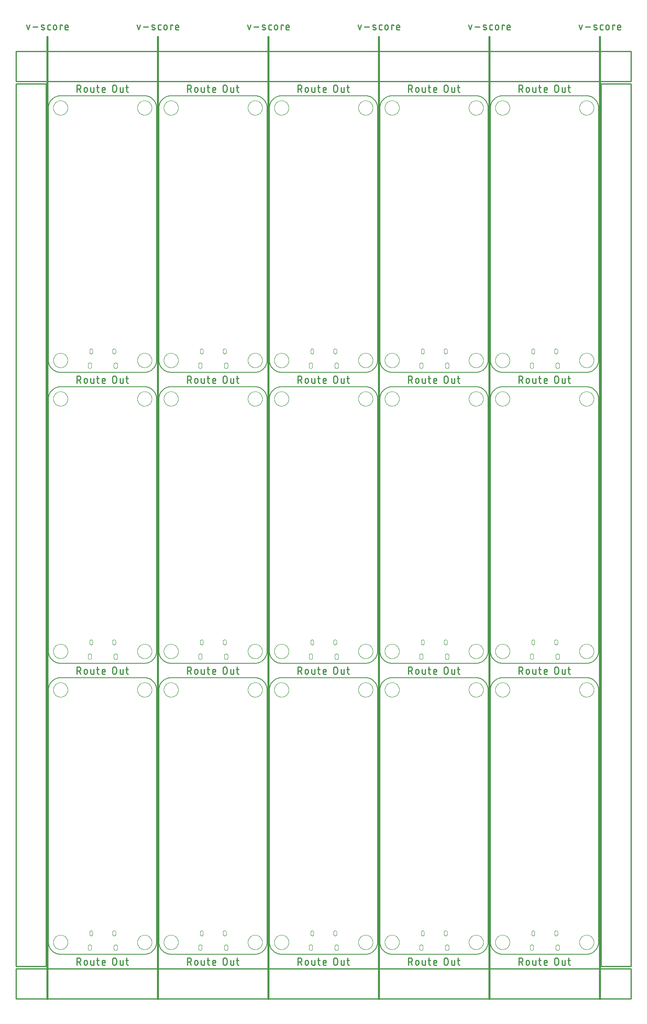
<source format=gko>
G04 EAGLE Gerber RS-274X export*
G75*
%MOMM*%
%FSLAX34Y34*%
%LPD*%
%IN*%
%IPPOS*%
%AMOC8*
5,1,8,0,0,1.08239X$1,22.5*%
G01*
%ADD10C,0.203200*%
%ADD11C,0.279400*%
%ADD12C,0.381000*%
%ADD13C,0.254000*%
%ADD14C,0.020000*%
%ADD15C,0.000000*%


D10*
X228600Y25400D02*
X228600Y558800D01*
X228593Y559414D01*
X228570Y560027D01*
X228533Y560640D01*
X228481Y561251D01*
X228415Y561862D01*
X228333Y562470D01*
X228237Y563076D01*
X228127Y563680D01*
X228002Y564281D01*
X227862Y564879D01*
X227708Y565473D01*
X227539Y566063D01*
X227357Y566649D01*
X227160Y567230D01*
X226949Y567807D01*
X226725Y568378D01*
X226487Y568944D01*
X226235Y569504D01*
X225969Y570057D01*
X225691Y570604D01*
X225399Y571144D01*
X225094Y571677D01*
X224776Y572202D01*
X224446Y572720D01*
X224104Y573229D01*
X223749Y573730D01*
X223382Y574222D01*
X223004Y574705D01*
X222614Y575179D01*
X222212Y575643D01*
X221800Y576098D01*
X221376Y576542D01*
X220942Y576976D01*
X220498Y577400D01*
X220043Y577812D01*
X219579Y578214D01*
X219105Y578604D01*
X218622Y578982D01*
X218130Y579349D01*
X217629Y579704D01*
X217120Y580046D01*
X216602Y580376D01*
X216077Y580694D01*
X215544Y580999D01*
X215004Y581291D01*
X214457Y581569D01*
X213904Y581835D01*
X213344Y582087D01*
X212778Y582325D01*
X212207Y582549D01*
X211630Y582760D01*
X211049Y582957D01*
X210463Y583139D01*
X209873Y583308D01*
X209279Y583462D01*
X208681Y583602D01*
X208080Y583727D01*
X207476Y583837D01*
X206870Y583933D01*
X206262Y584015D01*
X205651Y584081D01*
X205040Y584133D01*
X204427Y584170D01*
X203814Y584193D01*
X203200Y584200D01*
X25400Y584200D01*
X24786Y584193D01*
X24173Y584170D01*
X23560Y584133D01*
X22949Y584081D01*
X22338Y584015D01*
X21730Y583933D01*
X21124Y583837D01*
X20520Y583727D01*
X19919Y583602D01*
X19321Y583462D01*
X18727Y583308D01*
X18137Y583139D01*
X17551Y582957D01*
X16970Y582760D01*
X16393Y582549D01*
X15822Y582325D01*
X15256Y582087D01*
X14696Y581835D01*
X14143Y581569D01*
X13596Y581291D01*
X13056Y580999D01*
X12523Y580694D01*
X11998Y580376D01*
X11480Y580046D01*
X10971Y579704D01*
X10470Y579349D01*
X9978Y578982D01*
X9495Y578604D01*
X9021Y578214D01*
X8557Y577812D01*
X8102Y577400D01*
X7658Y576976D01*
X7224Y576542D01*
X6800Y576098D01*
X6388Y575643D01*
X5986Y575179D01*
X5596Y574705D01*
X5218Y574222D01*
X4851Y573730D01*
X4496Y573229D01*
X4154Y572720D01*
X3824Y572202D01*
X3506Y571677D01*
X3201Y571144D01*
X2909Y570604D01*
X2631Y570057D01*
X2365Y569504D01*
X2113Y568944D01*
X1875Y568378D01*
X1651Y567807D01*
X1440Y567230D01*
X1243Y566649D01*
X1061Y566063D01*
X892Y565473D01*
X738Y564879D01*
X598Y564281D01*
X473Y563680D01*
X363Y563076D01*
X267Y562470D01*
X185Y561862D01*
X119Y561251D01*
X67Y560640D01*
X30Y560027D01*
X7Y559414D01*
X0Y558800D01*
X0Y25400D01*
X7Y24786D01*
X30Y24173D01*
X67Y23560D01*
X119Y22949D01*
X185Y22338D01*
X267Y21730D01*
X363Y21124D01*
X473Y20520D01*
X598Y19919D01*
X738Y19321D01*
X892Y18727D01*
X1061Y18137D01*
X1243Y17551D01*
X1440Y16970D01*
X1651Y16393D01*
X1875Y15822D01*
X2113Y15256D01*
X2365Y14696D01*
X2631Y14143D01*
X2909Y13596D01*
X3201Y13056D01*
X3506Y12523D01*
X3824Y11998D01*
X4154Y11480D01*
X4496Y10971D01*
X4851Y10470D01*
X5218Y9978D01*
X5596Y9495D01*
X5986Y9021D01*
X6388Y8557D01*
X6800Y8102D01*
X7224Y7658D01*
X7658Y7224D01*
X8102Y6800D01*
X8557Y6388D01*
X9021Y5986D01*
X9495Y5596D01*
X9978Y5218D01*
X10470Y4851D01*
X10971Y4496D01*
X11480Y4154D01*
X11998Y3824D01*
X12523Y3506D01*
X13056Y3201D01*
X13596Y2909D01*
X14143Y2631D01*
X14696Y2365D01*
X15256Y2113D01*
X15822Y1875D01*
X16393Y1651D01*
X16970Y1440D01*
X17551Y1243D01*
X18137Y1061D01*
X18727Y892D01*
X19321Y738D01*
X19919Y598D01*
X20520Y473D01*
X21124Y363D01*
X21730Y267D01*
X22338Y185D01*
X22949Y119D01*
X23560Y67D01*
X24173Y30D01*
X24786Y7D01*
X25400Y0D01*
X203200Y0D01*
X203814Y7D01*
X204427Y30D01*
X205040Y67D01*
X205651Y119D01*
X206262Y185D01*
X206870Y267D01*
X207476Y363D01*
X208080Y473D01*
X208681Y598D01*
X209279Y738D01*
X209873Y892D01*
X210463Y1061D01*
X211049Y1243D01*
X211630Y1440D01*
X212207Y1651D01*
X212778Y1875D01*
X213344Y2113D01*
X213904Y2365D01*
X214457Y2631D01*
X215004Y2909D01*
X215544Y3201D01*
X216077Y3506D01*
X216602Y3824D01*
X217120Y4154D01*
X217629Y4496D01*
X218130Y4851D01*
X218622Y5218D01*
X219105Y5596D01*
X219579Y5986D01*
X220043Y6388D01*
X220498Y6800D01*
X220942Y7224D01*
X221376Y7658D01*
X221800Y8102D01*
X222212Y8557D01*
X222614Y9021D01*
X223004Y9495D01*
X223382Y9978D01*
X223749Y10470D01*
X224104Y10971D01*
X224446Y11480D01*
X224776Y11998D01*
X225094Y12523D01*
X225399Y13056D01*
X225691Y13596D01*
X225969Y14143D01*
X226235Y14696D01*
X226487Y15256D01*
X226725Y15822D01*
X226949Y16393D01*
X227160Y16970D01*
X227357Y17551D01*
X227539Y18137D01*
X227708Y18727D01*
X227862Y19321D01*
X228002Y19919D01*
X228127Y20520D01*
X228237Y21124D01*
X228333Y21730D01*
X228415Y22338D01*
X228481Y22949D01*
X228533Y23560D01*
X228570Y24173D01*
X228593Y24786D01*
X228600Y25400D01*
D11*
X59804Y-7747D02*
X59804Y-22733D01*
X59804Y-7747D02*
X63967Y-7747D01*
X64095Y-7749D01*
X64223Y-7755D01*
X64351Y-7765D01*
X64479Y-7779D01*
X64606Y-7796D01*
X64732Y-7818D01*
X64858Y-7843D01*
X64982Y-7873D01*
X65106Y-7906D01*
X65229Y-7943D01*
X65351Y-7984D01*
X65471Y-8028D01*
X65590Y-8076D01*
X65707Y-8128D01*
X65823Y-8183D01*
X65936Y-8242D01*
X66049Y-8305D01*
X66159Y-8371D01*
X66266Y-8440D01*
X66372Y-8512D01*
X66476Y-8588D01*
X66577Y-8667D01*
X66676Y-8749D01*
X66772Y-8834D01*
X66865Y-8921D01*
X66956Y-9012D01*
X67043Y-9105D01*
X67128Y-9201D01*
X67210Y-9300D01*
X67289Y-9401D01*
X67365Y-9505D01*
X67437Y-9611D01*
X67506Y-9718D01*
X67572Y-9829D01*
X67635Y-9941D01*
X67694Y-10054D01*
X67749Y-10170D01*
X67801Y-10287D01*
X67849Y-10406D01*
X67893Y-10526D01*
X67934Y-10648D01*
X67971Y-10771D01*
X68004Y-10895D01*
X68034Y-11019D01*
X68059Y-11145D01*
X68081Y-11271D01*
X68098Y-11398D01*
X68112Y-11526D01*
X68122Y-11654D01*
X68128Y-11782D01*
X68130Y-11910D01*
X68128Y-12038D01*
X68122Y-12166D01*
X68112Y-12294D01*
X68098Y-12422D01*
X68081Y-12549D01*
X68059Y-12675D01*
X68034Y-12801D01*
X68004Y-12925D01*
X67971Y-13049D01*
X67934Y-13172D01*
X67893Y-13294D01*
X67849Y-13414D01*
X67801Y-13533D01*
X67749Y-13650D01*
X67694Y-13766D01*
X67635Y-13879D01*
X67572Y-13992D01*
X67506Y-14102D01*
X67437Y-14209D01*
X67365Y-14315D01*
X67289Y-14419D01*
X67210Y-14520D01*
X67128Y-14619D01*
X67043Y-14715D01*
X66956Y-14808D01*
X66865Y-14899D01*
X66772Y-14986D01*
X66676Y-15071D01*
X66577Y-15153D01*
X66476Y-15232D01*
X66372Y-15308D01*
X66266Y-15380D01*
X66159Y-15449D01*
X66049Y-15515D01*
X65936Y-15578D01*
X65823Y-15637D01*
X65707Y-15692D01*
X65590Y-15744D01*
X65471Y-15792D01*
X65351Y-15836D01*
X65229Y-15877D01*
X65106Y-15914D01*
X64982Y-15947D01*
X64858Y-15977D01*
X64732Y-16002D01*
X64606Y-16024D01*
X64479Y-16041D01*
X64351Y-16055D01*
X64223Y-16065D01*
X64095Y-16071D01*
X63967Y-16073D01*
X59804Y-16073D01*
X64799Y-16073D02*
X68129Y-22733D01*
X75088Y-19403D02*
X75088Y-16073D01*
X75090Y-15959D01*
X75096Y-15846D01*
X75105Y-15732D01*
X75119Y-15620D01*
X75136Y-15507D01*
X75158Y-15395D01*
X75183Y-15285D01*
X75211Y-15175D01*
X75244Y-15066D01*
X75280Y-14958D01*
X75320Y-14851D01*
X75364Y-14746D01*
X75411Y-14643D01*
X75461Y-14541D01*
X75515Y-14441D01*
X75573Y-14343D01*
X75634Y-14247D01*
X75697Y-14153D01*
X75765Y-14061D01*
X75835Y-13971D01*
X75908Y-13885D01*
X75984Y-13800D01*
X76063Y-13718D01*
X76145Y-13639D01*
X76230Y-13563D01*
X76316Y-13490D01*
X76406Y-13420D01*
X76498Y-13352D01*
X76592Y-13289D01*
X76688Y-13228D01*
X76786Y-13170D01*
X76886Y-13116D01*
X76988Y-13066D01*
X77091Y-13019D01*
X77196Y-12975D01*
X77303Y-12935D01*
X77411Y-12899D01*
X77520Y-12866D01*
X77630Y-12838D01*
X77740Y-12813D01*
X77852Y-12791D01*
X77965Y-12774D01*
X78077Y-12760D01*
X78191Y-12751D01*
X78304Y-12745D01*
X78418Y-12743D01*
X78532Y-12745D01*
X78645Y-12751D01*
X78759Y-12760D01*
X78871Y-12774D01*
X78984Y-12791D01*
X79096Y-12813D01*
X79206Y-12838D01*
X79316Y-12866D01*
X79425Y-12899D01*
X79533Y-12935D01*
X79640Y-12975D01*
X79745Y-13019D01*
X79848Y-13066D01*
X79950Y-13116D01*
X80050Y-13170D01*
X80148Y-13228D01*
X80244Y-13289D01*
X80338Y-13352D01*
X80430Y-13420D01*
X80520Y-13490D01*
X80606Y-13563D01*
X80691Y-13639D01*
X80773Y-13718D01*
X80852Y-13800D01*
X80928Y-13885D01*
X81001Y-13971D01*
X81071Y-14061D01*
X81139Y-14153D01*
X81202Y-14247D01*
X81263Y-14343D01*
X81321Y-14441D01*
X81375Y-14541D01*
X81425Y-14643D01*
X81472Y-14746D01*
X81516Y-14851D01*
X81556Y-14958D01*
X81592Y-15066D01*
X81625Y-15175D01*
X81653Y-15285D01*
X81678Y-15395D01*
X81700Y-15507D01*
X81717Y-15620D01*
X81731Y-15732D01*
X81740Y-15846D01*
X81746Y-15959D01*
X81748Y-16073D01*
X81748Y-19403D01*
X81746Y-19517D01*
X81740Y-19630D01*
X81731Y-19744D01*
X81717Y-19856D01*
X81700Y-19969D01*
X81678Y-20081D01*
X81653Y-20191D01*
X81625Y-20301D01*
X81592Y-20410D01*
X81556Y-20518D01*
X81516Y-20625D01*
X81472Y-20730D01*
X81425Y-20833D01*
X81375Y-20935D01*
X81321Y-21035D01*
X81263Y-21133D01*
X81202Y-21229D01*
X81139Y-21323D01*
X81071Y-21415D01*
X81001Y-21505D01*
X80928Y-21591D01*
X80852Y-21676D01*
X80773Y-21758D01*
X80691Y-21837D01*
X80606Y-21913D01*
X80520Y-21986D01*
X80430Y-22056D01*
X80338Y-22124D01*
X80244Y-22187D01*
X80148Y-22248D01*
X80050Y-22306D01*
X79950Y-22360D01*
X79848Y-22410D01*
X79745Y-22457D01*
X79640Y-22501D01*
X79533Y-22541D01*
X79425Y-22577D01*
X79316Y-22610D01*
X79206Y-22638D01*
X79096Y-22663D01*
X78984Y-22685D01*
X78871Y-22702D01*
X78759Y-22716D01*
X78645Y-22725D01*
X78532Y-22731D01*
X78418Y-22733D01*
X78304Y-22731D01*
X78191Y-22725D01*
X78077Y-22716D01*
X77965Y-22702D01*
X77852Y-22685D01*
X77740Y-22663D01*
X77630Y-22638D01*
X77520Y-22610D01*
X77411Y-22577D01*
X77303Y-22541D01*
X77196Y-22501D01*
X77091Y-22457D01*
X76988Y-22410D01*
X76886Y-22360D01*
X76786Y-22306D01*
X76688Y-22248D01*
X76592Y-22187D01*
X76498Y-22124D01*
X76406Y-22056D01*
X76316Y-21986D01*
X76230Y-21913D01*
X76145Y-21837D01*
X76063Y-21758D01*
X75984Y-21676D01*
X75908Y-21591D01*
X75835Y-21505D01*
X75765Y-21415D01*
X75697Y-21323D01*
X75634Y-21229D01*
X75573Y-21133D01*
X75515Y-21035D01*
X75461Y-20935D01*
X75411Y-20833D01*
X75364Y-20730D01*
X75320Y-20625D01*
X75280Y-20518D01*
X75244Y-20410D01*
X75211Y-20301D01*
X75183Y-20191D01*
X75158Y-20081D01*
X75136Y-19969D01*
X75119Y-19856D01*
X75105Y-19744D01*
X75096Y-19630D01*
X75090Y-19517D01*
X75088Y-19403D01*
X89156Y-20235D02*
X89156Y-12742D01*
X89155Y-20235D02*
X89157Y-20333D01*
X89163Y-20431D01*
X89172Y-20529D01*
X89186Y-20626D01*
X89203Y-20722D01*
X89224Y-20818D01*
X89249Y-20913D01*
X89277Y-21007D01*
X89309Y-21100D01*
X89345Y-21191D01*
X89384Y-21281D01*
X89427Y-21369D01*
X89474Y-21456D01*
X89523Y-21540D01*
X89576Y-21623D01*
X89632Y-21703D01*
X89691Y-21782D01*
X89754Y-21857D01*
X89819Y-21931D01*
X89887Y-22001D01*
X89957Y-22069D01*
X90031Y-22135D01*
X90107Y-22197D01*
X90185Y-22256D01*
X90265Y-22312D01*
X90348Y-22365D01*
X90432Y-22415D01*
X90519Y-22461D01*
X90607Y-22504D01*
X90697Y-22543D01*
X90788Y-22579D01*
X90881Y-22611D01*
X90975Y-22639D01*
X91070Y-22664D01*
X91166Y-22685D01*
X91262Y-22702D01*
X91359Y-22716D01*
X91457Y-22725D01*
X91555Y-22731D01*
X91653Y-22733D01*
X95816Y-22733D01*
X95816Y-12742D01*
X101797Y-12742D02*
X106792Y-12742D01*
X103462Y-7747D02*
X103462Y-20235D01*
X103464Y-20333D01*
X103470Y-20431D01*
X103479Y-20529D01*
X103493Y-20626D01*
X103510Y-20722D01*
X103531Y-20818D01*
X103556Y-20913D01*
X103584Y-21007D01*
X103616Y-21100D01*
X103652Y-21191D01*
X103691Y-21281D01*
X103734Y-21369D01*
X103781Y-21456D01*
X103830Y-21540D01*
X103883Y-21623D01*
X103939Y-21703D01*
X103998Y-21782D01*
X104061Y-21857D01*
X104126Y-21931D01*
X104194Y-22001D01*
X104264Y-22069D01*
X104338Y-22135D01*
X104414Y-22197D01*
X104492Y-22256D01*
X104572Y-22312D01*
X104655Y-22365D01*
X104739Y-22415D01*
X104826Y-22461D01*
X104914Y-22504D01*
X105004Y-22543D01*
X105095Y-22579D01*
X105188Y-22611D01*
X105282Y-22639D01*
X105377Y-22664D01*
X105473Y-22685D01*
X105569Y-22702D01*
X105666Y-22716D01*
X105764Y-22725D01*
X105862Y-22731D01*
X105960Y-22733D01*
X106792Y-22733D01*
X115621Y-22733D02*
X119784Y-22733D01*
X115621Y-22733D02*
X115523Y-22731D01*
X115425Y-22725D01*
X115327Y-22716D01*
X115230Y-22702D01*
X115134Y-22685D01*
X115038Y-22664D01*
X114943Y-22639D01*
X114849Y-22611D01*
X114756Y-22579D01*
X114665Y-22543D01*
X114575Y-22504D01*
X114487Y-22461D01*
X114400Y-22414D01*
X114316Y-22365D01*
X114233Y-22312D01*
X114153Y-22256D01*
X114075Y-22197D01*
X113999Y-22135D01*
X113925Y-22069D01*
X113855Y-22001D01*
X113787Y-21931D01*
X113722Y-21857D01*
X113659Y-21782D01*
X113600Y-21703D01*
X113544Y-21623D01*
X113491Y-21540D01*
X113442Y-21456D01*
X113395Y-21369D01*
X113352Y-21281D01*
X113313Y-21191D01*
X113277Y-21100D01*
X113245Y-21007D01*
X113217Y-20913D01*
X113192Y-20818D01*
X113171Y-20722D01*
X113154Y-20626D01*
X113140Y-20529D01*
X113131Y-20431D01*
X113125Y-20333D01*
X113123Y-20235D01*
X113124Y-20235D02*
X113124Y-16073D01*
X113126Y-15959D01*
X113132Y-15846D01*
X113141Y-15732D01*
X113155Y-15620D01*
X113172Y-15507D01*
X113194Y-15395D01*
X113219Y-15285D01*
X113247Y-15175D01*
X113280Y-15066D01*
X113316Y-14958D01*
X113356Y-14851D01*
X113400Y-14746D01*
X113447Y-14643D01*
X113497Y-14541D01*
X113551Y-14441D01*
X113609Y-14343D01*
X113670Y-14247D01*
X113733Y-14153D01*
X113801Y-14061D01*
X113871Y-13971D01*
X113944Y-13885D01*
X114020Y-13800D01*
X114099Y-13718D01*
X114181Y-13639D01*
X114266Y-13563D01*
X114352Y-13490D01*
X114442Y-13420D01*
X114534Y-13352D01*
X114628Y-13289D01*
X114724Y-13228D01*
X114822Y-13170D01*
X114922Y-13116D01*
X115024Y-13066D01*
X115127Y-13019D01*
X115232Y-12975D01*
X115339Y-12935D01*
X115447Y-12899D01*
X115556Y-12866D01*
X115666Y-12838D01*
X115776Y-12813D01*
X115888Y-12791D01*
X116001Y-12774D01*
X116113Y-12760D01*
X116227Y-12751D01*
X116340Y-12745D01*
X116454Y-12743D01*
X116568Y-12745D01*
X116681Y-12751D01*
X116795Y-12760D01*
X116907Y-12774D01*
X117020Y-12791D01*
X117132Y-12813D01*
X117242Y-12838D01*
X117352Y-12866D01*
X117461Y-12899D01*
X117569Y-12935D01*
X117676Y-12975D01*
X117781Y-13019D01*
X117884Y-13066D01*
X117986Y-13116D01*
X118086Y-13170D01*
X118184Y-13228D01*
X118280Y-13289D01*
X118374Y-13352D01*
X118466Y-13420D01*
X118556Y-13490D01*
X118642Y-13563D01*
X118727Y-13639D01*
X118809Y-13718D01*
X118888Y-13800D01*
X118964Y-13885D01*
X119037Y-13971D01*
X119107Y-14061D01*
X119175Y-14153D01*
X119238Y-14247D01*
X119299Y-14343D01*
X119357Y-14441D01*
X119411Y-14541D01*
X119461Y-14643D01*
X119508Y-14746D01*
X119552Y-14851D01*
X119592Y-14958D01*
X119628Y-15066D01*
X119661Y-15175D01*
X119689Y-15285D01*
X119714Y-15395D01*
X119736Y-15507D01*
X119753Y-15620D01*
X119767Y-15732D01*
X119776Y-15846D01*
X119782Y-15959D01*
X119784Y-16073D01*
X119784Y-17738D01*
X113124Y-17738D01*
X135217Y-18570D02*
X135217Y-11910D01*
X135219Y-11782D01*
X135225Y-11654D01*
X135235Y-11526D01*
X135249Y-11398D01*
X135266Y-11271D01*
X135288Y-11145D01*
X135313Y-11019D01*
X135343Y-10895D01*
X135376Y-10771D01*
X135413Y-10648D01*
X135454Y-10526D01*
X135498Y-10406D01*
X135546Y-10287D01*
X135598Y-10170D01*
X135653Y-10054D01*
X135712Y-9941D01*
X135775Y-9828D01*
X135841Y-9718D01*
X135910Y-9611D01*
X135982Y-9505D01*
X136058Y-9401D01*
X136137Y-9300D01*
X136219Y-9201D01*
X136304Y-9105D01*
X136391Y-9012D01*
X136482Y-8921D01*
X136575Y-8834D01*
X136671Y-8749D01*
X136770Y-8667D01*
X136871Y-8588D01*
X136975Y-8512D01*
X137081Y-8440D01*
X137188Y-8371D01*
X137299Y-8305D01*
X137411Y-8242D01*
X137524Y-8183D01*
X137640Y-8128D01*
X137757Y-8076D01*
X137876Y-8028D01*
X137996Y-7984D01*
X138118Y-7943D01*
X138241Y-7906D01*
X138365Y-7873D01*
X138489Y-7843D01*
X138615Y-7818D01*
X138741Y-7796D01*
X138868Y-7779D01*
X138996Y-7765D01*
X139124Y-7755D01*
X139252Y-7749D01*
X139380Y-7747D01*
X139508Y-7749D01*
X139636Y-7755D01*
X139764Y-7765D01*
X139892Y-7779D01*
X140019Y-7796D01*
X140145Y-7818D01*
X140271Y-7843D01*
X140395Y-7873D01*
X140519Y-7906D01*
X140642Y-7943D01*
X140764Y-7984D01*
X140884Y-8028D01*
X141003Y-8076D01*
X141120Y-8128D01*
X141236Y-8183D01*
X141349Y-8242D01*
X141462Y-8305D01*
X141572Y-8371D01*
X141679Y-8440D01*
X141785Y-8512D01*
X141889Y-8588D01*
X141990Y-8667D01*
X142089Y-8749D01*
X142185Y-8834D01*
X142278Y-8921D01*
X142369Y-9012D01*
X142456Y-9105D01*
X142541Y-9201D01*
X142623Y-9300D01*
X142702Y-9401D01*
X142778Y-9505D01*
X142850Y-9611D01*
X142919Y-9718D01*
X142985Y-9829D01*
X143048Y-9941D01*
X143107Y-10054D01*
X143162Y-10170D01*
X143214Y-10287D01*
X143262Y-10406D01*
X143306Y-10526D01*
X143347Y-10648D01*
X143384Y-10771D01*
X143417Y-10895D01*
X143447Y-11019D01*
X143472Y-11145D01*
X143494Y-11271D01*
X143511Y-11398D01*
X143525Y-11526D01*
X143535Y-11654D01*
X143541Y-11782D01*
X143543Y-11910D01*
X143542Y-11910D02*
X143542Y-18570D01*
X143543Y-18570D02*
X143541Y-18698D01*
X143535Y-18826D01*
X143525Y-18954D01*
X143511Y-19082D01*
X143494Y-19209D01*
X143472Y-19335D01*
X143447Y-19461D01*
X143417Y-19585D01*
X143384Y-19709D01*
X143347Y-19832D01*
X143306Y-19954D01*
X143262Y-20074D01*
X143214Y-20193D01*
X143162Y-20310D01*
X143107Y-20426D01*
X143048Y-20539D01*
X142985Y-20652D01*
X142919Y-20762D01*
X142850Y-20869D01*
X142778Y-20975D01*
X142702Y-21079D01*
X142623Y-21180D01*
X142541Y-21279D01*
X142456Y-21375D01*
X142369Y-21468D01*
X142278Y-21559D01*
X142185Y-21646D01*
X142089Y-21731D01*
X141990Y-21813D01*
X141889Y-21892D01*
X141785Y-21968D01*
X141679Y-22040D01*
X141572Y-22109D01*
X141461Y-22175D01*
X141349Y-22238D01*
X141236Y-22297D01*
X141120Y-22352D01*
X141003Y-22404D01*
X140884Y-22452D01*
X140764Y-22496D01*
X140642Y-22537D01*
X140519Y-22574D01*
X140395Y-22607D01*
X140271Y-22637D01*
X140145Y-22662D01*
X140019Y-22684D01*
X139892Y-22701D01*
X139764Y-22715D01*
X139636Y-22725D01*
X139508Y-22731D01*
X139380Y-22733D01*
X139252Y-22731D01*
X139124Y-22725D01*
X138996Y-22715D01*
X138868Y-22701D01*
X138741Y-22684D01*
X138615Y-22662D01*
X138489Y-22637D01*
X138365Y-22607D01*
X138241Y-22574D01*
X138118Y-22537D01*
X137996Y-22496D01*
X137876Y-22452D01*
X137757Y-22404D01*
X137640Y-22352D01*
X137524Y-22297D01*
X137411Y-22238D01*
X137299Y-22175D01*
X137188Y-22109D01*
X137081Y-22040D01*
X136975Y-21968D01*
X136871Y-21892D01*
X136770Y-21813D01*
X136671Y-21731D01*
X136575Y-21646D01*
X136482Y-21559D01*
X136391Y-21468D01*
X136304Y-21375D01*
X136219Y-21279D01*
X136137Y-21180D01*
X136058Y-21079D01*
X135982Y-20975D01*
X135910Y-20869D01*
X135841Y-20762D01*
X135775Y-20651D01*
X135712Y-20539D01*
X135653Y-20426D01*
X135598Y-20310D01*
X135546Y-20193D01*
X135498Y-20074D01*
X135454Y-19954D01*
X135413Y-19832D01*
X135376Y-19709D01*
X135343Y-19585D01*
X135313Y-19461D01*
X135288Y-19335D01*
X135266Y-19209D01*
X135249Y-19082D01*
X135235Y-18954D01*
X135225Y-18826D01*
X135219Y-18698D01*
X135217Y-18570D01*
X151159Y-20235D02*
X151159Y-12742D01*
X151159Y-20235D02*
X151161Y-20333D01*
X151167Y-20431D01*
X151176Y-20529D01*
X151190Y-20626D01*
X151207Y-20722D01*
X151228Y-20818D01*
X151253Y-20913D01*
X151281Y-21007D01*
X151313Y-21100D01*
X151349Y-21191D01*
X151388Y-21281D01*
X151431Y-21369D01*
X151478Y-21456D01*
X151527Y-21540D01*
X151580Y-21623D01*
X151636Y-21703D01*
X151695Y-21782D01*
X151758Y-21857D01*
X151823Y-21931D01*
X151891Y-22001D01*
X151961Y-22069D01*
X152035Y-22135D01*
X152111Y-22197D01*
X152189Y-22256D01*
X152269Y-22312D01*
X152352Y-22365D01*
X152436Y-22415D01*
X152523Y-22461D01*
X152611Y-22504D01*
X152701Y-22543D01*
X152792Y-22579D01*
X152885Y-22611D01*
X152979Y-22639D01*
X153074Y-22664D01*
X153170Y-22685D01*
X153266Y-22702D01*
X153363Y-22716D01*
X153461Y-22725D01*
X153559Y-22731D01*
X153657Y-22733D01*
X157820Y-22733D01*
X157820Y-12742D01*
X163801Y-12742D02*
X168796Y-12742D01*
X165466Y-7747D02*
X165466Y-20235D01*
X165465Y-20235D02*
X165467Y-20333D01*
X165473Y-20431D01*
X165482Y-20529D01*
X165496Y-20626D01*
X165513Y-20722D01*
X165534Y-20818D01*
X165559Y-20913D01*
X165587Y-21007D01*
X165619Y-21100D01*
X165655Y-21191D01*
X165694Y-21281D01*
X165737Y-21369D01*
X165784Y-21456D01*
X165833Y-21540D01*
X165886Y-21623D01*
X165942Y-21703D01*
X166001Y-21782D01*
X166064Y-21857D01*
X166129Y-21931D01*
X166197Y-22001D01*
X166267Y-22069D01*
X166341Y-22135D01*
X166417Y-22197D01*
X166495Y-22256D01*
X166575Y-22312D01*
X166658Y-22365D01*
X166742Y-22415D01*
X166829Y-22461D01*
X166917Y-22504D01*
X167007Y-22543D01*
X167098Y-22579D01*
X167191Y-22611D01*
X167285Y-22639D01*
X167380Y-22664D01*
X167476Y-22685D01*
X167572Y-22702D01*
X167669Y-22716D01*
X167767Y-22725D01*
X167865Y-22731D01*
X167963Y-22733D01*
X167964Y-22733D02*
X168796Y-22733D01*
D10*
X462280Y25400D02*
X462280Y558800D01*
X462273Y559414D01*
X462250Y560027D01*
X462213Y560640D01*
X462161Y561251D01*
X462095Y561862D01*
X462013Y562470D01*
X461917Y563076D01*
X461807Y563680D01*
X461682Y564281D01*
X461542Y564879D01*
X461388Y565473D01*
X461219Y566063D01*
X461037Y566649D01*
X460840Y567230D01*
X460629Y567807D01*
X460405Y568378D01*
X460167Y568944D01*
X459915Y569504D01*
X459649Y570057D01*
X459371Y570604D01*
X459079Y571144D01*
X458774Y571677D01*
X458456Y572202D01*
X458126Y572720D01*
X457784Y573229D01*
X457429Y573730D01*
X457062Y574222D01*
X456684Y574705D01*
X456294Y575179D01*
X455892Y575643D01*
X455480Y576098D01*
X455056Y576542D01*
X454622Y576976D01*
X454178Y577400D01*
X453723Y577812D01*
X453259Y578214D01*
X452785Y578604D01*
X452302Y578982D01*
X451810Y579349D01*
X451309Y579704D01*
X450800Y580046D01*
X450282Y580376D01*
X449757Y580694D01*
X449224Y580999D01*
X448684Y581291D01*
X448137Y581569D01*
X447584Y581835D01*
X447024Y582087D01*
X446458Y582325D01*
X445887Y582549D01*
X445310Y582760D01*
X444729Y582957D01*
X444143Y583139D01*
X443553Y583308D01*
X442959Y583462D01*
X442361Y583602D01*
X441760Y583727D01*
X441156Y583837D01*
X440550Y583933D01*
X439942Y584015D01*
X439331Y584081D01*
X438720Y584133D01*
X438107Y584170D01*
X437494Y584193D01*
X436880Y584200D01*
X259080Y584200D01*
X258466Y584193D01*
X257853Y584170D01*
X257240Y584133D01*
X256629Y584081D01*
X256018Y584015D01*
X255410Y583933D01*
X254804Y583837D01*
X254200Y583727D01*
X253599Y583602D01*
X253001Y583462D01*
X252407Y583308D01*
X251817Y583139D01*
X251231Y582957D01*
X250650Y582760D01*
X250073Y582549D01*
X249502Y582325D01*
X248936Y582087D01*
X248376Y581835D01*
X247823Y581569D01*
X247276Y581291D01*
X246736Y580999D01*
X246203Y580694D01*
X245678Y580376D01*
X245160Y580046D01*
X244651Y579704D01*
X244150Y579349D01*
X243658Y578982D01*
X243175Y578604D01*
X242701Y578214D01*
X242237Y577812D01*
X241782Y577400D01*
X241338Y576976D01*
X240904Y576542D01*
X240480Y576098D01*
X240068Y575643D01*
X239666Y575179D01*
X239276Y574705D01*
X238898Y574222D01*
X238531Y573730D01*
X238176Y573229D01*
X237834Y572720D01*
X237504Y572202D01*
X237186Y571677D01*
X236881Y571144D01*
X236589Y570604D01*
X236311Y570057D01*
X236045Y569504D01*
X235793Y568944D01*
X235555Y568378D01*
X235331Y567807D01*
X235120Y567230D01*
X234923Y566649D01*
X234741Y566063D01*
X234572Y565473D01*
X234418Y564879D01*
X234278Y564281D01*
X234153Y563680D01*
X234043Y563076D01*
X233947Y562470D01*
X233865Y561862D01*
X233799Y561251D01*
X233747Y560640D01*
X233710Y560027D01*
X233687Y559414D01*
X233680Y558800D01*
X233680Y25400D01*
X233687Y24786D01*
X233710Y24173D01*
X233747Y23560D01*
X233799Y22949D01*
X233865Y22338D01*
X233947Y21730D01*
X234043Y21124D01*
X234153Y20520D01*
X234278Y19919D01*
X234418Y19321D01*
X234572Y18727D01*
X234741Y18137D01*
X234923Y17551D01*
X235120Y16970D01*
X235331Y16393D01*
X235555Y15822D01*
X235793Y15256D01*
X236045Y14696D01*
X236311Y14143D01*
X236589Y13596D01*
X236881Y13056D01*
X237186Y12523D01*
X237504Y11998D01*
X237834Y11480D01*
X238176Y10971D01*
X238531Y10470D01*
X238898Y9978D01*
X239276Y9495D01*
X239666Y9021D01*
X240068Y8557D01*
X240480Y8102D01*
X240904Y7658D01*
X241338Y7224D01*
X241782Y6800D01*
X242237Y6388D01*
X242701Y5986D01*
X243175Y5596D01*
X243658Y5218D01*
X244150Y4851D01*
X244651Y4496D01*
X245160Y4154D01*
X245678Y3824D01*
X246203Y3506D01*
X246736Y3201D01*
X247276Y2909D01*
X247823Y2631D01*
X248376Y2365D01*
X248936Y2113D01*
X249502Y1875D01*
X250073Y1651D01*
X250650Y1440D01*
X251231Y1243D01*
X251817Y1061D01*
X252407Y892D01*
X253001Y738D01*
X253599Y598D01*
X254200Y473D01*
X254804Y363D01*
X255410Y267D01*
X256018Y185D01*
X256629Y119D01*
X257240Y67D01*
X257853Y30D01*
X258466Y7D01*
X259080Y0D01*
X436880Y0D01*
X437494Y7D01*
X438107Y30D01*
X438720Y67D01*
X439331Y119D01*
X439942Y185D01*
X440550Y267D01*
X441156Y363D01*
X441760Y473D01*
X442361Y598D01*
X442959Y738D01*
X443553Y892D01*
X444143Y1061D01*
X444729Y1243D01*
X445310Y1440D01*
X445887Y1651D01*
X446458Y1875D01*
X447024Y2113D01*
X447584Y2365D01*
X448137Y2631D01*
X448684Y2909D01*
X449224Y3201D01*
X449757Y3506D01*
X450282Y3824D01*
X450800Y4154D01*
X451309Y4496D01*
X451810Y4851D01*
X452302Y5218D01*
X452785Y5596D01*
X453259Y5986D01*
X453723Y6388D01*
X454178Y6800D01*
X454622Y7224D01*
X455056Y7658D01*
X455480Y8102D01*
X455892Y8557D01*
X456294Y9021D01*
X456684Y9495D01*
X457062Y9978D01*
X457429Y10470D01*
X457784Y10971D01*
X458126Y11480D01*
X458456Y11998D01*
X458774Y12523D01*
X459079Y13056D01*
X459371Y13596D01*
X459649Y14143D01*
X459915Y14696D01*
X460167Y15256D01*
X460405Y15822D01*
X460629Y16393D01*
X460840Y16970D01*
X461037Y17551D01*
X461219Y18137D01*
X461388Y18727D01*
X461542Y19321D01*
X461682Y19919D01*
X461807Y20520D01*
X461917Y21124D01*
X462013Y21730D01*
X462095Y22338D01*
X462161Y22949D01*
X462213Y23560D01*
X462250Y24173D01*
X462273Y24786D01*
X462280Y25400D01*
D11*
X293484Y-7747D02*
X293484Y-22733D01*
X293484Y-7747D02*
X297647Y-7747D01*
X297775Y-7749D01*
X297903Y-7755D01*
X298031Y-7765D01*
X298159Y-7779D01*
X298286Y-7796D01*
X298412Y-7818D01*
X298538Y-7843D01*
X298662Y-7873D01*
X298786Y-7906D01*
X298909Y-7943D01*
X299031Y-7984D01*
X299151Y-8028D01*
X299270Y-8076D01*
X299387Y-8128D01*
X299503Y-8183D01*
X299616Y-8242D01*
X299729Y-8305D01*
X299839Y-8371D01*
X299946Y-8440D01*
X300052Y-8512D01*
X300156Y-8588D01*
X300257Y-8667D01*
X300356Y-8749D01*
X300452Y-8834D01*
X300545Y-8921D01*
X300636Y-9012D01*
X300723Y-9105D01*
X300808Y-9201D01*
X300890Y-9300D01*
X300969Y-9401D01*
X301045Y-9505D01*
X301117Y-9611D01*
X301186Y-9718D01*
X301252Y-9829D01*
X301315Y-9941D01*
X301374Y-10054D01*
X301429Y-10170D01*
X301481Y-10287D01*
X301529Y-10406D01*
X301573Y-10526D01*
X301614Y-10648D01*
X301651Y-10771D01*
X301684Y-10895D01*
X301714Y-11019D01*
X301739Y-11145D01*
X301761Y-11271D01*
X301778Y-11398D01*
X301792Y-11526D01*
X301802Y-11654D01*
X301808Y-11782D01*
X301810Y-11910D01*
X301808Y-12038D01*
X301802Y-12166D01*
X301792Y-12294D01*
X301778Y-12422D01*
X301761Y-12549D01*
X301739Y-12675D01*
X301714Y-12801D01*
X301684Y-12925D01*
X301651Y-13049D01*
X301614Y-13172D01*
X301573Y-13294D01*
X301529Y-13414D01*
X301481Y-13533D01*
X301429Y-13650D01*
X301374Y-13766D01*
X301315Y-13879D01*
X301252Y-13992D01*
X301186Y-14102D01*
X301117Y-14209D01*
X301045Y-14315D01*
X300969Y-14419D01*
X300890Y-14520D01*
X300808Y-14619D01*
X300723Y-14715D01*
X300636Y-14808D01*
X300545Y-14899D01*
X300452Y-14986D01*
X300356Y-15071D01*
X300257Y-15153D01*
X300156Y-15232D01*
X300052Y-15308D01*
X299946Y-15380D01*
X299839Y-15449D01*
X299729Y-15515D01*
X299616Y-15578D01*
X299503Y-15637D01*
X299387Y-15692D01*
X299270Y-15744D01*
X299151Y-15792D01*
X299031Y-15836D01*
X298909Y-15877D01*
X298786Y-15914D01*
X298662Y-15947D01*
X298538Y-15977D01*
X298412Y-16002D01*
X298286Y-16024D01*
X298159Y-16041D01*
X298031Y-16055D01*
X297903Y-16065D01*
X297775Y-16071D01*
X297647Y-16073D01*
X293484Y-16073D01*
X298479Y-16073D02*
X301809Y-22733D01*
X308768Y-19403D02*
X308768Y-16073D01*
X308770Y-15959D01*
X308776Y-15846D01*
X308785Y-15732D01*
X308799Y-15620D01*
X308816Y-15507D01*
X308838Y-15395D01*
X308863Y-15285D01*
X308891Y-15175D01*
X308924Y-15066D01*
X308960Y-14958D01*
X309000Y-14851D01*
X309044Y-14746D01*
X309091Y-14643D01*
X309141Y-14541D01*
X309195Y-14441D01*
X309253Y-14343D01*
X309314Y-14247D01*
X309377Y-14153D01*
X309445Y-14061D01*
X309515Y-13971D01*
X309588Y-13885D01*
X309664Y-13800D01*
X309743Y-13718D01*
X309825Y-13639D01*
X309910Y-13563D01*
X309996Y-13490D01*
X310086Y-13420D01*
X310178Y-13352D01*
X310272Y-13289D01*
X310368Y-13228D01*
X310466Y-13170D01*
X310566Y-13116D01*
X310668Y-13066D01*
X310771Y-13019D01*
X310876Y-12975D01*
X310983Y-12935D01*
X311091Y-12899D01*
X311200Y-12866D01*
X311310Y-12838D01*
X311420Y-12813D01*
X311532Y-12791D01*
X311645Y-12774D01*
X311757Y-12760D01*
X311871Y-12751D01*
X311984Y-12745D01*
X312098Y-12743D01*
X312212Y-12745D01*
X312325Y-12751D01*
X312439Y-12760D01*
X312551Y-12774D01*
X312664Y-12791D01*
X312776Y-12813D01*
X312886Y-12838D01*
X312996Y-12866D01*
X313105Y-12899D01*
X313213Y-12935D01*
X313320Y-12975D01*
X313425Y-13019D01*
X313528Y-13066D01*
X313630Y-13116D01*
X313730Y-13170D01*
X313828Y-13228D01*
X313924Y-13289D01*
X314018Y-13352D01*
X314110Y-13420D01*
X314200Y-13490D01*
X314286Y-13563D01*
X314371Y-13639D01*
X314453Y-13718D01*
X314532Y-13800D01*
X314608Y-13885D01*
X314681Y-13971D01*
X314751Y-14061D01*
X314819Y-14153D01*
X314882Y-14247D01*
X314943Y-14343D01*
X315001Y-14441D01*
X315055Y-14541D01*
X315105Y-14643D01*
X315152Y-14746D01*
X315196Y-14851D01*
X315236Y-14958D01*
X315272Y-15066D01*
X315305Y-15175D01*
X315333Y-15285D01*
X315358Y-15395D01*
X315380Y-15507D01*
X315397Y-15620D01*
X315411Y-15732D01*
X315420Y-15846D01*
X315426Y-15959D01*
X315428Y-16073D01*
X315428Y-19403D01*
X315426Y-19517D01*
X315420Y-19630D01*
X315411Y-19744D01*
X315397Y-19856D01*
X315380Y-19969D01*
X315358Y-20081D01*
X315333Y-20191D01*
X315305Y-20301D01*
X315272Y-20410D01*
X315236Y-20518D01*
X315196Y-20625D01*
X315152Y-20730D01*
X315105Y-20833D01*
X315055Y-20935D01*
X315001Y-21035D01*
X314943Y-21133D01*
X314882Y-21229D01*
X314819Y-21323D01*
X314751Y-21415D01*
X314681Y-21505D01*
X314608Y-21591D01*
X314532Y-21676D01*
X314453Y-21758D01*
X314371Y-21837D01*
X314286Y-21913D01*
X314200Y-21986D01*
X314110Y-22056D01*
X314018Y-22124D01*
X313924Y-22187D01*
X313828Y-22248D01*
X313730Y-22306D01*
X313630Y-22360D01*
X313528Y-22410D01*
X313425Y-22457D01*
X313320Y-22501D01*
X313213Y-22541D01*
X313105Y-22577D01*
X312996Y-22610D01*
X312886Y-22638D01*
X312776Y-22663D01*
X312664Y-22685D01*
X312551Y-22702D01*
X312439Y-22716D01*
X312325Y-22725D01*
X312212Y-22731D01*
X312098Y-22733D01*
X311984Y-22731D01*
X311871Y-22725D01*
X311757Y-22716D01*
X311645Y-22702D01*
X311532Y-22685D01*
X311420Y-22663D01*
X311310Y-22638D01*
X311200Y-22610D01*
X311091Y-22577D01*
X310983Y-22541D01*
X310876Y-22501D01*
X310771Y-22457D01*
X310668Y-22410D01*
X310566Y-22360D01*
X310466Y-22306D01*
X310368Y-22248D01*
X310272Y-22187D01*
X310178Y-22124D01*
X310086Y-22056D01*
X309996Y-21986D01*
X309910Y-21913D01*
X309825Y-21837D01*
X309743Y-21758D01*
X309664Y-21676D01*
X309588Y-21591D01*
X309515Y-21505D01*
X309445Y-21415D01*
X309377Y-21323D01*
X309314Y-21229D01*
X309253Y-21133D01*
X309195Y-21035D01*
X309141Y-20935D01*
X309091Y-20833D01*
X309044Y-20730D01*
X309000Y-20625D01*
X308960Y-20518D01*
X308924Y-20410D01*
X308891Y-20301D01*
X308863Y-20191D01*
X308838Y-20081D01*
X308816Y-19969D01*
X308799Y-19856D01*
X308785Y-19744D01*
X308776Y-19630D01*
X308770Y-19517D01*
X308768Y-19403D01*
X322836Y-20235D02*
X322836Y-12742D01*
X322835Y-20235D02*
X322837Y-20333D01*
X322843Y-20431D01*
X322852Y-20529D01*
X322866Y-20626D01*
X322883Y-20722D01*
X322904Y-20818D01*
X322929Y-20913D01*
X322957Y-21007D01*
X322989Y-21100D01*
X323025Y-21191D01*
X323064Y-21281D01*
X323107Y-21369D01*
X323154Y-21456D01*
X323203Y-21540D01*
X323256Y-21623D01*
X323312Y-21703D01*
X323371Y-21782D01*
X323434Y-21857D01*
X323499Y-21931D01*
X323567Y-22001D01*
X323637Y-22069D01*
X323711Y-22135D01*
X323787Y-22197D01*
X323865Y-22256D01*
X323945Y-22312D01*
X324028Y-22365D01*
X324112Y-22415D01*
X324199Y-22461D01*
X324287Y-22504D01*
X324377Y-22543D01*
X324468Y-22579D01*
X324561Y-22611D01*
X324655Y-22639D01*
X324750Y-22664D01*
X324846Y-22685D01*
X324942Y-22702D01*
X325039Y-22716D01*
X325137Y-22725D01*
X325235Y-22731D01*
X325333Y-22733D01*
X329496Y-22733D01*
X329496Y-12742D01*
X335477Y-12742D02*
X340472Y-12742D01*
X337142Y-7747D02*
X337142Y-20235D01*
X337144Y-20333D01*
X337150Y-20431D01*
X337159Y-20529D01*
X337173Y-20626D01*
X337190Y-20722D01*
X337211Y-20818D01*
X337236Y-20913D01*
X337264Y-21007D01*
X337296Y-21100D01*
X337332Y-21191D01*
X337371Y-21281D01*
X337414Y-21369D01*
X337461Y-21456D01*
X337510Y-21540D01*
X337563Y-21623D01*
X337619Y-21703D01*
X337678Y-21782D01*
X337741Y-21857D01*
X337806Y-21931D01*
X337874Y-22001D01*
X337944Y-22069D01*
X338018Y-22135D01*
X338094Y-22197D01*
X338172Y-22256D01*
X338252Y-22312D01*
X338335Y-22365D01*
X338419Y-22415D01*
X338506Y-22461D01*
X338594Y-22504D01*
X338684Y-22543D01*
X338775Y-22579D01*
X338868Y-22611D01*
X338962Y-22639D01*
X339057Y-22664D01*
X339153Y-22685D01*
X339249Y-22702D01*
X339346Y-22716D01*
X339444Y-22725D01*
X339542Y-22731D01*
X339640Y-22733D01*
X340472Y-22733D01*
X349301Y-22733D02*
X353464Y-22733D01*
X349301Y-22733D02*
X349203Y-22731D01*
X349105Y-22725D01*
X349007Y-22716D01*
X348910Y-22702D01*
X348814Y-22685D01*
X348718Y-22664D01*
X348623Y-22639D01*
X348529Y-22611D01*
X348436Y-22579D01*
X348345Y-22543D01*
X348255Y-22504D01*
X348167Y-22461D01*
X348080Y-22414D01*
X347996Y-22365D01*
X347913Y-22312D01*
X347833Y-22256D01*
X347755Y-22197D01*
X347679Y-22135D01*
X347605Y-22069D01*
X347535Y-22001D01*
X347467Y-21931D01*
X347402Y-21857D01*
X347339Y-21782D01*
X347280Y-21703D01*
X347224Y-21623D01*
X347171Y-21540D01*
X347122Y-21456D01*
X347075Y-21369D01*
X347032Y-21281D01*
X346993Y-21191D01*
X346957Y-21100D01*
X346925Y-21007D01*
X346897Y-20913D01*
X346872Y-20818D01*
X346851Y-20722D01*
X346834Y-20626D01*
X346820Y-20529D01*
X346811Y-20431D01*
X346805Y-20333D01*
X346803Y-20235D01*
X346804Y-20235D02*
X346804Y-16073D01*
X346806Y-15959D01*
X346812Y-15846D01*
X346821Y-15732D01*
X346835Y-15620D01*
X346852Y-15507D01*
X346874Y-15395D01*
X346899Y-15285D01*
X346927Y-15175D01*
X346960Y-15066D01*
X346996Y-14958D01*
X347036Y-14851D01*
X347080Y-14746D01*
X347127Y-14643D01*
X347177Y-14541D01*
X347231Y-14441D01*
X347289Y-14343D01*
X347350Y-14247D01*
X347413Y-14153D01*
X347481Y-14061D01*
X347551Y-13971D01*
X347624Y-13885D01*
X347700Y-13800D01*
X347779Y-13718D01*
X347861Y-13639D01*
X347946Y-13563D01*
X348032Y-13490D01*
X348122Y-13420D01*
X348214Y-13352D01*
X348308Y-13289D01*
X348404Y-13228D01*
X348502Y-13170D01*
X348602Y-13116D01*
X348704Y-13066D01*
X348807Y-13019D01*
X348912Y-12975D01*
X349019Y-12935D01*
X349127Y-12899D01*
X349236Y-12866D01*
X349346Y-12838D01*
X349456Y-12813D01*
X349568Y-12791D01*
X349681Y-12774D01*
X349793Y-12760D01*
X349907Y-12751D01*
X350020Y-12745D01*
X350134Y-12743D01*
X350248Y-12745D01*
X350361Y-12751D01*
X350475Y-12760D01*
X350587Y-12774D01*
X350700Y-12791D01*
X350812Y-12813D01*
X350922Y-12838D01*
X351032Y-12866D01*
X351141Y-12899D01*
X351249Y-12935D01*
X351356Y-12975D01*
X351461Y-13019D01*
X351564Y-13066D01*
X351666Y-13116D01*
X351766Y-13170D01*
X351864Y-13228D01*
X351960Y-13289D01*
X352054Y-13352D01*
X352146Y-13420D01*
X352236Y-13490D01*
X352322Y-13563D01*
X352407Y-13639D01*
X352489Y-13718D01*
X352568Y-13800D01*
X352644Y-13885D01*
X352717Y-13971D01*
X352787Y-14061D01*
X352855Y-14153D01*
X352918Y-14247D01*
X352979Y-14343D01*
X353037Y-14441D01*
X353091Y-14541D01*
X353141Y-14643D01*
X353188Y-14746D01*
X353232Y-14851D01*
X353272Y-14958D01*
X353308Y-15066D01*
X353341Y-15175D01*
X353369Y-15285D01*
X353394Y-15395D01*
X353416Y-15507D01*
X353433Y-15620D01*
X353447Y-15732D01*
X353456Y-15846D01*
X353462Y-15959D01*
X353464Y-16073D01*
X353464Y-17738D01*
X346804Y-17738D01*
X368897Y-18570D02*
X368897Y-11910D01*
X368899Y-11782D01*
X368905Y-11654D01*
X368915Y-11526D01*
X368929Y-11398D01*
X368946Y-11271D01*
X368968Y-11145D01*
X368993Y-11019D01*
X369023Y-10895D01*
X369056Y-10771D01*
X369093Y-10648D01*
X369134Y-10526D01*
X369178Y-10406D01*
X369226Y-10287D01*
X369278Y-10170D01*
X369333Y-10054D01*
X369392Y-9941D01*
X369455Y-9828D01*
X369521Y-9718D01*
X369590Y-9611D01*
X369662Y-9505D01*
X369738Y-9401D01*
X369817Y-9300D01*
X369899Y-9201D01*
X369984Y-9105D01*
X370071Y-9012D01*
X370162Y-8921D01*
X370255Y-8834D01*
X370351Y-8749D01*
X370450Y-8667D01*
X370551Y-8588D01*
X370655Y-8512D01*
X370761Y-8440D01*
X370868Y-8371D01*
X370979Y-8305D01*
X371091Y-8242D01*
X371204Y-8183D01*
X371320Y-8128D01*
X371437Y-8076D01*
X371556Y-8028D01*
X371676Y-7984D01*
X371798Y-7943D01*
X371921Y-7906D01*
X372045Y-7873D01*
X372169Y-7843D01*
X372295Y-7818D01*
X372421Y-7796D01*
X372548Y-7779D01*
X372676Y-7765D01*
X372804Y-7755D01*
X372932Y-7749D01*
X373060Y-7747D01*
X373188Y-7749D01*
X373316Y-7755D01*
X373444Y-7765D01*
X373572Y-7779D01*
X373699Y-7796D01*
X373825Y-7818D01*
X373951Y-7843D01*
X374075Y-7873D01*
X374199Y-7906D01*
X374322Y-7943D01*
X374444Y-7984D01*
X374564Y-8028D01*
X374683Y-8076D01*
X374800Y-8128D01*
X374916Y-8183D01*
X375029Y-8242D01*
X375142Y-8305D01*
X375252Y-8371D01*
X375359Y-8440D01*
X375465Y-8512D01*
X375569Y-8588D01*
X375670Y-8667D01*
X375769Y-8749D01*
X375865Y-8834D01*
X375958Y-8921D01*
X376049Y-9012D01*
X376136Y-9105D01*
X376221Y-9201D01*
X376303Y-9300D01*
X376382Y-9401D01*
X376458Y-9505D01*
X376530Y-9611D01*
X376599Y-9718D01*
X376665Y-9829D01*
X376728Y-9941D01*
X376787Y-10054D01*
X376842Y-10170D01*
X376894Y-10287D01*
X376942Y-10406D01*
X376986Y-10526D01*
X377027Y-10648D01*
X377064Y-10771D01*
X377097Y-10895D01*
X377127Y-11019D01*
X377152Y-11145D01*
X377174Y-11271D01*
X377191Y-11398D01*
X377205Y-11526D01*
X377215Y-11654D01*
X377221Y-11782D01*
X377223Y-11910D01*
X377222Y-11910D02*
X377222Y-18570D01*
X377223Y-18570D02*
X377221Y-18698D01*
X377215Y-18826D01*
X377205Y-18954D01*
X377191Y-19082D01*
X377174Y-19209D01*
X377152Y-19335D01*
X377127Y-19461D01*
X377097Y-19585D01*
X377064Y-19709D01*
X377027Y-19832D01*
X376986Y-19954D01*
X376942Y-20074D01*
X376894Y-20193D01*
X376842Y-20310D01*
X376787Y-20426D01*
X376728Y-20539D01*
X376665Y-20652D01*
X376599Y-20762D01*
X376530Y-20869D01*
X376458Y-20975D01*
X376382Y-21079D01*
X376303Y-21180D01*
X376221Y-21279D01*
X376136Y-21375D01*
X376049Y-21468D01*
X375958Y-21559D01*
X375865Y-21646D01*
X375769Y-21731D01*
X375670Y-21813D01*
X375569Y-21892D01*
X375465Y-21968D01*
X375359Y-22040D01*
X375252Y-22109D01*
X375142Y-22175D01*
X375029Y-22238D01*
X374916Y-22297D01*
X374800Y-22352D01*
X374683Y-22404D01*
X374564Y-22452D01*
X374444Y-22496D01*
X374322Y-22537D01*
X374199Y-22574D01*
X374075Y-22607D01*
X373951Y-22637D01*
X373825Y-22662D01*
X373699Y-22684D01*
X373572Y-22701D01*
X373444Y-22715D01*
X373316Y-22725D01*
X373188Y-22731D01*
X373060Y-22733D01*
X372932Y-22731D01*
X372804Y-22725D01*
X372676Y-22715D01*
X372548Y-22701D01*
X372421Y-22684D01*
X372295Y-22662D01*
X372169Y-22637D01*
X372045Y-22607D01*
X371921Y-22574D01*
X371798Y-22537D01*
X371676Y-22496D01*
X371556Y-22452D01*
X371437Y-22404D01*
X371320Y-22352D01*
X371204Y-22297D01*
X371091Y-22238D01*
X370979Y-22175D01*
X370868Y-22109D01*
X370761Y-22040D01*
X370655Y-21968D01*
X370551Y-21892D01*
X370450Y-21813D01*
X370351Y-21731D01*
X370255Y-21646D01*
X370162Y-21559D01*
X370071Y-21468D01*
X369984Y-21375D01*
X369899Y-21279D01*
X369817Y-21180D01*
X369738Y-21079D01*
X369662Y-20975D01*
X369590Y-20869D01*
X369521Y-20762D01*
X369455Y-20651D01*
X369392Y-20539D01*
X369333Y-20426D01*
X369278Y-20310D01*
X369226Y-20193D01*
X369178Y-20074D01*
X369134Y-19954D01*
X369093Y-19832D01*
X369056Y-19709D01*
X369023Y-19585D01*
X368993Y-19461D01*
X368968Y-19335D01*
X368946Y-19209D01*
X368929Y-19082D01*
X368915Y-18954D01*
X368905Y-18826D01*
X368899Y-18698D01*
X368897Y-18570D01*
X384839Y-20235D02*
X384839Y-12742D01*
X384839Y-20235D02*
X384841Y-20333D01*
X384847Y-20431D01*
X384856Y-20529D01*
X384870Y-20626D01*
X384887Y-20722D01*
X384908Y-20818D01*
X384933Y-20913D01*
X384961Y-21007D01*
X384993Y-21100D01*
X385029Y-21191D01*
X385068Y-21281D01*
X385111Y-21369D01*
X385158Y-21456D01*
X385207Y-21540D01*
X385260Y-21623D01*
X385316Y-21703D01*
X385375Y-21782D01*
X385438Y-21857D01*
X385503Y-21931D01*
X385571Y-22001D01*
X385641Y-22069D01*
X385715Y-22135D01*
X385791Y-22197D01*
X385869Y-22256D01*
X385949Y-22312D01*
X386032Y-22365D01*
X386116Y-22415D01*
X386203Y-22461D01*
X386291Y-22504D01*
X386381Y-22543D01*
X386472Y-22579D01*
X386565Y-22611D01*
X386659Y-22639D01*
X386754Y-22664D01*
X386850Y-22685D01*
X386946Y-22702D01*
X387043Y-22716D01*
X387141Y-22725D01*
X387239Y-22731D01*
X387337Y-22733D01*
X391500Y-22733D01*
X391500Y-12742D01*
X397481Y-12742D02*
X402476Y-12742D01*
X399146Y-7747D02*
X399146Y-20235D01*
X399145Y-20235D02*
X399147Y-20333D01*
X399153Y-20431D01*
X399162Y-20529D01*
X399176Y-20626D01*
X399193Y-20722D01*
X399214Y-20818D01*
X399239Y-20913D01*
X399267Y-21007D01*
X399299Y-21100D01*
X399335Y-21191D01*
X399374Y-21281D01*
X399417Y-21369D01*
X399464Y-21456D01*
X399513Y-21540D01*
X399566Y-21623D01*
X399622Y-21703D01*
X399681Y-21782D01*
X399744Y-21857D01*
X399809Y-21931D01*
X399877Y-22001D01*
X399947Y-22069D01*
X400021Y-22135D01*
X400097Y-22197D01*
X400175Y-22256D01*
X400255Y-22312D01*
X400338Y-22365D01*
X400422Y-22415D01*
X400509Y-22461D01*
X400597Y-22504D01*
X400687Y-22543D01*
X400778Y-22579D01*
X400871Y-22611D01*
X400965Y-22639D01*
X401060Y-22664D01*
X401156Y-22685D01*
X401252Y-22702D01*
X401349Y-22716D01*
X401447Y-22725D01*
X401545Y-22731D01*
X401643Y-22733D01*
X401644Y-22733D02*
X402476Y-22733D01*
D10*
X695960Y25400D02*
X695960Y558800D01*
X695953Y559414D01*
X695930Y560027D01*
X695893Y560640D01*
X695841Y561251D01*
X695775Y561862D01*
X695693Y562470D01*
X695597Y563076D01*
X695487Y563680D01*
X695362Y564281D01*
X695222Y564879D01*
X695068Y565473D01*
X694899Y566063D01*
X694717Y566649D01*
X694520Y567230D01*
X694309Y567807D01*
X694085Y568378D01*
X693847Y568944D01*
X693595Y569504D01*
X693329Y570057D01*
X693051Y570604D01*
X692759Y571144D01*
X692454Y571677D01*
X692136Y572202D01*
X691806Y572720D01*
X691464Y573229D01*
X691109Y573730D01*
X690742Y574222D01*
X690364Y574705D01*
X689974Y575179D01*
X689572Y575643D01*
X689160Y576098D01*
X688736Y576542D01*
X688302Y576976D01*
X687858Y577400D01*
X687403Y577812D01*
X686939Y578214D01*
X686465Y578604D01*
X685982Y578982D01*
X685490Y579349D01*
X684989Y579704D01*
X684480Y580046D01*
X683962Y580376D01*
X683437Y580694D01*
X682904Y580999D01*
X682364Y581291D01*
X681817Y581569D01*
X681264Y581835D01*
X680704Y582087D01*
X680138Y582325D01*
X679567Y582549D01*
X678990Y582760D01*
X678409Y582957D01*
X677823Y583139D01*
X677233Y583308D01*
X676639Y583462D01*
X676041Y583602D01*
X675440Y583727D01*
X674836Y583837D01*
X674230Y583933D01*
X673622Y584015D01*
X673011Y584081D01*
X672400Y584133D01*
X671787Y584170D01*
X671174Y584193D01*
X670560Y584200D01*
X492760Y584200D01*
X492146Y584193D01*
X491533Y584170D01*
X490920Y584133D01*
X490309Y584081D01*
X489698Y584015D01*
X489090Y583933D01*
X488484Y583837D01*
X487880Y583727D01*
X487279Y583602D01*
X486681Y583462D01*
X486087Y583308D01*
X485497Y583139D01*
X484911Y582957D01*
X484330Y582760D01*
X483753Y582549D01*
X483182Y582325D01*
X482616Y582087D01*
X482056Y581835D01*
X481503Y581569D01*
X480956Y581291D01*
X480416Y580999D01*
X479883Y580694D01*
X479358Y580376D01*
X478840Y580046D01*
X478331Y579704D01*
X477830Y579349D01*
X477338Y578982D01*
X476855Y578604D01*
X476381Y578214D01*
X475917Y577812D01*
X475462Y577400D01*
X475018Y576976D01*
X474584Y576542D01*
X474160Y576098D01*
X473748Y575643D01*
X473346Y575179D01*
X472956Y574705D01*
X472578Y574222D01*
X472211Y573730D01*
X471856Y573229D01*
X471514Y572720D01*
X471184Y572202D01*
X470866Y571677D01*
X470561Y571144D01*
X470269Y570604D01*
X469991Y570057D01*
X469725Y569504D01*
X469473Y568944D01*
X469235Y568378D01*
X469011Y567807D01*
X468800Y567230D01*
X468603Y566649D01*
X468421Y566063D01*
X468252Y565473D01*
X468098Y564879D01*
X467958Y564281D01*
X467833Y563680D01*
X467723Y563076D01*
X467627Y562470D01*
X467545Y561862D01*
X467479Y561251D01*
X467427Y560640D01*
X467390Y560027D01*
X467367Y559414D01*
X467360Y558800D01*
X467360Y25400D01*
X467367Y24786D01*
X467390Y24173D01*
X467427Y23560D01*
X467479Y22949D01*
X467545Y22338D01*
X467627Y21730D01*
X467723Y21124D01*
X467833Y20520D01*
X467958Y19919D01*
X468098Y19321D01*
X468252Y18727D01*
X468421Y18137D01*
X468603Y17551D01*
X468800Y16970D01*
X469011Y16393D01*
X469235Y15822D01*
X469473Y15256D01*
X469725Y14696D01*
X469991Y14143D01*
X470269Y13596D01*
X470561Y13056D01*
X470866Y12523D01*
X471184Y11998D01*
X471514Y11480D01*
X471856Y10971D01*
X472211Y10470D01*
X472578Y9978D01*
X472956Y9495D01*
X473346Y9021D01*
X473748Y8557D01*
X474160Y8102D01*
X474584Y7658D01*
X475018Y7224D01*
X475462Y6800D01*
X475917Y6388D01*
X476381Y5986D01*
X476855Y5596D01*
X477338Y5218D01*
X477830Y4851D01*
X478331Y4496D01*
X478840Y4154D01*
X479358Y3824D01*
X479883Y3506D01*
X480416Y3201D01*
X480956Y2909D01*
X481503Y2631D01*
X482056Y2365D01*
X482616Y2113D01*
X483182Y1875D01*
X483753Y1651D01*
X484330Y1440D01*
X484911Y1243D01*
X485497Y1061D01*
X486087Y892D01*
X486681Y738D01*
X487279Y598D01*
X487880Y473D01*
X488484Y363D01*
X489090Y267D01*
X489698Y185D01*
X490309Y119D01*
X490920Y67D01*
X491533Y30D01*
X492146Y7D01*
X492760Y0D01*
X670560Y0D01*
X671174Y7D01*
X671787Y30D01*
X672400Y67D01*
X673011Y119D01*
X673622Y185D01*
X674230Y267D01*
X674836Y363D01*
X675440Y473D01*
X676041Y598D01*
X676639Y738D01*
X677233Y892D01*
X677823Y1061D01*
X678409Y1243D01*
X678990Y1440D01*
X679567Y1651D01*
X680138Y1875D01*
X680704Y2113D01*
X681264Y2365D01*
X681817Y2631D01*
X682364Y2909D01*
X682904Y3201D01*
X683437Y3506D01*
X683962Y3824D01*
X684480Y4154D01*
X684989Y4496D01*
X685490Y4851D01*
X685982Y5218D01*
X686465Y5596D01*
X686939Y5986D01*
X687403Y6388D01*
X687858Y6800D01*
X688302Y7224D01*
X688736Y7658D01*
X689160Y8102D01*
X689572Y8557D01*
X689974Y9021D01*
X690364Y9495D01*
X690742Y9978D01*
X691109Y10470D01*
X691464Y10971D01*
X691806Y11480D01*
X692136Y11998D01*
X692454Y12523D01*
X692759Y13056D01*
X693051Y13596D01*
X693329Y14143D01*
X693595Y14696D01*
X693847Y15256D01*
X694085Y15822D01*
X694309Y16393D01*
X694520Y16970D01*
X694717Y17551D01*
X694899Y18137D01*
X695068Y18727D01*
X695222Y19321D01*
X695362Y19919D01*
X695487Y20520D01*
X695597Y21124D01*
X695693Y21730D01*
X695775Y22338D01*
X695841Y22949D01*
X695893Y23560D01*
X695930Y24173D01*
X695953Y24786D01*
X695960Y25400D01*
D11*
X527164Y-7747D02*
X527164Y-22733D01*
X527164Y-7747D02*
X531327Y-7747D01*
X531455Y-7749D01*
X531583Y-7755D01*
X531711Y-7765D01*
X531839Y-7779D01*
X531966Y-7796D01*
X532092Y-7818D01*
X532218Y-7843D01*
X532342Y-7873D01*
X532466Y-7906D01*
X532589Y-7943D01*
X532711Y-7984D01*
X532831Y-8028D01*
X532950Y-8076D01*
X533067Y-8128D01*
X533183Y-8183D01*
X533296Y-8242D01*
X533409Y-8305D01*
X533519Y-8371D01*
X533626Y-8440D01*
X533732Y-8512D01*
X533836Y-8588D01*
X533937Y-8667D01*
X534036Y-8749D01*
X534132Y-8834D01*
X534225Y-8921D01*
X534316Y-9012D01*
X534403Y-9105D01*
X534488Y-9201D01*
X534570Y-9300D01*
X534649Y-9401D01*
X534725Y-9505D01*
X534797Y-9611D01*
X534866Y-9718D01*
X534932Y-9829D01*
X534995Y-9941D01*
X535054Y-10054D01*
X535109Y-10170D01*
X535161Y-10287D01*
X535209Y-10406D01*
X535253Y-10526D01*
X535294Y-10648D01*
X535331Y-10771D01*
X535364Y-10895D01*
X535394Y-11019D01*
X535419Y-11145D01*
X535441Y-11271D01*
X535458Y-11398D01*
X535472Y-11526D01*
X535482Y-11654D01*
X535488Y-11782D01*
X535490Y-11910D01*
X535488Y-12038D01*
X535482Y-12166D01*
X535472Y-12294D01*
X535458Y-12422D01*
X535441Y-12549D01*
X535419Y-12675D01*
X535394Y-12801D01*
X535364Y-12925D01*
X535331Y-13049D01*
X535294Y-13172D01*
X535253Y-13294D01*
X535209Y-13414D01*
X535161Y-13533D01*
X535109Y-13650D01*
X535054Y-13766D01*
X534995Y-13879D01*
X534932Y-13992D01*
X534866Y-14102D01*
X534797Y-14209D01*
X534725Y-14315D01*
X534649Y-14419D01*
X534570Y-14520D01*
X534488Y-14619D01*
X534403Y-14715D01*
X534316Y-14808D01*
X534225Y-14899D01*
X534132Y-14986D01*
X534036Y-15071D01*
X533937Y-15153D01*
X533836Y-15232D01*
X533732Y-15308D01*
X533626Y-15380D01*
X533519Y-15449D01*
X533409Y-15515D01*
X533296Y-15578D01*
X533183Y-15637D01*
X533067Y-15692D01*
X532950Y-15744D01*
X532831Y-15792D01*
X532711Y-15836D01*
X532589Y-15877D01*
X532466Y-15914D01*
X532342Y-15947D01*
X532218Y-15977D01*
X532092Y-16002D01*
X531966Y-16024D01*
X531839Y-16041D01*
X531711Y-16055D01*
X531583Y-16065D01*
X531455Y-16071D01*
X531327Y-16073D01*
X527164Y-16073D01*
X532159Y-16073D02*
X535489Y-22733D01*
X542448Y-19403D02*
X542448Y-16073D01*
X542450Y-15959D01*
X542456Y-15846D01*
X542465Y-15732D01*
X542479Y-15620D01*
X542496Y-15507D01*
X542518Y-15395D01*
X542543Y-15285D01*
X542571Y-15175D01*
X542604Y-15066D01*
X542640Y-14958D01*
X542680Y-14851D01*
X542724Y-14746D01*
X542771Y-14643D01*
X542821Y-14541D01*
X542875Y-14441D01*
X542933Y-14343D01*
X542994Y-14247D01*
X543057Y-14153D01*
X543125Y-14061D01*
X543195Y-13971D01*
X543268Y-13885D01*
X543344Y-13800D01*
X543423Y-13718D01*
X543505Y-13639D01*
X543590Y-13563D01*
X543676Y-13490D01*
X543766Y-13420D01*
X543858Y-13352D01*
X543952Y-13289D01*
X544048Y-13228D01*
X544146Y-13170D01*
X544246Y-13116D01*
X544348Y-13066D01*
X544451Y-13019D01*
X544556Y-12975D01*
X544663Y-12935D01*
X544771Y-12899D01*
X544880Y-12866D01*
X544990Y-12838D01*
X545100Y-12813D01*
X545212Y-12791D01*
X545325Y-12774D01*
X545437Y-12760D01*
X545551Y-12751D01*
X545664Y-12745D01*
X545778Y-12743D01*
X545892Y-12745D01*
X546005Y-12751D01*
X546119Y-12760D01*
X546231Y-12774D01*
X546344Y-12791D01*
X546456Y-12813D01*
X546566Y-12838D01*
X546676Y-12866D01*
X546785Y-12899D01*
X546893Y-12935D01*
X547000Y-12975D01*
X547105Y-13019D01*
X547208Y-13066D01*
X547310Y-13116D01*
X547410Y-13170D01*
X547508Y-13228D01*
X547604Y-13289D01*
X547698Y-13352D01*
X547790Y-13420D01*
X547880Y-13490D01*
X547966Y-13563D01*
X548051Y-13639D01*
X548133Y-13718D01*
X548212Y-13800D01*
X548288Y-13885D01*
X548361Y-13971D01*
X548431Y-14061D01*
X548499Y-14153D01*
X548562Y-14247D01*
X548623Y-14343D01*
X548681Y-14441D01*
X548735Y-14541D01*
X548785Y-14643D01*
X548832Y-14746D01*
X548876Y-14851D01*
X548916Y-14958D01*
X548952Y-15066D01*
X548985Y-15175D01*
X549013Y-15285D01*
X549038Y-15395D01*
X549060Y-15507D01*
X549077Y-15620D01*
X549091Y-15732D01*
X549100Y-15846D01*
X549106Y-15959D01*
X549108Y-16073D01*
X549108Y-19403D01*
X549106Y-19517D01*
X549100Y-19630D01*
X549091Y-19744D01*
X549077Y-19856D01*
X549060Y-19969D01*
X549038Y-20081D01*
X549013Y-20191D01*
X548985Y-20301D01*
X548952Y-20410D01*
X548916Y-20518D01*
X548876Y-20625D01*
X548832Y-20730D01*
X548785Y-20833D01*
X548735Y-20935D01*
X548681Y-21035D01*
X548623Y-21133D01*
X548562Y-21229D01*
X548499Y-21323D01*
X548431Y-21415D01*
X548361Y-21505D01*
X548288Y-21591D01*
X548212Y-21676D01*
X548133Y-21758D01*
X548051Y-21837D01*
X547966Y-21913D01*
X547880Y-21986D01*
X547790Y-22056D01*
X547698Y-22124D01*
X547604Y-22187D01*
X547508Y-22248D01*
X547410Y-22306D01*
X547310Y-22360D01*
X547208Y-22410D01*
X547105Y-22457D01*
X547000Y-22501D01*
X546893Y-22541D01*
X546785Y-22577D01*
X546676Y-22610D01*
X546566Y-22638D01*
X546456Y-22663D01*
X546344Y-22685D01*
X546231Y-22702D01*
X546119Y-22716D01*
X546005Y-22725D01*
X545892Y-22731D01*
X545778Y-22733D01*
X545664Y-22731D01*
X545551Y-22725D01*
X545437Y-22716D01*
X545325Y-22702D01*
X545212Y-22685D01*
X545100Y-22663D01*
X544990Y-22638D01*
X544880Y-22610D01*
X544771Y-22577D01*
X544663Y-22541D01*
X544556Y-22501D01*
X544451Y-22457D01*
X544348Y-22410D01*
X544246Y-22360D01*
X544146Y-22306D01*
X544048Y-22248D01*
X543952Y-22187D01*
X543858Y-22124D01*
X543766Y-22056D01*
X543676Y-21986D01*
X543590Y-21913D01*
X543505Y-21837D01*
X543423Y-21758D01*
X543344Y-21676D01*
X543268Y-21591D01*
X543195Y-21505D01*
X543125Y-21415D01*
X543057Y-21323D01*
X542994Y-21229D01*
X542933Y-21133D01*
X542875Y-21035D01*
X542821Y-20935D01*
X542771Y-20833D01*
X542724Y-20730D01*
X542680Y-20625D01*
X542640Y-20518D01*
X542604Y-20410D01*
X542571Y-20301D01*
X542543Y-20191D01*
X542518Y-20081D01*
X542496Y-19969D01*
X542479Y-19856D01*
X542465Y-19744D01*
X542456Y-19630D01*
X542450Y-19517D01*
X542448Y-19403D01*
X556516Y-20235D02*
X556516Y-12742D01*
X556515Y-20235D02*
X556517Y-20333D01*
X556523Y-20431D01*
X556532Y-20529D01*
X556546Y-20626D01*
X556563Y-20722D01*
X556584Y-20818D01*
X556609Y-20913D01*
X556637Y-21007D01*
X556669Y-21100D01*
X556705Y-21191D01*
X556744Y-21281D01*
X556787Y-21369D01*
X556834Y-21456D01*
X556883Y-21540D01*
X556936Y-21623D01*
X556992Y-21703D01*
X557051Y-21782D01*
X557114Y-21857D01*
X557179Y-21931D01*
X557247Y-22001D01*
X557317Y-22069D01*
X557391Y-22135D01*
X557467Y-22197D01*
X557545Y-22256D01*
X557625Y-22312D01*
X557708Y-22365D01*
X557792Y-22415D01*
X557879Y-22461D01*
X557967Y-22504D01*
X558057Y-22543D01*
X558148Y-22579D01*
X558241Y-22611D01*
X558335Y-22639D01*
X558430Y-22664D01*
X558526Y-22685D01*
X558622Y-22702D01*
X558719Y-22716D01*
X558817Y-22725D01*
X558915Y-22731D01*
X559013Y-22733D01*
X563176Y-22733D01*
X563176Y-12742D01*
X569157Y-12742D02*
X574152Y-12742D01*
X570822Y-7747D02*
X570822Y-20235D01*
X570824Y-20333D01*
X570830Y-20431D01*
X570839Y-20529D01*
X570853Y-20626D01*
X570870Y-20722D01*
X570891Y-20818D01*
X570916Y-20913D01*
X570944Y-21007D01*
X570976Y-21100D01*
X571012Y-21191D01*
X571051Y-21281D01*
X571094Y-21369D01*
X571141Y-21456D01*
X571190Y-21540D01*
X571243Y-21623D01*
X571299Y-21703D01*
X571358Y-21782D01*
X571421Y-21857D01*
X571486Y-21931D01*
X571554Y-22001D01*
X571624Y-22069D01*
X571698Y-22135D01*
X571774Y-22197D01*
X571852Y-22256D01*
X571932Y-22312D01*
X572015Y-22365D01*
X572099Y-22415D01*
X572186Y-22461D01*
X572274Y-22504D01*
X572364Y-22543D01*
X572455Y-22579D01*
X572548Y-22611D01*
X572642Y-22639D01*
X572737Y-22664D01*
X572833Y-22685D01*
X572929Y-22702D01*
X573026Y-22716D01*
X573124Y-22725D01*
X573222Y-22731D01*
X573320Y-22733D01*
X574152Y-22733D01*
X582981Y-22733D02*
X587144Y-22733D01*
X582981Y-22733D02*
X582883Y-22731D01*
X582785Y-22725D01*
X582687Y-22716D01*
X582590Y-22702D01*
X582494Y-22685D01*
X582398Y-22664D01*
X582303Y-22639D01*
X582209Y-22611D01*
X582116Y-22579D01*
X582025Y-22543D01*
X581935Y-22504D01*
X581847Y-22461D01*
X581760Y-22414D01*
X581676Y-22365D01*
X581593Y-22312D01*
X581513Y-22256D01*
X581435Y-22197D01*
X581359Y-22135D01*
X581285Y-22069D01*
X581215Y-22001D01*
X581147Y-21931D01*
X581082Y-21857D01*
X581019Y-21782D01*
X580960Y-21703D01*
X580904Y-21623D01*
X580851Y-21540D01*
X580802Y-21456D01*
X580755Y-21369D01*
X580712Y-21281D01*
X580673Y-21191D01*
X580637Y-21100D01*
X580605Y-21007D01*
X580577Y-20913D01*
X580552Y-20818D01*
X580531Y-20722D01*
X580514Y-20626D01*
X580500Y-20529D01*
X580491Y-20431D01*
X580485Y-20333D01*
X580483Y-20235D01*
X580484Y-20235D02*
X580484Y-16073D01*
X580486Y-15959D01*
X580492Y-15846D01*
X580501Y-15732D01*
X580515Y-15620D01*
X580532Y-15507D01*
X580554Y-15395D01*
X580579Y-15285D01*
X580607Y-15175D01*
X580640Y-15066D01*
X580676Y-14958D01*
X580716Y-14851D01*
X580760Y-14746D01*
X580807Y-14643D01*
X580857Y-14541D01*
X580911Y-14441D01*
X580969Y-14343D01*
X581030Y-14247D01*
X581093Y-14153D01*
X581161Y-14061D01*
X581231Y-13971D01*
X581304Y-13885D01*
X581380Y-13800D01*
X581459Y-13718D01*
X581541Y-13639D01*
X581626Y-13563D01*
X581712Y-13490D01*
X581802Y-13420D01*
X581894Y-13352D01*
X581988Y-13289D01*
X582084Y-13228D01*
X582182Y-13170D01*
X582282Y-13116D01*
X582384Y-13066D01*
X582487Y-13019D01*
X582592Y-12975D01*
X582699Y-12935D01*
X582807Y-12899D01*
X582916Y-12866D01*
X583026Y-12838D01*
X583136Y-12813D01*
X583248Y-12791D01*
X583361Y-12774D01*
X583473Y-12760D01*
X583587Y-12751D01*
X583700Y-12745D01*
X583814Y-12743D01*
X583928Y-12745D01*
X584041Y-12751D01*
X584155Y-12760D01*
X584267Y-12774D01*
X584380Y-12791D01*
X584492Y-12813D01*
X584602Y-12838D01*
X584712Y-12866D01*
X584821Y-12899D01*
X584929Y-12935D01*
X585036Y-12975D01*
X585141Y-13019D01*
X585244Y-13066D01*
X585346Y-13116D01*
X585446Y-13170D01*
X585544Y-13228D01*
X585640Y-13289D01*
X585734Y-13352D01*
X585826Y-13420D01*
X585916Y-13490D01*
X586002Y-13563D01*
X586087Y-13639D01*
X586169Y-13718D01*
X586248Y-13800D01*
X586324Y-13885D01*
X586397Y-13971D01*
X586467Y-14061D01*
X586535Y-14153D01*
X586598Y-14247D01*
X586659Y-14343D01*
X586717Y-14441D01*
X586771Y-14541D01*
X586821Y-14643D01*
X586868Y-14746D01*
X586912Y-14851D01*
X586952Y-14958D01*
X586988Y-15066D01*
X587021Y-15175D01*
X587049Y-15285D01*
X587074Y-15395D01*
X587096Y-15507D01*
X587113Y-15620D01*
X587127Y-15732D01*
X587136Y-15846D01*
X587142Y-15959D01*
X587144Y-16073D01*
X587144Y-17738D01*
X580484Y-17738D01*
X602577Y-18570D02*
X602577Y-11910D01*
X602579Y-11782D01*
X602585Y-11654D01*
X602595Y-11526D01*
X602609Y-11398D01*
X602626Y-11271D01*
X602648Y-11145D01*
X602673Y-11019D01*
X602703Y-10895D01*
X602736Y-10771D01*
X602773Y-10648D01*
X602814Y-10526D01*
X602858Y-10406D01*
X602906Y-10287D01*
X602958Y-10170D01*
X603013Y-10054D01*
X603072Y-9941D01*
X603135Y-9828D01*
X603201Y-9718D01*
X603270Y-9611D01*
X603342Y-9505D01*
X603418Y-9401D01*
X603497Y-9300D01*
X603579Y-9201D01*
X603664Y-9105D01*
X603751Y-9012D01*
X603842Y-8921D01*
X603935Y-8834D01*
X604031Y-8749D01*
X604130Y-8667D01*
X604231Y-8588D01*
X604335Y-8512D01*
X604441Y-8440D01*
X604548Y-8371D01*
X604659Y-8305D01*
X604771Y-8242D01*
X604884Y-8183D01*
X605000Y-8128D01*
X605117Y-8076D01*
X605236Y-8028D01*
X605356Y-7984D01*
X605478Y-7943D01*
X605601Y-7906D01*
X605725Y-7873D01*
X605849Y-7843D01*
X605975Y-7818D01*
X606101Y-7796D01*
X606228Y-7779D01*
X606356Y-7765D01*
X606484Y-7755D01*
X606612Y-7749D01*
X606740Y-7747D01*
X606868Y-7749D01*
X606996Y-7755D01*
X607124Y-7765D01*
X607252Y-7779D01*
X607379Y-7796D01*
X607505Y-7818D01*
X607631Y-7843D01*
X607755Y-7873D01*
X607879Y-7906D01*
X608002Y-7943D01*
X608124Y-7984D01*
X608244Y-8028D01*
X608363Y-8076D01*
X608480Y-8128D01*
X608596Y-8183D01*
X608709Y-8242D01*
X608822Y-8305D01*
X608932Y-8371D01*
X609039Y-8440D01*
X609145Y-8512D01*
X609249Y-8588D01*
X609350Y-8667D01*
X609449Y-8749D01*
X609545Y-8834D01*
X609638Y-8921D01*
X609729Y-9012D01*
X609816Y-9105D01*
X609901Y-9201D01*
X609983Y-9300D01*
X610062Y-9401D01*
X610138Y-9505D01*
X610210Y-9611D01*
X610279Y-9718D01*
X610345Y-9829D01*
X610408Y-9941D01*
X610467Y-10054D01*
X610522Y-10170D01*
X610574Y-10287D01*
X610622Y-10406D01*
X610666Y-10526D01*
X610707Y-10648D01*
X610744Y-10771D01*
X610777Y-10895D01*
X610807Y-11019D01*
X610832Y-11145D01*
X610854Y-11271D01*
X610871Y-11398D01*
X610885Y-11526D01*
X610895Y-11654D01*
X610901Y-11782D01*
X610903Y-11910D01*
X610902Y-11910D02*
X610902Y-18570D01*
X610903Y-18570D02*
X610901Y-18698D01*
X610895Y-18826D01*
X610885Y-18954D01*
X610871Y-19082D01*
X610854Y-19209D01*
X610832Y-19335D01*
X610807Y-19461D01*
X610777Y-19585D01*
X610744Y-19709D01*
X610707Y-19832D01*
X610666Y-19954D01*
X610622Y-20074D01*
X610574Y-20193D01*
X610522Y-20310D01*
X610467Y-20426D01*
X610408Y-20539D01*
X610345Y-20652D01*
X610279Y-20762D01*
X610210Y-20869D01*
X610138Y-20975D01*
X610062Y-21079D01*
X609983Y-21180D01*
X609901Y-21279D01*
X609816Y-21375D01*
X609729Y-21468D01*
X609638Y-21559D01*
X609545Y-21646D01*
X609449Y-21731D01*
X609350Y-21813D01*
X609249Y-21892D01*
X609145Y-21968D01*
X609039Y-22040D01*
X608932Y-22109D01*
X608822Y-22175D01*
X608709Y-22238D01*
X608596Y-22297D01*
X608480Y-22352D01*
X608363Y-22404D01*
X608244Y-22452D01*
X608124Y-22496D01*
X608002Y-22537D01*
X607879Y-22574D01*
X607755Y-22607D01*
X607631Y-22637D01*
X607505Y-22662D01*
X607379Y-22684D01*
X607252Y-22701D01*
X607124Y-22715D01*
X606996Y-22725D01*
X606868Y-22731D01*
X606740Y-22733D01*
X606612Y-22731D01*
X606484Y-22725D01*
X606356Y-22715D01*
X606228Y-22701D01*
X606101Y-22684D01*
X605975Y-22662D01*
X605849Y-22637D01*
X605725Y-22607D01*
X605601Y-22574D01*
X605478Y-22537D01*
X605356Y-22496D01*
X605236Y-22452D01*
X605117Y-22404D01*
X605000Y-22352D01*
X604884Y-22297D01*
X604771Y-22238D01*
X604659Y-22175D01*
X604548Y-22109D01*
X604441Y-22040D01*
X604335Y-21968D01*
X604231Y-21892D01*
X604130Y-21813D01*
X604031Y-21731D01*
X603935Y-21646D01*
X603842Y-21559D01*
X603751Y-21468D01*
X603664Y-21375D01*
X603579Y-21279D01*
X603497Y-21180D01*
X603418Y-21079D01*
X603342Y-20975D01*
X603270Y-20869D01*
X603201Y-20762D01*
X603135Y-20651D01*
X603072Y-20539D01*
X603013Y-20426D01*
X602958Y-20310D01*
X602906Y-20193D01*
X602858Y-20074D01*
X602814Y-19954D01*
X602773Y-19832D01*
X602736Y-19709D01*
X602703Y-19585D01*
X602673Y-19461D01*
X602648Y-19335D01*
X602626Y-19209D01*
X602609Y-19082D01*
X602595Y-18954D01*
X602585Y-18826D01*
X602579Y-18698D01*
X602577Y-18570D01*
X618519Y-20235D02*
X618519Y-12742D01*
X618519Y-20235D02*
X618521Y-20333D01*
X618527Y-20431D01*
X618536Y-20529D01*
X618550Y-20626D01*
X618567Y-20722D01*
X618588Y-20818D01*
X618613Y-20913D01*
X618641Y-21007D01*
X618673Y-21100D01*
X618709Y-21191D01*
X618748Y-21281D01*
X618791Y-21369D01*
X618838Y-21456D01*
X618887Y-21540D01*
X618940Y-21623D01*
X618996Y-21703D01*
X619055Y-21782D01*
X619118Y-21857D01*
X619183Y-21931D01*
X619251Y-22001D01*
X619321Y-22069D01*
X619395Y-22135D01*
X619471Y-22197D01*
X619549Y-22256D01*
X619629Y-22312D01*
X619712Y-22365D01*
X619796Y-22415D01*
X619883Y-22461D01*
X619971Y-22504D01*
X620061Y-22543D01*
X620152Y-22579D01*
X620245Y-22611D01*
X620339Y-22639D01*
X620434Y-22664D01*
X620530Y-22685D01*
X620626Y-22702D01*
X620723Y-22716D01*
X620821Y-22725D01*
X620919Y-22731D01*
X621017Y-22733D01*
X625180Y-22733D01*
X625180Y-12742D01*
X631161Y-12742D02*
X636156Y-12742D01*
X632826Y-7747D02*
X632826Y-20235D01*
X632825Y-20235D02*
X632827Y-20333D01*
X632833Y-20431D01*
X632842Y-20529D01*
X632856Y-20626D01*
X632873Y-20722D01*
X632894Y-20818D01*
X632919Y-20913D01*
X632947Y-21007D01*
X632979Y-21100D01*
X633015Y-21191D01*
X633054Y-21281D01*
X633097Y-21369D01*
X633144Y-21456D01*
X633193Y-21540D01*
X633246Y-21623D01*
X633302Y-21703D01*
X633361Y-21782D01*
X633424Y-21857D01*
X633489Y-21931D01*
X633557Y-22001D01*
X633627Y-22069D01*
X633701Y-22135D01*
X633777Y-22197D01*
X633855Y-22256D01*
X633935Y-22312D01*
X634018Y-22365D01*
X634102Y-22415D01*
X634189Y-22461D01*
X634277Y-22504D01*
X634367Y-22543D01*
X634458Y-22579D01*
X634551Y-22611D01*
X634645Y-22639D01*
X634740Y-22664D01*
X634836Y-22685D01*
X634932Y-22702D01*
X635029Y-22716D01*
X635127Y-22725D01*
X635225Y-22731D01*
X635323Y-22733D01*
X635324Y-22733D02*
X636156Y-22733D01*
D10*
X929640Y25400D02*
X929640Y558800D01*
X929633Y559414D01*
X929610Y560027D01*
X929573Y560640D01*
X929521Y561251D01*
X929455Y561862D01*
X929373Y562470D01*
X929277Y563076D01*
X929167Y563680D01*
X929042Y564281D01*
X928902Y564879D01*
X928748Y565473D01*
X928579Y566063D01*
X928397Y566649D01*
X928200Y567230D01*
X927989Y567807D01*
X927765Y568378D01*
X927527Y568944D01*
X927275Y569504D01*
X927009Y570057D01*
X926731Y570604D01*
X926439Y571144D01*
X926134Y571677D01*
X925816Y572202D01*
X925486Y572720D01*
X925144Y573229D01*
X924789Y573730D01*
X924422Y574222D01*
X924044Y574705D01*
X923654Y575179D01*
X923252Y575643D01*
X922840Y576098D01*
X922416Y576542D01*
X921982Y576976D01*
X921538Y577400D01*
X921083Y577812D01*
X920619Y578214D01*
X920145Y578604D01*
X919662Y578982D01*
X919170Y579349D01*
X918669Y579704D01*
X918160Y580046D01*
X917642Y580376D01*
X917117Y580694D01*
X916584Y580999D01*
X916044Y581291D01*
X915497Y581569D01*
X914944Y581835D01*
X914384Y582087D01*
X913818Y582325D01*
X913247Y582549D01*
X912670Y582760D01*
X912089Y582957D01*
X911503Y583139D01*
X910913Y583308D01*
X910319Y583462D01*
X909721Y583602D01*
X909120Y583727D01*
X908516Y583837D01*
X907910Y583933D01*
X907302Y584015D01*
X906691Y584081D01*
X906080Y584133D01*
X905467Y584170D01*
X904854Y584193D01*
X904240Y584200D01*
X726440Y584200D01*
X725826Y584193D01*
X725213Y584170D01*
X724600Y584133D01*
X723989Y584081D01*
X723378Y584015D01*
X722770Y583933D01*
X722164Y583837D01*
X721560Y583727D01*
X720959Y583602D01*
X720361Y583462D01*
X719767Y583308D01*
X719177Y583139D01*
X718591Y582957D01*
X718010Y582760D01*
X717433Y582549D01*
X716862Y582325D01*
X716296Y582087D01*
X715736Y581835D01*
X715183Y581569D01*
X714636Y581291D01*
X714096Y580999D01*
X713563Y580694D01*
X713038Y580376D01*
X712520Y580046D01*
X712011Y579704D01*
X711510Y579349D01*
X711018Y578982D01*
X710535Y578604D01*
X710061Y578214D01*
X709597Y577812D01*
X709142Y577400D01*
X708698Y576976D01*
X708264Y576542D01*
X707840Y576098D01*
X707428Y575643D01*
X707026Y575179D01*
X706636Y574705D01*
X706258Y574222D01*
X705891Y573730D01*
X705536Y573229D01*
X705194Y572720D01*
X704864Y572202D01*
X704546Y571677D01*
X704241Y571144D01*
X703949Y570604D01*
X703671Y570057D01*
X703405Y569504D01*
X703153Y568944D01*
X702915Y568378D01*
X702691Y567807D01*
X702480Y567230D01*
X702283Y566649D01*
X702101Y566063D01*
X701932Y565473D01*
X701778Y564879D01*
X701638Y564281D01*
X701513Y563680D01*
X701403Y563076D01*
X701307Y562470D01*
X701225Y561862D01*
X701159Y561251D01*
X701107Y560640D01*
X701070Y560027D01*
X701047Y559414D01*
X701040Y558800D01*
X701040Y25400D01*
X701047Y24786D01*
X701070Y24173D01*
X701107Y23560D01*
X701159Y22949D01*
X701225Y22338D01*
X701307Y21730D01*
X701403Y21124D01*
X701513Y20520D01*
X701638Y19919D01*
X701778Y19321D01*
X701932Y18727D01*
X702101Y18137D01*
X702283Y17551D01*
X702480Y16970D01*
X702691Y16393D01*
X702915Y15822D01*
X703153Y15256D01*
X703405Y14696D01*
X703671Y14143D01*
X703949Y13596D01*
X704241Y13056D01*
X704546Y12523D01*
X704864Y11998D01*
X705194Y11480D01*
X705536Y10971D01*
X705891Y10470D01*
X706258Y9978D01*
X706636Y9495D01*
X707026Y9021D01*
X707428Y8557D01*
X707840Y8102D01*
X708264Y7658D01*
X708698Y7224D01*
X709142Y6800D01*
X709597Y6388D01*
X710061Y5986D01*
X710535Y5596D01*
X711018Y5218D01*
X711510Y4851D01*
X712011Y4496D01*
X712520Y4154D01*
X713038Y3824D01*
X713563Y3506D01*
X714096Y3201D01*
X714636Y2909D01*
X715183Y2631D01*
X715736Y2365D01*
X716296Y2113D01*
X716862Y1875D01*
X717433Y1651D01*
X718010Y1440D01*
X718591Y1243D01*
X719177Y1061D01*
X719767Y892D01*
X720361Y738D01*
X720959Y598D01*
X721560Y473D01*
X722164Y363D01*
X722770Y267D01*
X723378Y185D01*
X723989Y119D01*
X724600Y67D01*
X725213Y30D01*
X725826Y7D01*
X726440Y0D01*
X904240Y0D01*
X904854Y7D01*
X905467Y30D01*
X906080Y67D01*
X906691Y119D01*
X907302Y185D01*
X907910Y267D01*
X908516Y363D01*
X909120Y473D01*
X909721Y598D01*
X910319Y738D01*
X910913Y892D01*
X911503Y1061D01*
X912089Y1243D01*
X912670Y1440D01*
X913247Y1651D01*
X913818Y1875D01*
X914384Y2113D01*
X914944Y2365D01*
X915497Y2631D01*
X916044Y2909D01*
X916584Y3201D01*
X917117Y3506D01*
X917642Y3824D01*
X918160Y4154D01*
X918669Y4496D01*
X919170Y4851D01*
X919662Y5218D01*
X920145Y5596D01*
X920619Y5986D01*
X921083Y6388D01*
X921538Y6800D01*
X921982Y7224D01*
X922416Y7658D01*
X922840Y8102D01*
X923252Y8557D01*
X923654Y9021D01*
X924044Y9495D01*
X924422Y9978D01*
X924789Y10470D01*
X925144Y10971D01*
X925486Y11480D01*
X925816Y11998D01*
X926134Y12523D01*
X926439Y13056D01*
X926731Y13596D01*
X927009Y14143D01*
X927275Y14696D01*
X927527Y15256D01*
X927765Y15822D01*
X927989Y16393D01*
X928200Y16970D01*
X928397Y17551D01*
X928579Y18137D01*
X928748Y18727D01*
X928902Y19321D01*
X929042Y19919D01*
X929167Y20520D01*
X929277Y21124D01*
X929373Y21730D01*
X929455Y22338D01*
X929521Y22949D01*
X929573Y23560D01*
X929610Y24173D01*
X929633Y24786D01*
X929640Y25400D01*
D11*
X760844Y-7747D02*
X760844Y-22733D01*
X760844Y-7747D02*
X765007Y-7747D01*
X765135Y-7749D01*
X765263Y-7755D01*
X765391Y-7765D01*
X765519Y-7779D01*
X765646Y-7796D01*
X765772Y-7818D01*
X765898Y-7843D01*
X766022Y-7873D01*
X766146Y-7906D01*
X766269Y-7943D01*
X766391Y-7984D01*
X766511Y-8028D01*
X766630Y-8076D01*
X766747Y-8128D01*
X766863Y-8183D01*
X766976Y-8242D01*
X767089Y-8305D01*
X767199Y-8371D01*
X767306Y-8440D01*
X767412Y-8512D01*
X767516Y-8588D01*
X767617Y-8667D01*
X767716Y-8749D01*
X767812Y-8834D01*
X767905Y-8921D01*
X767996Y-9012D01*
X768083Y-9105D01*
X768168Y-9201D01*
X768250Y-9300D01*
X768329Y-9401D01*
X768405Y-9505D01*
X768477Y-9611D01*
X768546Y-9718D01*
X768612Y-9829D01*
X768675Y-9941D01*
X768734Y-10054D01*
X768789Y-10170D01*
X768841Y-10287D01*
X768889Y-10406D01*
X768933Y-10526D01*
X768974Y-10648D01*
X769011Y-10771D01*
X769044Y-10895D01*
X769074Y-11019D01*
X769099Y-11145D01*
X769121Y-11271D01*
X769138Y-11398D01*
X769152Y-11526D01*
X769162Y-11654D01*
X769168Y-11782D01*
X769170Y-11910D01*
X769168Y-12038D01*
X769162Y-12166D01*
X769152Y-12294D01*
X769138Y-12422D01*
X769121Y-12549D01*
X769099Y-12675D01*
X769074Y-12801D01*
X769044Y-12925D01*
X769011Y-13049D01*
X768974Y-13172D01*
X768933Y-13294D01*
X768889Y-13414D01*
X768841Y-13533D01*
X768789Y-13650D01*
X768734Y-13766D01*
X768675Y-13879D01*
X768612Y-13992D01*
X768546Y-14102D01*
X768477Y-14209D01*
X768405Y-14315D01*
X768329Y-14419D01*
X768250Y-14520D01*
X768168Y-14619D01*
X768083Y-14715D01*
X767996Y-14808D01*
X767905Y-14899D01*
X767812Y-14986D01*
X767716Y-15071D01*
X767617Y-15153D01*
X767516Y-15232D01*
X767412Y-15308D01*
X767306Y-15380D01*
X767199Y-15449D01*
X767089Y-15515D01*
X766976Y-15578D01*
X766863Y-15637D01*
X766747Y-15692D01*
X766630Y-15744D01*
X766511Y-15792D01*
X766391Y-15836D01*
X766269Y-15877D01*
X766146Y-15914D01*
X766022Y-15947D01*
X765898Y-15977D01*
X765772Y-16002D01*
X765646Y-16024D01*
X765519Y-16041D01*
X765391Y-16055D01*
X765263Y-16065D01*
X765135Y-16071D01*
X765007Y-16073D01*
X760844Y-16073D01*
X765839Y-16073D02*
X769169Y-22733D01*
X776128Y-19403D02*
X776128Y-16073D01*
X776130Y-15959D01*
X776136Y-15846D01*
X776145Y-15732D01*
X776159Y-15620D01*
X776176Y-15507D01*
X776198Y-15395D01*
X776223Y-15285D01*
X776251Y-15175D01*
X776284Y-15066D01*
X776320Y-14958D01*
X776360Y-14851D01*
X776404Y-14746D01*
X776451Y-14643D01*
X776501Y-14541D01*
X776555Y-14441D01*
X776613Y-14343D01*
X776674Y-14247D01*
X776737Y-14153D01*
X776805Y-14061D01*
X776875Y-13971D01*
X776948Y-13885D01*
X777024Y-13800D01*
X777103Y-13718D01*
X777185Y-13639D01*
X777270Y-13563D01*
X777356Y-13490D01*
X777446Y-13420D01*
X777538Y-13352D01*
X777632Y-13289D01*
X777728Y-13228D01*
X777826Y-13170D01*
X777926Y-13116D01*
X778028Y-13066D01*
X778131Y-13019D01*
X778236Y-12975D01*
X778343Y-12935D01*
X778451Y-12899D01*
X778560Y-12866D01*
X778670Y-12838D01*
X778780Y-12813D01*
X778892Y-12791D01*
X779005Y-12774D01*
X779117Y-12760D01*
X779231Y-12751D01*
X779344Y-12745D01*
X779458Y-12743D01*
X779572Y-12745D01*
X779685Y-12751D01*
X779799Y-12760D01*
X779911Y-12774D01*
X780024Y-12791D01*
X780136Y-12813D01*
X780246Y-12838D01*
X780356Y-12866D01*
X780465Y-12899D01*
X780573Y-12935D01*
X780680Y-12975D01*
X780785Y-13019D01*
X780888Y-13066D01*
X780990Y-13116D01*
X781090Y-13170D01*
X781188Y-13228D01*
X781284Y-13289D01*
X781378Y-13352D01*
X781470Y-13420D01*
X781560Y-13490D01*
X781646Y-13563D01*
X781731Y-13639D01*
X781813Y-13718D01*
X781892Y-13800D01*
X781968Y-13885D01*
X782041Y-13971D01*
X782111Y-14061D01*
X782179Y-14153D01*
X782242Y-14247D01*
X782303Y-14343D01*
X782361Y-14441D01*
X782415Y-14541D01*
X782465Y-14643D01*
X782512Y-14746D01*
X782556Y-14851D01*
X782596Y-14958D01*
X782632Y-15066D01*
X782665Y-15175D01*
X782693Y-15285D01*
X782718Y-15395D01*
X782740Y-15507D01*
X782757Y-15620D01*
X782771Y-15732D01*
X782780Y-15846D01*
X782786Y-15959D01*
X782788Y-16073D01*
X782788Y-19403D01*
X782786Y-19517D01*
X782780Y-19630D01*
X782771Y-19744D01*
X782757Y-19856D01*
X782740Y-19969D01*
X782718Y-20081D01*
X782693Y-20191D01*
X782665Y-20301D01*
X782632Y-20410D01*
X782596Y-20518D01*
X782556Y-20625D01*
X782512Y-20730D01*
X782465Y-20833D01*
X782415Y-20935D01*
X782361Y-21035D01*
X782303Y-21133D01*
X782242Y-21229D01*
X782179Y-21323D01*
X782111Y-21415D01*
X782041Y-21505D01*
X781968Y-21591D01*
X781892Y-21676D01*
X781813Y-21758D01*
X781731Y-21837D01*
X781646Y-21913D01*
X781560Y-21986D01*
X781470Y-22056D01*
X781378Y-22124D01*
X781284Y-22187D01*
X781188Y-22248D01*
X781090Y-22306D01*
X780990Y-22360D01*
X780888Y-22410D01*
X780785Y-22457D01*
X780680Y-22501D01*
X780573Y-22541D01*
X780465Y-22577D01*
X780356Y-22610D01*
X780246Y-22638D01*
X780136Y-22663D01*
X780024Y-22685D01*
X779911Y-22702D01*
X779799Y-22716D01*
X779685Y-22725D01*
X779572Y-22731D01*
X779458Y-22733D01*
X779344Y-22731D01*
X779231Y-22725D01*
X779117Y-22716D01*
X779005Y-22702D01*
X778892Y-22685D01*
X778780Y-22663D01*
X778670Y-22638D01*
X778560Y-22610D01*
X778451Y-22577D01*
X778343Y-22541D01*
X778236Y-22501D01*
X778131Y-22457D01*
X778028Y-22410D01*
X777926Y-22360D01*
X777826Y-22306D01*
X777728Y-22248D01*
X777632Y-22187D01*
X777538Y-22124D01*
X777446Y-22056D01*
X777356Y-21986D01*
X777270Y-21913D01*
X777185Y-21837D01*
X777103Y-21758D01*
X777024Y-21676D01*
X776948Y-21591D01*
X776875Y-21505D01*
X776805Y-21415D01*
X776737Y-21323D01*
X776674Y-21229D01*
X776613Y-21133D01*
X776555Y-21035D01*
X776501Y-20935D01*
X776451Y-20833D01*
X776404Y-20730D01*
X776360Y-20625D01*
X776320Y-20518D01*
X776284Y-20410D01*
X776251Y-20301D01*
X776223Y-20191D01*
X776198Y-20081D01*
X776176Y-19969D01*
X776159Y-19856D01*
X776145Y-19744D01*
X776136Y-19630D01*
X776130Y-19517D01*
X776128Y-19403D01*
X790196Y-20235D02*
X790196Y-12742D01*
X790195Y-20235D02*
X790197Y-20333D01*
X790203Y-20431D01*
X790212Y-20529D01*
X790226Y-20626D01*
X790243Y-20722D01*
X790264Y-20818D01*
X790289Y-20913D01*
X790317Y-21007D01*
X790349Y-21100D01*
X790385Y-21191D01*
X790424Y-21281D01*
X790467Y-21369D01*
X790514Y-21456D01*
X790563Y-21540D01*
X790616Y-21623D01*
X790672Y-21703D01*
X790731Y-21782D01*
X790794Y-21857D01*
X790859Y-21931D01*
X790927Y-22001D01*
X790997Y-22069D01*
X791071Y-22135D01*
X791147Y-22197D01*
X791225Y-22256D01*
X791305Y-22312D01*
X791388Y-22365D01*
X791472Y-22415D01*
X791559Y-22461D01*
X791647Y-22504D01*
X791737Y-22543D01*
X791828Y-22579D01*
X791921Y-22611D01*
X792015Y-22639D01*
X792110Y-22664D01*
X792206Y-22685D01*
X792302Y-22702D01*
X792399Y-22716D01*
X792497Y-22725D01*
X792595Y-22731D01*
X792693Y-22733D01*
X796856Y-22733D01*
X796856Y-12742D01*
X802837Y-12742D02*
X807832Y-12742D01*
X804502Y-7747D02*
X804502Y-20235D01*
X804504Y-20333D01*
X804510Y-20431D01*
X804519Y-20529D01*
X804533Y-20626D01*
X804550Y-20722D01*
X804571Y-20818D01*
X804596Y-20913D01*
X804624Y-21007D01*
X804656Y-21100D01*
X804692Y-21191D01*
X804731Y-21281D01*
X804774Y-21369D01*
X804821Y-21456D01*
X804870Y-21540D01*
X804923Y-21623D01*
X804979Y-21703D01*
X805038Y-21782D01*
X805101Y-21857D01*
X805166Y-21931D01*
X805234Y-22001D01*
X805304Y-22069D01*
X805378Y-22135D01*
X805454Y-22197D01*
X805532Y-22256D01*
X805612Y-22312D01*
X805695Y-22365D01*
X805779Y-22415D01*
X805866Y-22461D01*
X805954Y-22504D01*
X806044Y-22543D01*
X806135Y-22579D01*
X806228Y-22611D01*
X806322Y-22639D01*
X806417Y-22664D01*
X806513Y-22685D01*
X806609Y-22702D01*
X806706Y-22716D01*
X806804Y-22725D01*
X806902Y-22731D01*
X807000Y-22733D01*
X807832Y-22733D01*
X816661Y-22733D02*
X820824Y-22733D01*
X816661Y-22733D02*
X816563Y-22731D01*
X816465Y-22725D01*
X816367Y-22716D01*
X816270Y-22702D01*
X816174Y-22685D01*
X816078Y-22664D01*
X815983Y-22639D01*
X815889Y-22611D01*
X815796Y-22579D01*
X815705Y-22543D01*
X815615Y-22504D01*
X815527Y-22461D01*
X815440Y-22414D01*
X815356Y-22365D01*
X815273Y-22312D01*
X815193Y-22256D01*
X815115Y-22197D01*
X815039Y-22135D01*
X814965Y-22069D01*
X814895Y-22001D01*
X814827Y-21931D01*
X814762Y-21857D01*
X814699Y-21782D01*
X814640Y-21703D01*
X814584Y-21623D01*
X814531Y-21540D01*
X814482Y-21456D01*
X814435Y-21369D01*
X814392Y-21281D01*
X814353Y-21191D01*
X814317Y-21100D01*
X814285Y-21007D01*
X814257Y-20913D01*
X814232Y-20818D01*
X814211Y-20722D01*
X814194Y-20626D01*
X814180Y-20529D01*
X814171Y-20431D01*
X814165Y-20333D01*
X814163Y-20235D01*
X814164Y-20235D02*
X814164Y-16073D01*
X814166Y-15959D01*
X814172Y-15846D01*
X814181Y-15732D01*
X814195Y-15620D01*
X814212Y-15507D01*
X814234Y-15395D01*
X814259Y-15285D01*
X814287Y-15175D01*
X814320Y-15066D01*
X814356Y-14958D01*
X814396Y-14851D01*
X814440Y-14746D01*
X814487Y-14643D01*
X814537Y-14541D01*
X814591Y-14441D01*
X814649Y-14343D01*
X814710Y-14247D01*
X814773Y-14153D01*
X814841Y-14061D01*
X814911Y-13971D01*
X814984Y-13885D01*
X815060Y-13800D01*
X815139Y-13718D01*
X815221Y-13639D01*
X815306Y-13563D01*
X815392Y-13490D01*
X815482Y-13420D01*
X815574Y-13352D01*
X815668Y-13289D01*
X815764Y-13228D01*
X815862Y-13170D01*
X815962Y-13116D01*
X816064Y-13066D01*
X816167Y-13019D01*
X816272Y-12975D01*
X816379Y-12935D01*
X816487Y-12899D01*
X816596Y-12866D01*
X816706Y-12838D01*
X816816Y-12813D01*
X816928Y-12791D01*
X817041Y-12774D01*
X817153Y-12760D01*
X817267Y-12751D01*
X817380Y-12745D01*
X817494Y-12743D01*
X817608Y-12745D01*
X817721Y-12751D01*
X817835Y-12760D01*
X817947Y-12774D01*
X818060Y-12791D01*
X818172Y-12813D01*
X818282Y-12838D01*
X818392Y-12866D01*
X818501Y-12899D01*
X818609Y-12935D01*
X818716Y-12975D01*
X818821Y-13019D01*
X818924Y-13066D01*
X819026Y-13116D01*
X819126Y-13170D01*
X819224Y-13228D01*
X819320Y-13289D01*
X819414Y-13352D01*
X819506Y-13420D01*
X819596Y-13490D01*
X819682Y-13563D01*
X819767Y-13639D01*
X819849Y-13718D01*
X819928Y-13800D01*
X820004Y-13885D01*
X820077Y-13971D01*
X820147Y-14061D01*
X820215Y-14153D01*
X820278Y-14247D01*
X820339Y-14343D01*
X820397Y-14441D01*
X820451Y-14541D01*
X820501Y-14643D01*
X820548Y-14746D01*
X820592Y-14851D01*
X820632Y-14958D01*
X820668Y-15066D01*
X820701Y-15175D01*
X820729Y-15285D01*
X820754Y-15395D01*
X820776Y-15507D01*
X820793Y-15620D01*
X820807Y-15732D01*
X820816Y-15846D01*
X820822Y-15959D01*
X820824Y-16073D01*
X820824Y-17738D01*
X814164Y-17738D01*
X836257Y-18570D02*
X836257Y-11910D01*
X836259Y-11782D01*
X836265Y-11654D01*
X836275Y-11526D01*
X836289Y-11398D01*
X836306Y-11271D01*
X836328Y-11145D01*
X836353Y-11019D01*
X836383Y-10895D01*
X836416Y-10771D01*
X836453Y-10648D01*
X836494Y-10526D01*
X836538Y-10406D01*
X836586Y-10287D01*
X836638Y-10170D01*
X836693Y-10054D01*
X836752Y-9941D01*
X836815Y-9828D01*
X836881Y-9718D01*
X836950Y-9611D01*
X837022Y-9505D01*
X837098Y-9401D01*
X837177Y-9300D01*
X837259Y-9201D01*
X837344Y-9105D01*
X837431Y-9012D01*
X837522Y-8921D01*
X837615Y-8834D01*
X837711Y-8749D01*
X837810Y-8667D01*
X837911Y-8588D01*
X838015Y-8512D01*
X838121Y-8440D01*
X838228Y-8371D01*
X838339Y-8305D01*
X838451Y-8242D01*
X838564Y-8183D01*
X838680Y-8128D01*
X838797Y-8076D01*
X838916Y-8028D01*
X839036Y-7984D01*
X839158Y-7943D01*
X839281Y-7906D01*
X839405Y-7873D01*
X839529Y-7843D01*
X839655Y-7818D01*
X839781Y-7796D01*
X839908Y-7779D01*
X840036Y-7765D01*
X840164Y-7755D01*
X840292Y-7749D01*
X840420Y-7747D01*
X840548Y-7749D01*
X840676Y-7755D01*
X840804Y-7765D01*
X840932Y-7779D01*
X841059Y-7796D01*
X841185Y-7818D01*
X841311Y-7843D01*
X841435Y-7873D01*
X841559Y-7906D01*
X841682Y-7943D01*
X841804Y-7984D01*
X841924Y-8028D01*
X842043Y-8076D01*
X842160Y-8128D01*
X842276Y-8183D01*
X842389Y-8242D01*
X842502Y-8305D01*
X842612Y-8371D01*
X842719Y-8440D01*
X842825Y-8512D01*
X842929Y-8588D01*
X843030Y-8667D01*
X843129Y-8749D01*
X843225Y-8834D01*
X843318Y-8921D01*
X843409Y-9012D01*
X843496Y-9105D01*
X843581Y-9201D01*
X843663Y-9300D01*
X843742Y-9401D01*
X843818Y-9505D01*
X843890Y-9611D01*
X843959Y-9718D01*
X844025Y-9829D01*
X844088Y-9941D01*
X844147Y-10054D01*
X844202Y-10170D01*
X844254Y-10287D01*
X844302Y-10406D01*
X844346Y-10526D01*
X844387Y-10648D01*
X844424Y-10771D01*
X844457Y-10895D01*
X844487Y-11019D01*
X844512Y-11145D01*
X844534Y-11271D01*
X844551Y-11398D01*
X844565Y-11526D01*
X844575Y-11654D01*
X844581Y-11782D01*
X844583Y-11910D01*
X844582Y-11910D02*
X844582Y-18570D01*
X844583Y-18570D02*
X844581Y-18698D01*
X844575Y-18826D01*
X844565Y-18954D01*
X844551Y-19082D01*
X844534Y-19209D01*
X844512Y-19335D01*
X844487Y-19461D01*
X844457Y-19585D01*
X844424Y-19709D01*
X844387Y-19832D01*
X844346Y-19954D01*
X844302Y-20074D01*
X844254Y-20193D01*
X844202Y-20310D01*
X844147Y-20426D01*
X844088Y-20539D01*
X844025Y-20652D01*
X843959Y-20762D01*
X843890Y-20869D01*
X843818Y-20975D01*
X843742Y-21079D01*
X843663Y-21180D01*
X843581Y-21279D01*
X843496Y-21375D01*
X843409Y-21468D01*
X843318Y-21559D01*
X843225Y-21646D01*
X843129Y-21731D01*
X843030Y-21813D01*
X842929Y-21892D01*
X842825Y-21968D01*
X842719Y-22040D01*
X842612Y-22109D01*
X842502Y-22175D01*
X842389Y-22238D01*
X842276Y-22297D01*
X842160Y-22352D01*
X842043Y-22404D01*
X841924Y-22452D01*
X841804Y-22496D01*
X841682Y-22537D01*
X841559Y-22574D01*
X841435Y-22607D01*
X841311Y-22637D01*
X841185Y-22662D01*
X841059Y-22684D01*
X840932Y-22701D01*
X840804Y-22715D01*
X840676Y-22725D01*
X840548Y-22731D01*
X840420Y-22733D01*
X840292Y-22731D01*
X840164Y-22725D01*
X840036Y-22715D01*
X839908Y-22701D01*
X839781Y-22684D01*
X839655Y-22662D01*
X839529Y-22637D01*
X839405Y-22607D01*
X839281Y-22574D01*
X839158Y-22537D01*
X839036Y-22496D01*
X838916Y-22452D01*
X838797Y-22404D01*
X838680Y-22352D01*
X838564Y-22297D01*
X838451Y-22238D01*
X838339Y-22175D01*
X838228Y-22109D01*
X838121Y-22040D01*
X838015Y-21968D01*
X837911Y-21892D01*
X837810Y-21813D01*
X837711Y-21731D01*
X837615Y-21646D01*
X837522Y-21559D01*
X837431Y-21468D01*
X837344Y-21375D01*
X837259Y-21279D01*
X837177Y-21180D01*
X837098Y-21079D01*
X837022Y-20975D01*
X836950Y-20869D01*
X836881Y-20762D01*
X836815Y-20651D01*
X836752Y-20539D01*
X836693Y-20426D01*
X836638Y-20310D01*
X836586Y-20193D01*
X836538Y-20074D01*
X836494Y-19954D01*
X836453Y-19832D01*
X836416Y-19709D01*
X836383Y-19585D01*
X836353Y-19461D01*
X836328Y-19335D01*
X836306Y-19209D01*
X836289Y-19082D01*
X836275Y-18954D01*
X836265Y-18826D01*
X836259Y-18698D01*
X836257Y-18570D01*
X852199Y-20235D02*
X852199Y-12742D01*
X852199Y-20235D02*
X852201Y-20333D01*
X852207Y-20431D01*
X852216Y-20529D01*
X852230Y-20626D01*
X852247Y-20722D01*
X852268Y-20818D01*
X852293Y-20913D01*
X852321Y-21007D01*
X852353Y-21100D01*
X852389Y-21191D01*
X852428Y-21281D01*
X852471Y-21369D01*
X852518Y-21456D01*
X852567Y-21540D01*
X852620Y-21623D01*
X852676Y-21703D01*
X852735Y-21782D01*
X852798Y-21857D01*
X852863Y-21931D01*
X852931Y-22001D01*
X853001Y-22069D01*
X853075Y-22135D01*
X853151Y-22197D01*
X853229Y-22256D01*
X853309Y-22312D01*
X853392Y-22365D01*
X853476Y-22415D01*
X853563Y-22461D01*
X853651Y-22504D01*
X853741Y-22543D01*
X853832Y-22579D01*
X853925Y-22611D01*
X854019Y-22639D01*
X854114Y-22664D01*
X854210Y-22685D01*
X854306Y-22702D01*
X854403Y-22716D01*
X854501Y-22725D01*
X854599Y-22731D01*
X854697Y-22733D01*
X858860Y-22733D01*
X858860Y-12742D01*
X864841Y-12742D02*
X869836Y-12742D01*
X866506Y-7747D02*
X866506Y-20235D01*
X866505Y-20235D02*
X866507Y-20333D01*
X866513Y-20431D01*
X866522Y-20529D01*
X866536Y-20626D01*
X866553Y-20722D01*
X866574Y-20818D01*
X866599Y-20913D01*
X866627Y-21007D01*
X866659Y-21100D01*
X866695Y-21191D01*
X866734Y-21281D01*
X866777Y-21369D01*
X866824Y-21456D01*
X866873Y-21540D01*
X866926Y-21623D01*
X866982Y-21703D01*
X867041Y-21782D01*
X867104Y-21857D01*
X867169Y-21931D01*
X867237Y-22001D01*
X867307Y-22069D01*
X867381Y-22135D01*
X867457Y-22197D01*
X867535Y-22256D01*
X867615Y-22312D01*
X867698Y-22365D01*
X867782Y-22415D01*
X867869Y-22461D01*
X867957Y-22504D01*
X868047Y-22543D01*
X868138Y-22579D01*
X868231Y-22611D01*
X868325Y-22639D01*
X868420Y-22664D01*
X868516Y-22685D01*
X868612Y-22702D01*
X868709Y-22716D01*
X868807Y-22725D01*
X868905Y-22731D01*
X869003Y-22733D01*
X869004Y-22733D02*
X869836Y-22733D01*
D10*
X1163320Y25400D02*
X1163320Y558800D01*
X1163313Y559414D01*
X1163290Y560027D01*
X1163253Y560640D01*
X1163201Y561251D01*
X1163135Y561862D01*
X1163053Y562470D01*
X1162957Y563076D01*
X1162847Y563680D01*
X1162722Y564281D01*
X1162582Y564879D01*
X1162428Y565473D01*
X1162259Y566063D01*
X1162077Y566649D01*
X1161880Y567230D01*
X1161669Y567807D01*
X1161445Y568378D01*
X1161207Y568944D01*
X1160955Y569504D01*
X1160689Y570057D01*
X1160411Y570604D01*
X1160119Y571144D01*
X1159814Y571677D01*
X1159496Y572202D01*
X1159166Y572720D01*
X1158824Y573229D01*
X1158469Y573730D01*
X1158102Y574222D01*
X1157724Y574705D01*
X1157334Y575179D01*
X1156932Y575643D01*
X1156520Y576098D01*
X1156096Y576542D01*
X1155662Y576976D01*
X1155218Y577400D01*
X1154763Y577812D01*
X1154299Y578214D01*
X1153825Y578604D01*
X1153342Y578982D01*
X1152850Y579349D01*
X1152349Y579704D01*
X1151840Y580046D01*
X1151322Y580376D01*
X1150797Y580694D01*
X1150264Y580999D01*
X1149724Y581291D01*
X1149177Y581569D01*
X1148624Y581835D01*
X1148064Y582087D01*
X1147498Y582325D01*
X1146927Y582549D01*
X1146350Y582760D01*
X1145769Y582957D01*
X1145183Y583139D01*
X1144593Y583308D01*
X1143999Y583462D01*
X1143401Y583602D01*
X1142800Y583727D01*
X1142196Y583837D01*
X1141590Y583933D01*
X1140982Y584015D01*
X1140371Y584081D01*
X1139760Y584133D01*
X1139147Y584170D01*
X1138534Y584193D01*
X1137920Y584200D01*
X960120Y584200D01*
X959506Y584193D01*
X958893Y584170D01*
X958280Y584133D01*
X957669Y584081D01*
X957058Y584015D01*
X956450Y583933D01*
X955844Y583837D01*
X955240Y583727D01*
X954639Y583602D01*
X954041Y583462D01*
X953447Y583308D01*
X952857Y583139D01*
X952271Y582957D01*
X951690Y582760D01*
X951113Y582549D01*
X950542Y582325D01*
X949976Y582087D01*
X949416Y581835D01*
X948863Y581569D01*
X948316Y581291D01*
X947776Y580999D01*
X947243Y580694D01*
X946718Y580376D01*
X946200Y580046D01*
X945691Y579704D01*
X945190Y579349D01*
X944698Y578982D01*
X944215Y578604D01*
X943741Y578214D01*
X943277Y577812D01*
X942822Y577400D01*
X942378Y576976D01*
X941944Y576542D01*
X941520Y576098D01*
X941108Y575643D01*
X940706Y575179D01*
X940316Y574705D01*
X939938Y574222D01*
X939571Y573730D01*
X939216Y573229D01*
X938874Y572720D01*
X938544Y572202D01*
X938226Y571677D01*
X937921Y571144D01*
X937629Y570604D01*
X937351Y570057D01*
X937085Y569504D01*
X936833Y568944D01*
X936595Y568378D01*
X936371Y567807D01*
X936160Y567230D01*
X935963Y566649D01*
X935781Y566063D01*
X935612Y565473D01*
X935458Y564879D01*
X935318Y564281D01*
X935193Y563680D01*
X935083Y563076D01*
X934987Y562470D01*
X934905Y561862D01*
X934839Y561251D01*
X934787Y560640D01*
X934750Y560027D01*
X934727Y559414D01*
X934720Y558800D01*
X934720Y25400D01*
X934727Y24786D01*
X934750Y24173D01*
X934787Y23560D01*
X934839Y22949D01*
X934905Y22338D01*
X934987Y21730D01*
X935083Y21124D01*
X935193Y20520D01*
X935318Y19919D01*
X935458Y19321D01*
X935612Y18727D01*
X935781Y18137D01*
X935963Y17551D01*
X936160Y16970D01*
X936371Y16393D01*
X936595Y15822D01*
X936833Y15256D01*
X937085Y14696D01*
X937351Y14143D01*
X937629Y13596D01*
X937921Y13056D01*
X938226Y12523D01*
X938544Y11998D01*
X938874Y11480D01*
X939216Y10971D01*
X939571Y10470D01*
X939938Y9978D01*
X940316Y9495D01*
X940706Y9021D01*
X941108Y8557D01*
X941520Y8102D01*
X941944Y7658D01*
X942378Y7224D01*
X942822Y6800D01*
X943277Y6388D01*
X943741Y5986D01*
X944215Y5596D01*
X944698Y5218D01*
X945190Y4851D01*
X945691Y4496D01*
X946200Y4154D01*
X946718Y3824D01*
X947243Y3506D01*
X947776Y3201D01*
X948316Y2909D01*
X948863Y2631D01*
X949416Y2365D01*
X949976Y2113D01*
X950542Y1875D01*
X951113Y1651D01*
X951690Y1440D01*
X952271Y1243D01*
X952857Y1061D01*
X953447Y892D01*
X954041Y738D01*
X954639Y598D01*
X955240Y473D01*
X955844Y363D01*
X956450Y267D01*
X957058Y185D01*
X957669Y119D01*
X958280Y67D01*
X958893Y30D01*
X959506Y7D01*
X960120Y0D01*
X1137920Y0D01*
X1138534Y7D01*
X1139147Y30D01*
X1139760Y67D01*
X1140371Y119D01*
X1140982Y185D01*
X1141590Y267D01*
X1142196Y363D01*
X1142800Y473D01*
X1143401Y598D01*
X1143999Y738D01*
X1144593Y892D01*
X1145183Y1061D01*
X1145769Y1243D01*
X1146350Y1440D01*
X1146927Y1651D01*
X1147498Y1875D01*
X1148064Y2113D01*
X1148624Y2365D01*
X1149177Y2631D01*
X1149724Y2909D01*
X1150264Y3201D01*
X1150797Y3506D01*
X1151322Y3824D01*
X1151840Y4154D01*
X1152349Y4496D01*
X1152850Y4851D01*
X1153342Y5218D01*
X1153825Y5596D01*
X1154299Y5986D01*
X1154763Y6388D01*
X1155218Y6800D01*
X1155662Y7224D01*
X1156096Y7658D01*
X1156520Y8102D01*
X1156932Y8557D01*
X1157334Y9021D01*
X1157724Y9495D01*
X1158102Y9978D01*
X1158469Y10470D01*
X1158824Y10971D01*
X1159166Y11480D01*
X1159496Y11998D01*
X1159814Y12523D01*
X1160119Y13056D01*
X1160411Y13596D01*
X1160689Y14143D01*
X1160955Y14696D01*
X1161207Y15256D01*
X1161445Y15822D01*
X1161669Y16393D01*
X1161880Y16970D01*
X1162077Y17551D01*
X1162259Y18137D01*
X1162428Y18727D01*
X1162582Y19321D01*
X1162722Y19919D01*
X1162847Y20520D01*
X1162957Y21124D01*
X1163053Y21730D01*
X1163135Y22338D01*
X1163201Y22949D01*
X1163253Y23560D01*
X1163290Y24173D01*
X1163313Y24786D01*
X1163320Y25400D01*
D11*
X994524Y-7747D02*
X994524Y-22733D01*
X994524Y-7747D02*
X998687Y-7747D01*
X998815Y-7749D01*
X998943Y-7755D01*
X999071Y-7765D01*
X999199Y-7779D01*
X999326Y-7796D01*
X999452Y-7818D01*
X999578Y-7843D01*
X999702Y-7873D01*
X999826Y-7906D01*
X999949Y-7943D01*
X1000071Y-7984D01*
X1000191Y-8028D01*
X1000310Y-8076D01*
X1000427Y-8128D01*
X1000543Y-8183D01*
X1000656Y-8242D01*
X1000769Y-8305D01*
X1000879Y-8371D01*
X1000986Y-8440D01*
X1001092Y-8512D01*
X1001196Y-8588D01*
X1001297Y-8667D01*
X1001396Y-8749D01*
X1001492Y-8834D01*
X1001585Y-8921D01*
X1001676Y-9012D01*
X1001763Y-9105D01*
X1001848Y-9201D01*
X1001930Y-9300D01*
X1002009Y-9401D01*
X1002085Y-9505D01*
X1002157Y-9611D01*
X1002226Y-9718D01*
X1002292Y-9829D01*
X1002355Y-9941D01*
X1002414Y-10054D01*
X1002469Y-10170D01*
X1002521Y-10287D01*
X1002569Y-10406D01*
X1002613Y-10526D01*
X1002654Y-10648D01*
X1002691Y-10771D01*
X1002724Y-10895D01*
X1002754Y-11019D01*
X1002779Y-11145D01*
X1002801Y-11271D01*
X1002818Y-11398D01*
X1002832Y-11526D01*
X1002842Y-11654D01*
X1002848Y-11782D01*
X1002850Y-11910D01*
X1002848Y-12038D01*
X1002842Y-12166D01*
X1002832Y-12294D01*
X1002818Y-12422D01*
X1002801Y-12549D01*
X1002779Y-12675D01*
X1002754Y-12801D01*
X1002724Y-12925D01*
X1002691Y-13049D01*
X1002654Y-13172D01*
X1002613Y-13294D01*
X1002569Y-13414D01*
X1002521Y-13533D01*
X1002469Y-13650D01*
X1002414Y-13766D01*
X1002355Y-13879D01*
X1002292Y-13992D01*
X1002226Y-14102D01*
X1002157Y-14209D01*
X1002085Y-14315D01*
X1002009Y-14419D01*
X1001930Y-14520D01*
X1001848Y-14619D01*
X1001763Y-14715D01*
X1001676Y-14808D01*
X1001585Y-14899D01*
X1001492Y-14986D01*
X1001396Y-15071D01*
X1001297Y-15153D01*
X1001196Y-15232D01*
X1001092Y-15308D01*
X1000986Y-15380D01*
X1000879Y-15449D01*
X1000769Y-15515D01*
X1000656Y-15578D01*
X1000543Y-15637D01*
X1000427Y-15692D01*
X1000310Y-15744D01*
X1000191Y-15792D01*
X1000071Y-15836D01*
X999949Y-15877D01*
X999826Y-15914D01*
X999702Y-15947D01*
X999578Y-15977D01*
X999452Y-16002D01*
X999326Y-16024D01*
X999199Y-16041D01*
X999071Y-16055D01*
X998943Y-16065D01*
X998815Y-16071D01*
X998687Y-16073D01*
X994524Y-16073D01*
X999519Y-16073D02*
X1002849Y-22733D01*
X1009808Y-19403D02*
X1009808Y-16073D01*
X1009810Y-15959D01*
X1009816Y-15846D01*
X1009825Y-15732D01*
X1009839Y-15620D01*
X1009856Y-15507D01*
X1009878Y-15395D01*
X1009903Y-15285D01*
X1009931Y-15175D01*
X1009964Y-15066D01*
X1010000Y-14958D01*
X1010040Y-14851D01*
X1010084Y-14746D01*
X1010131Y-14643D01*
X1010181Y-14541D01*
X1010235Y-14441D01*
X1010293Y-14343D01*
X1010354Y-14247D01*
X1010417Y-14153D01*
X1010485Y-14061D01*
X1010555Y-13971D01*
X1010628Y-13885D01*
X1010704Y-13800D01*
X1010783Y-13718D01*
X1010865Y-13639D01*
X1010950Y-13563D01*
X1011036Y-13490D01*
X1011126Y-13420D01*
X1011218Y-13352D01*
X1011312Y-13289D01*
X1011408Y-13228D01*
X1011506Y-13170D01*
X1011606Y-13116D01*
X1011708Y-13066D01*
X1011811Y-13019D01*
X1011916Y-12975D01*
X1012023Y-12935D01*
X1012131Y-12899D01*
X1012240Y-12866D01*
X1012350Y-12838D01*
X1012460Y-12813D01*
X1012572Y-12791D01*
X1012685Y-12774D01*
X1012797Y-12760D01*
X1012911Y-12751D01*
X1013024Y-12745D01*
X1013138Y-12743D01*
X1013252Y-12745D01*
X1013365Y-12751D01*
X1013479Y-12760D01*
X1013591Y-12774D01*
X1013704Y-12791D01*
X1013816Y-12813D01*
X1013926Y-12838D01*
X1014036Y-12866D01*
X1014145Y-12899D01*
X1014253Y-12935D01*
X1014360Y-12975D01*
X1014465Y-13019D01*
X1014568Y-13066D01*
X1014670Y-13116D01*
X1014770Y-13170D01*
X1014868Y-13228D01*
X1014964Y-13289D01*
X1015058Y-13352D01*
X1015150Y-13420D01*
X1015240Y-13490D01*
X1015326Y-13563D01*
X1015411Y-13639D01*
X1015493Y-13718D01*
X1015572Y-13800D01*
X1015648Y-13885D01*
X1015721Y-13971D01*
X1015791Y-14061D01*
X1015859Y-14153D01*
X1015922Y-14247D01*
X1015983Y-14343D01*
X1016041Y-14441D01*
X1016095Y-14541D01*
X1016145Y-14643D01*
X1016192Y-14746D01*
X1016236Y-14851D01*
X1016276Y-14958D01*
X1016312Y-15066D01*
X1016345Y-15175D01*
X1016373Y-15285D01*
X1016398Y-15395D01*
X1016420Y-15507D01*
X1016437Y-15620D01*
X1016451Y-15732D01*
X1016460Y-15846D01*
X1016466Y-15959D01*
X1016468Y-16073D01*
X1016468Y-19403D01*
X1016466Y-19517D01*
X1016460Y-19630D01*
X1016451Y-19744D01*
X1016437Y-19856D01*
X1016420Y-19969D01*
X1016398Y-20081D01*
X1016373Y-20191D01*
X1016345Y-20301D01*
X1016312Y-20410D01*
X1016276Y-20518D01*
X1016236Y-20625D01*
X1016192Y-20730D01*
X1016145Y-20833D01*
X1016095Y-20935D01*
X1016041Y-21035D01*
X1015983Y-21133D01*
X1015922Y-21229D01*
X1015859Y-21323D01*
X1015791Y-21415D01*
X1015721Y-21505D01*
X1015648Y-21591D01*
X1015572Y-21676D01*
X1015493Y-21758D01*
X1015411Y-21837D01*
X1015326Y-21913D01*
X1015240Y-21986D01*
X1015150Y-22056D01*
X1015058Y-22124D01*
X1014964Y-22187D01*
X1014868Y-22248D01*
X1014770Y-22306D01*
X1014670Y-22360D01*
X1014568Y-22410D01*
X1014465Y-22457D01*
X1014360Y-22501D01*
X1014253Y-22541D01*
X1014145Y-22577D01*
X1014036Y-22610D01*
X1013926Y-22638D01*
X1013816Y-22663D01*
X1013704Y-22685D01*
X1013591Y-22702D01*
X1013479Y-22716D01*
X1013365Y-22725D01*
X1013252Y-22731D01*
X1013138Y-22733D01*
X1013024Y-22731D01*
X1012911Y-22725D01*
X1012797Y-22716D01*
X1012685Y-22702D01*
X1012572Y-22685D01*
X1012460Y-22663D01*
X1012350Y-22638D01*
X1012240Y-22610D01*
X1012131Y-22577D01*
X1012023Y-22541D01*
X1011916Y-22501D01*
X1011811Y-22457D01*
X1011708Y-22410D01*
X1011606Y-22360D01*
X1011506Y-22306D01*
X1011408Y-22248D01*
X1011312Y-22187D01*
X1011218Y-22124D01*
X1011126Y-22056D01*
X1011036Y-21986D01*
X1010950Y-21913D01*
X1010865Y-21837D01*
X1010783Y-21758D01*
X1010704Y-21676D01*
X1010628Y-21591D01*
X1010555Y-21505D01*
X1010485Y-21415D01*
X1010417Y-21323D01*
X1010354Y-21229D01*
X1010293Y-21133D01*
X1010235Y-21035D01*
X1010181Y-20935D01*
X1010131Y-20833D01*
X1010084Y-20730D01*
X1010040Y-20625D01*
X1010000Y-20518D01*
X1009964Y-20410D01*
X1009931Y-20301D01*
X1009903Y-20191D01*
X1009878Y-20081D01*
X1009856Y-19969D01*
X1009839Y-19856D01*
X1009825Y-19744D01*
X1009816Y-19630D01*
X1009810Y-19517D01*
X1009808Y-19403D01*
X1023876Y-20235D02*
X1023876Y-12742D01*
X1023875Y-20235D02*
X1023877Y-20333D01*
X1023883Y-20431D01*
X1023892Y-20529D01*
X1023906Y-20626D01*
X1023923Y-20722D01*
X1023944Y-20818D01*
X1023969Y-20913D01*
X1023997Y-21007D01*
X1024029Y-21100D01*
X1024065Y-21191D01*
X1024104Y-21281D01*
X1024147Y-21369D01*
X1024194Y-21456D01*
X1024243Y-21540D01*
X1024296Y-21623D01*
X1024352Y-21703D01*
X1024411Y-21782D01*
X1024474Y-21857D01*
X1024539Y-21931D01*
X1024607Y-22001D01*
X1024677Y-22069D01*
X1024751Y-22135D01*
X1024827Y-22197D01*
X1024905Y-22256D01*
X1024985Y-22312D01*
X1025068Y-22365D01*
X1025152Y-22415D01*
X1025239Y-22461D01*
X1025327Y-22504D01*
X1025417Y-22543D01*
X1025508Y-22579D01*
X1025601Y-22611D01*
X1025695Y-22639D01*
X1025790Y-22664D01*
X1025886Y-22685D01*
X1025982Y-22702D01*
X1026079Y-22716D01*
X1026177Y-22725D01*
X1026275Y-22731D01*
X1026373Y-22733D01*
X1030536Y-22733D01*
X1030536Y-12742D01*
X1036517Y-12742D02*
X1041512Y-12742D01*
X1038182Y-7747D02*
X1038182Y-20235D01*
X1038184Y-20333D01*
X1038190Y-20431D01*
X1038199Y-20529D01*
X1038213Y-20626D01*
X1038230Y-20722D01*
X1038251Y-20818D01*
X1038276Y-20913D01*
X1038304Y-21007D01*
X1038336Y-21100D01*
X1038372Y-21191D01*
X1038411Y-21281D01*
X1038454Y-21369D01*
X1038501Y-21456D01*
X1038550Y-21540D01*
X1038603Y-21623D01*
X1038659Y-21703D01*
X1038718Y-21782D01*
X1038781Y-21857D01*
X1038846Y-21931D01*
X1038914Y-22001D01*
X1038984Y-22069D01*
X1039058Y-22135D01*
X1039134Y-22197D01*
X1039212Y-22256D01*
X1039292Y-22312D01*
X1039375Y-22365D01*
X1039459Y-22415D01*
X1039546Y-22461D01*
X1039634Y-22504D01*
X1039724Y-22543D01*
X1039815Y-22579D01*
X1039908Y-22611D01*
X1040002Y-22639D01*
X1040097Y-22664D01*
X1040193Y-22685D01*
X1040289Y-22702D01*
X1040386Y-22716D01*
X1040484Y-22725D01*
X1040582Y-22731D01*
X1040680Y-22733D01*
X1041512Y-22733D01*
X1050341Y-22733D02*
X1054504Y-22733D01*
X1050341Y-22733D02*
X1050243Y-22731D01*
X1050145Y-22725D01*
X1050047Y-22716D01*
X1049950Y-22702D01*
X1049854Y-22685D01*
X1049758Y-22664D01*
X1049663Y-22639D01*
X1049569Y-22611D01*
X1049476Y-22579D01*
X1049385Y-22543D01*
X1049295Y-22504D01*
X1049207Y-22461D01*
X1049120Y-22414D01*
X1049036Y-22365D01*
X1048953Y-22312D01*
X1048873Y-22256D01*
X1048795Y-22197D01*
X1048719Y-22135D01*
X1048645Y-22069D01*
X1048575Y-22001D01*
X1048507Y-21931D01*
X1048442Y-21857D01*
X1048379Y-21782D01*
X1048320Y-21703D01*
X1048264Y-21623D01*
X1048211Y-21540D01*
X1048162Y-21456D01*
X1048115Y-21369D01*
X1048072Y-21281D01*
X1048033Y-21191D01*
X1047997Y-21100D01*
X1047965Y-21007D01*
X1047937Y-20913D01*
X1047912Y-20818D01*
X1047891Y-20722D01*
X1047874Y-20626D01*
X1047860Y-20529D01*
X1047851Y-20431D01*
X1047845Y-20333D01*
X1047843Y-20235D01*
X1047844Y-20235D02*
X1047844Y-16073D01*
X1047846Y-15959D01*
X1047852Y-15846D01*
X1047861Y-15732D01*
X1047875Y-15620D01*
X1047892Y-15507D01*
X1047914Y-15395D01*
X1047939Y-15285D01*
X1047967Y-15175D01*
X1048000Y-15066D01*
X1048036Y-14958D01*
X1048076Y-14851D01*
X1048120Y-14746D01*
X1048167Y-14643D01*
X1048217Y-14541D01*
X1048271Y-14441D01*
X1048329Y-14343D01*
X1048390Y-14247D01*
X1048453Y-14153D01*
X1048521Y-14061D01*
X1048591Y-13971D01*
X1048664Y-13885D01*
X1048740Y-13800D01*
X1048819Y-13718D01*
X1048901Y-13639D01*
X1048986Y-13563D01*
X1049072Y-13490D01*
X1049162Y-13420D01*
X1049254Y-13352D01*
X1049348Y-13289D01*
X1049444Y-13228D01*
X1049542Y-13170D01*
X1049642Y-13116D01*
X1049744Y-13066D01*
X1049847Y-13019D01*
X1049952Y-12975D01*
X1050059Y-12935D01*
X1050167Y-12899D01*
X1050276Y-12866D01*
X1050386Y-12838D01*
X1050496Y-12813D01*
X1050608Y-12791D01*
X1050721Y-12774D01*
X1050833Y-12760D01*
X1050947Y-12751D01*
X1051060Y-12745D01*
X1051174Y-12743D01*
X1051288Y-12745D01*
X1051401Y-12751D01*
X1051515Y-12760D01*
X1051627Y-12774D01*
X1051740Y-12791D01*
X1051852Y-12813D01*
X1051962Y-12838D01*
X1052072Y-12866D01*
X1052181Y-12899D01*
X1052289Y-12935D01*
X1052396Y-12975D01*
X1052501Y-13019D01*
X1052604Y-13066D01*
X1052706Y-13116D01*
X1052806Y-13170D01*
X1052904Y-13228D01*
X1053000Y-13289D01*
X1053094Y-13352D01*
X1053186Y-13420D01*
X1053276Y-13490D01*
X1053362Y-13563D01*
X1053447Y-13639D01*
X1053529Y-13718D01*
X1053608Y-13800D01*
X1053684Y-13885D01*
X1053757Y-13971D01*
X1053827Y-14061D01*
X1053895Y-14153D01*
X1053958Y-14247D01*
X1054019Y-14343D01*
X1054077Y-14441D01*
X1054131Y-14541D01*
X1054181Y-14643D01*
X1054228Y-14746D01*
X1054272Y-14851D01*
X1054312Y-14958D01*
X1054348Y-15066D01*
X1054381Y-15175D01*
X1054409Y-15285D01*
X1054434Y-15395D01*
X1054456Y-15507D01*
X1054473Y-15620D01*
X1054487Y-15732D01*
X1054496Y-15846D01*
X1054502Y-15959D01*
X1054504Y-16073D01*
X1054504Y-17738D01*
X1047844Y-17738D01*
X1069937Y-18570D02*
X1069937Y-11910D01*
X1069939Y-11782D01*
X1069945Y-11654D01*
X1069955Y-11526D01*
X1069969Y-11398D01*
X1069986Y-11271D01*
X1070008Y-11145D01*
X1070033Y-11019D01*
X1070063Y-10895D01*
X1070096Y-10771D01*
X1070133Y-10648D01*
X1070174Y-10526D01*
X1070218Y-10406D01*
X1070266Y-10287D01*
X1070318Y-10170D01*
X1070373Y-10054D01*
X1070432Y-9941D01*
X1070495Y-9828D01*
X1070561Y-9718D01*
X1070630Y-9611D01*
X1070702Y-9505D01*
X1070778Y-9401D01*
X1070857Y-9300D01*
X1070939Y-9201D01*
X1071024Y-9105D01*
X1071111Y-9012D01*
X1071202Y-8921D01*
X1071295Y-8834D01*
X1071391Y-8749D01*
X1071490Y-8667D01*
X1071591Y-8588D01*
X1071695Y-8512D01*
X1071801Y-8440D01*
X1071908Y-8371D01*
X1072019Y-8305D01*
X1072131Y-8242D01*
X1072244Y-8183D01*
X1072360Y-8128D01*
X1072477Y-8076D01*
X1072596Y-8028D01*
X1072716Y-7984D01*
X1072838Y-7943D01*
X1072961Y-7906D01*
X1073085Y-7873D01*
X1073209Y-7843D01*
X1073335Y-7818D01*
X1073461Y-7796D01*
X1073588Y-7779D01*
X1073716Y-7765D01*
X1073844Y-7755D01*
X1073972Y-7749D01*
X1074100Y-7747D01*
X1074228Y-7749D01*
X1074356Y-7755D01*
X1074484Y-7765D01*
X1074612Y-7779D01*
X1074739Y-7796D01*
X1074865Y-7818D01*
X1074991Y-7843D01*
X1075115Y-7873D01*
X1075239Y-7906D01*
X1075362Y-7943D01*
X1075484Y-7984D01*
X1075604Y-8028D01*
X1075723Y-8076D01*
X1075840Y-8128D01*
X1075956Y-8183D01*
X1076069Y-8242D01*
X1076182Y-8305D01*
X1076292Y-8371D01*
X1076399Y-8440D01*
X1076505Y-8512D01*
X1076609Y-8588D01*
X1076710Y-8667D01*
X1076809Y-8749D01*
X1076905Y-8834D01*
X1076998Y-8921D01*
X1077089Y-9012D01*
X1077176Y-9105D01*
X1077261Y-9201D01*
X1077343Y-9300D01*
X1077422Y-9401D01*
X1077498Y-9505D01*
X1077570Y-9611D01*
X1077639Y-9718D01*
X1077705Y-9829D01*
X1077768Y-9941D01*
X1077827Y-10054D01*
X1077882Y-10170D01*
X1077934Y-10287D01*
X1077982Y-10406D01*
X1078026Y-10526D01*
X1078067Y-10648D01*
X1078104Y-10771D01*
X1078137Y-10895D01*
X1078167Y-11019D01*
X1078192Y-11145D01*
X1078214Y-11271D01*
X1078231Y-11398D01*
X1078245Y-11526D01*
X1078255Y-11654D01*
X1078261Y-11782D01*
X1078263Y-11910D01*
X1078262Y-11910D02*
X1078262Y-18570D01*
X1078263Y-18570D02*
X1078261Y-18698D01*
X1078255Y-18826D01*
X1078245Y-18954D01*
X1078231Y-19082D01*
X1078214Y-19209D01*
X1078192Y-19335D01*
X1078167Y-19461D01*
X1078137Y-19585D01*
X1078104Y-19709D01*
X1078067Y-19832D01*
X1078026Y-19954D01*
X1077982Y-20074D01*
X1077934Y-20193D01*
X1077882Y-20310D01*
X1077827Y-20426D01*
X1077768Y-20539D01*
X1077705Y-20652D01*
X1077639Y-20762D01*
X1077570Y-20869D01*
X1077498Y-20975D01*
X1077422Y-21079D01*
X1077343Y-21180D01*
X1077261Y-21279D01*
X1077176Y-21375D01*
X1077089Y-21468D01*
X1076998Y-21559D01*
X1076905Y-21646D01*
X1076809Y-21731D01*
X1076710Y-21813D01*
X1076609Y-21892D01*
X1076505Y-21968D01*
X1076399Y-22040D01*
X1076292Y-22109D01*
X1076182Y-22175D01*
X1076069Y-22238D01*
X1075956Y-22297D01*
X1075840Y-22352D01*
X1075723Y-22404D01*
X1075604Y-22452D01*
X1075484Y-22496D01*
X1075362Y-22537D01*
X1075239Y-22574D01*
X1075115Y-22607D01*
X1074991Y-22637D01*
X1074865Y-22662D01*
X1074739Y-22684D01*
X1074612Y-22701D01*
X1074484Y-22715D01*
X1074356Y-22725D01*
X1074228Y-22731D01*
X1074100Y-22733D01*
X1073972Y-22731D01*
X1073844Y-22725D01*
X1073716Y-22715D01*
X1073588Y-22701D01*
X1073461Y-22684D01*
X1073335Y-22662D01*
X1073209Y-22637D01*
X1073085Y-22607D01*
X1072961Y-22574D01*
X1072838Y-22537D01*
X1072716Y-22496D01*
X1072596Y-22452D01*
X1072477Y-22404D01*
X1072360Y-22352D01*
X1072244Y-22297D01*
X1072131Y-22238D01*
X1072019Y-22175D01*
X1071908Y-22109D01*
X1071801Y-22040D01*
X1071695Y-21968D01*
X1071591Y-21892D01*
X1071490Y-21813D01*
X1071391Y-21731D01*
X1071295Y-21646D01*
X1071202Y-21559D01*
X1071111Y-21468D01*
X1071024Y-21375D01*
X1070939Y-21279D01*
X1070857Y-21180D01*
X1070778Y-21079D01*
X1070702Y-20975D01*
X1070630Y-20869D01*
X1070561Y-20762D01*
X1070495Y-20651D01*
X1070432Y-20539D01*
X1070373Y-20426D01*
X1070318Y-20310D01*
X1070266Y-20193D01*
X1070218Y-20074D01*
X1070174Y-19954D01*
X1070133Y-19832D01*
X1070096Y-19709D01*
X1070063Y-19585D01*
X1070033Y-19461D01*
X1070008Y-19335D01*
X1069986Y-19209D01*
X1069969Y-19082D01*
X1069955Y-18954D01*
X1069945Y-18826D01*
X1069939Y-18698D01*
X1069937Y-18570D01*
X1085879Y-20235D02*
X1085879Y-12742D01*
X1085879Y-20235D02*
X1085881Y-20333D01*
X1085887Y-20431D01*
X1085896Y-20529D01*
X1085910Y-20626D01*
X1085927Y-20722D01*
X1085948Y-20818D01*
X1085973Y-20913D01*
X1086001Y-21007D01*
X1086033Y-21100D01*
X1086069Y-21191D01*
X1086108Y-21281D01*
X1086151Y-21369D01*
X1086198Y-21456D01*
X1086247Y-21540D01*
X1086300Y-21623D01*
X1086356Y-21703D01*
X1086415Y-21782D01*
X1086478Y-21857D01*
X1086543Y-21931D01*
X1086611Y-22001D01*
X1086681Y-22069D01*
X1086755Y-22135D01*
X1086831Y-22197D01*
X1086909Y-22256D01*
X1086989Y-22312D01*
X1087072Y-22365D01*
X1087156Y-22415D01*
X1087243Y-22461D01*
X1087331Y-22504D01*
X1087421Y-22543D01*
X1087512Y-22579D01*
X1087605Y-22611D01*
X1087699Y-22639D01*
X1087794Y-22664D01*
X1087890Y-22685D01*
X1087986Y-22702D01*
X1088083Y-22716D01*
X1088181Y-22725D01*
X1088279Y-22731D01*
X1088377Y-22733D01*
X1092540Y-22733D01*
X1092540Y-12742D01*
X1098521Y-12742D02*
X1103516Y-12742D01*
X1100186Y-7747D02*
X1100186Y-20235D01*
X1100185Y-20235D02*
X1100187Y-20333D01*
X1100193Y-20431D01*
X1100202Y-20529D01*
X1100216Y-20626D01*
X1100233Y-20722D01*
X1100254Y-20818D01*
X1100279Y-20913D01*
X1100307Y-21007D01*
X1100339Y-21100D01*
X1100375Y-21191D01*
X1100414Y-21281D01*
X1100457Y-21369D01*
X1100504Y-21456D01*
X1100553Y-21540D01*
X1100606Y-21623D01*
X1100662Y-21703D01*
X1100721Y-21782D01*
X1100784Y-21857D01*
X1100849Y-21931D01*
X1100917Y-22001D01*
X1100987Y-22069D01*
X1101061Y-22135D01*
X1101137Y-22197D01*
X1101215Y-22256D01*
X1101295Y-22312D01*
X1101378Y-22365D01*
X1101462Y-22415D01*
X1101549Y-22461D01*
X1101637Y-22504D01*
X1101727Y-22543D01*
X1101818Y-22579D01*
X1101911Y-22611D01*
X1102005Y-22639D01*
X1102100Y-22664D01*
X1102196Y-22685D01*
X1102292Y-22702D01*
X1102389Y-22716D01*
X1102487Y-22725D01*
X1102585Y-22731D01*
X1102683Y-22733D01*
X1102684Y-22733D02*
X1103516Y-22733D01*
D10*
X228600Y640080D02*
X228600Y1173480D01*
X228593Y1174094D01*
X228570Y1174707D01*
X228533Y1175320D01*
X228481Y1175931D01*
X228415Y1176542D01*
X228333Y1177150D01*
X228237Y1177756D01*
X228127Y1178360D01*
X228002Y1178961D01*
X227862Y1179559D01*
X227708Y1180153D01*
X227539Y1180743D01*
X227357Y1181329D01*
X227160Y1181910D01*
X226949Y1182487D01*
X226725Y1183058D01*
X226487Y1183624D01*
X226235Y1184184D01*
X225969Y1184737D01*
X225691Y1185284D01*
X225399Y1185824D01*
X225094Y1186357D01*
X224776Y1186882D01*
X224446Y1187400D01*
X224104Y1187909D01*
X223749Y1188410D01*
X223382Y1188902D01*
X223004Y1189385D01*
X222614Y1189859D01*
X222212Y1190323D01*
X221800Y1190778D01*
X221376Y1191222D01*
X220942Y1191656D01*
X220498Y1192080D01*
X220043Y1192492D01*
X219579Y1192894D01*
X219105Y1193284D01*
X218622Y1193662D01*
X218130Y1194029D01*
X217629Y1194384D01*
X217120Y1194726D01*
X216602Y1195056D01*
X216077Y1195374D01*
X215544Y1195679D01*
X215004Y1195971D01*
X214457Y1196249D01*
X213904Y1196515D01*
X213344Y1196767D01*
X212778Y1197005D01*
X212207Y1197229D01*
X211630Y1197440D01*
X211049Y1197637D01*
X210463Y1197819D01*
X209873Y1197988D01*
X209279Y1198142D01*
X208681Y1198282D01*
X208080Y1198407D01*
X207476Y1198517D01*
X206870Y1198613D01*
X206262Y1198695D01*
X205651Y1198761D01*
X205040Y1198813D01*
X204427Y1198850D01*
X203814Y1198873D01*
X203200Y1198880D01*
X25400Y1198880D01*
X24786Y1198873D01*
X24173Y1198850D01*
X23560Y1198813D01*
X22949Y1198761D01*
X22338Y1198695D01*
X21730Y1198613D01*
X21124Y1198517D01*
X20520Y1198407D01*
X19919Y1198282D01*
X19321Y1198142D01*
X18727Y1197988D01*
X18137Y1197819D01*
X17551Y1197637D01*
X16970Y1197440D01*
X16393Y1197229D01*
X15822Y1197005D01*
X15256Y1196767D01*
X14696Y1196515D01*
X14143Y1196249D01*
X13596Y1195971D01*
X13056Y1195679D01*
X12523Y1195374D01*
X11998Y1195056D01*
X11480Y1194726D01*
X10971Y1194384D01*
X10470Y1194029D01*
X9978Y1193662D01*
X9495Y1193284D01*
X9021Y1192894D01*
X8557Y1192492D01*
X8102Y1192080D01*
X7658Y1191656D01*
X7224Y1191222D01*
X6800Y1190778D01*
X6388Y1190323D01*
X5986Y1189859D01*
X5596Y1189385D01*
X5218Y1188902D01*
X4851Y1188410D01*
X4496Y1187909D01*
X4154Y1187400D01*
X3824Y1186882D01*
X3506Y1186357D01*
X3201Y1185824D01*
X2909Y1185284D01*
X2631Y1184737D01*
X2365Y1184184D01*
X2113Y1183624D01*
X1875Y1183058D01*
X1651Y1182487D01*
X1440Y1181910D01*
X1243Y1181329D01*
X1061Y1180743D01*
X892Y1180153D01*
X738Y1179559D01*
X598Y1178961D01*
X473Y1178360D01*
X363Y1177756D01*
X267Y1177150D01*
X185Y1176542D01*
X119Y1175931D01*
X67Y1175320D01*
X30Y1174707D01*
X7Y1174094D01*
X0Y1173480D01*
X0Y640080D01*
X7Y639466D01*
X30Y638853D01*
X67Y638240D01*
X119Y637629D01*
X185Y637018D01*
X267Y636410D01*
X363Y635804D01*
X473Y635200D01*
X598Y634599D01*
X738Y634001D01*
X892Y633407D01*
X1061Y632817D01*
X1243Y632231D01*
X1440Y631650D01*
X1651Y631073D01*
X1875Y630502D01*
X2113Y629936D01*
X2365Y629376D01*
X2631Y628823D01*
X2909Y628276D01*
X3201Y627736D01*
X3506Y627203D01*
X3824Y626678D01*
X4154Y626160D01*
X4496Y625651D01*
X4851Y625150D01*
X5218Y624658D01*
X5596Y624175D01*
X5986Y623701D01*
X6388Y623237D01*
X6800Y622782D01*
X7224Y622338D01*
X7658Y621904D01*
X8102Y621480D01*
X8557Y621068D01*
X9021Y620666D01*
X9495Y620276D01*
X9978Y619898D01*
X10470Y619531D01*
X10971Y619176D01*
X11480Y618834D01*
X11998Y618504D01*
X12523Y618186D01*
X13056Y617881D01*
X13596Y617589D01*
X14143Y617311D01*
X14696Y617045D01*
X15256Y616793D01*
X15822Y616555D01*
X16393Y616331D01*
X16970Y616120D01*
X17551Y615923D01*
X18137Y615741D01*
X18727Y615572D01*
X19321Y615418D01*
X19919Y615278D01*
X20520Y615153D01*
X21124Y615043D01*
X21730Y614947D01*
X22338Y614865D01*
X22949Y614799D01*
X23560Y614747D01*
X24173Y614710D01*
X24786Y614687D01*
X25400Y614680D01*
X203200Y614680D01*
X203814Y614687D01*
X204427Y614710D01*
X205040Y614747D01*
X205651Y614799D01*
X206262Y614865D01*
X206870Y614947D01*
X207476Y615043D01*
X208080Y615153D01*
X208681Y615278D01*
X209279Y615418D01*
X209873Y615572D01*
X210463Y615741D01*
X211049Y615923D01*
X211630Y616120D01*
X212207Y616331D01*
X212778Y616555D01*
X213344Y616793D01*
X213904Y617045D01*
X214457Y617311D01*
X215004Y617589D01*
X215544Y617881D01*
X216077Y618186D01*
X216602Y618504D01*
X217120Y618834D01*
X217629Y619176D01*
X218130Y619531D01*
X218622Y619898D01*
X219105Y620276D01*
X219579Y620666D01*
X220043Y621068D01*
X220498Y621480D01*
X220942Y621904D01*
X221376Y622338D01*
X221800Y622782D01*
X222212Y623237D01*
X222614Y623701D01*
X223004Y624175D01*
X223382Y624658D01*
X223749Y625150D01*
X224104Y625651D01*
X224446Y626160D01*
X224776Y626678D01*
X225094Y627203D01*
X225399Y627736D01*
X225691Y628276D01*
X225969Y628823D01*
X226235Y629376D01*
X226487Y629936D01*
X226725Y630502D01*
X226949Y631073D01*
X227160Y631650D01*
X227357Y632231D01*
X227539Y632817D01*
X227708Y633407D01*
X227862Y634001D01*
X228002Y634599D01*
X228127Y635200D01*
X228237Y635804D01*
X228333Y636410D01*
X228415Y637018D01*
X228481Y637629D01*
X228533Y638240D01*
X228570Y638853D01*
X228593Y639466D01*
X228600Y640080D01*
D11*
X59804Y606933D02*
X59804Y591947D01*
X59804Y606933D02*
X63967Y606933D01*
X64095Y606931D01*
X64223Y606925D01*
X64351Y606915D01*
X64479Y606901D01*
X64606Y606884D01*
X64732Y606862D01*
X64858Y606837D01*
X64982Y606807D01*
X65106Y606774D01*
X65229Y606737D01*
X65351Y606696D01*
X65471Y606652D01*
X65590Y606604D01*
X65707Y606552D01*
X65823Y606497D01*
X65936Y606438D01*
X66049Y606375D01*
X66159Y606309D01*
X66266Y606240D01*
X66372Y606168D01*
X66476Y606092D01*
X66577Y606013D01*
X66676Y605931D01*
X66772Y605846D01*
X66865Y605759D01*
X66956Y605668D01*
X67043Y605575D01*
X67128Y605479D01*
X67210Y605380D01*
X67289Y605279D01*
X67365Y605175D01*
X67437Y605069D01*
X67506Y604962D01*
X67572Y604852D01*
X67635Y604739D01*
X67694Y604626D01*
X67749Y604510D01*
X67801Y604393D01*
X67849Y604274D01*
X67893Y604154D01*
X67934Y604032D01*
X67971Y603909D01*
X68004Y603785D01*
X68034Y603661D01*
X68059Y603535D01*
X68081Y603409D01*
X68098Y603282D01*
X68112Y603154D01*
X68122Y603026D01*
X68128Y602898D01*
X68130Y602770D01*
X68128Y602642D01*
X68122Y602514D01*
X68112Y602386D01*
X68098Y602258D01*
X68081Y602131D01*
X68059Y602005D01*
X68034Y601879D01*
X68004Y601755D01*
X67971Y601631D01*
X67934Y601508D01*
X67893Y601386D01*
X67849Y601266D01*
X67801Y601147D01*
X67749Y601030D01*
X67694Y600914D01*
X67635Y600801D01*
X67572Y600689D01*
X67506Y600578D01*
X67437Y600471D01*
X67365Y600365D01*
X67289Y600261D01*
X67210Y600160D01*
X67128Y600061D01*
X67043Y599965D01*
X66956Y599872D01*
X66865Y599781D01*
X66772Y599694D01*
X66676Y599609D01*
X66577Y599527D01*
X66476Y599448D01*
X66372Y599372D01*
X66266Y599300D01*
X66159Y599231D01*
X66049Y599165D01*
X65936Y599102D01*
X65823Y599043D01*
X65707Y598988D01*
X65590Y598936D01*
X65471Y598888D01*
X65351Y598844D01*
X65229Y598803D01*
X65106Y598766D01*
X64982Y598733D01*
X64858Y598703D01*
X64732Y598678D01*
X64606Y598656D01*
X64479Y598639D01*
X64351Y598625D01*
X64223Y598615D01*
X64095Y598609D01*
X63967Y598607D01*
X59804Y598607D01*
X64799Y598607D02*
X68129Y591947D01*
X75088Y595277D02*
X75088Y598607D01*
X75090Y598721D01*
X75096Y598834D01*
X75105Y598948D01*
X75119Y599060D01*
X75136Y599173D01*
X75158Y599285D01*
X75183Y599395D01*
X75211Y599505D01*
X75244Y599614D01*
X75280Y599722D01*
X75320Y599829D01*
X75364Y599934D01*
X75411Y600037D01*
X75461Y600139D01*
X75515Y600239D01*
X75573Y600337D01*
X75634Y600433D01*
X75697Y600527D01*
X75765Y600619D01*
X75835Y600709D01*
X75908Y600795D01*
X75984Y600880D01*
X76063Y600962D01*
X76145Y601041D01*
X76230Y601117D01*
X76316Y601190D01*
X76406Y601260D01*
X76498Y601328D01*
X76592Y601391D01*
X76688Y601452D01*
X76786Y601510D01*
X76886Y601564D01*
X76988Y601614D01*
X77091Y601661D01*
X77196Y601705D01*
X77303Y601745D01*
X77411Y601781D01*
X77520Y601814D01*
X77630Y601842D01*
X77740Y601867D01*
X77852Y601889D01*
X77965Y601906D01*
X78077Y601920D01*
X78191Y601929D01*
X78304Y601935D01*
X78418Y601937D01*
X78532Y601935D01*
X78645Y601929D01*
X78759Y601920D01*
X78871Y601906D01*
X78984Y601889D01*
X79096Y601867D01*
X79206Y601842D01*
X79316Y601814D01*
X79425Y601781D01*
X79533Y601745D01*
X79640Y601705D01*
X79745Y601661D01*
X79848Y601614D01*
X79950Y601564D01*
X80050Y601510D01*
X80148Y601452D01*
X80244Y601391D01*
X80338Y601328D01*
X80430Y601260D01*
X80520Y601190D01*
X80606Y601117D01*
X80691Y601041D01*
X80773Y600962D01*
X80852Y600880D01*
X80928Y600795D01*
X81001Y600709D01*
X81071Y600619D01*
X81139Y600527D01*
X81202Y600433D01*
X81263Y600337D01*
X81321Y600239D01*
X81375Y600139D01*
X81425Y600037D01*
X81472Y599934D01*
X81516Y599829D01*
X81556Y599722D01*
X81592Y599614D01*
X81625Y599505D01*
X81653Y599395D01*
X81678Y599285D01*
X81700Y599173D01*
X81717Y599060D01*
X81731Y598948D01*
X81740Y598834D01*
X81746Y598721D01*
X81748Y598607D01*
X81748Y595277D01*
X81746Y595163D01*
X81740Y595050D01*
X81731Y594936D01*
X81717Y594824D01*
X81700Y594711D01*
X81678Y594599D01*
X81653Y594489D01*
X81625Y594379D01*
X81592Y594270D01*
X81556Y594162D01*
X81516Y594055D01*
X81472Y593950D01*
X81425Y593847D01*
X81375Y593745D01*
X81321Y593645D01*
X81263Y593547D01*
X81202Y593451D01*
X81139Y593357D01*
X81071Y593265D01*
X81001Y593175D01*
X80928Y593089D01*
X80852Y593004D01*
X80773Y592922D01*
X80691Y592843D01*
X80606Y592767D01*
X80520Y592694D01*
X80430Y592624D01*
X80338Y592556D01*
X80244Y592493D01*
X80148Y592432D01*
X80050Y592374D01*
X79950Y592320D01*
X79848Y592270D01*
X79745Y592223D01*
X79640Y592179D01*
X79533Y592139D01*
X79425Y592103D01*
X79316Y592070D01*
X79206Y592042D01*
X79096Y592017D01*
X78984Y591995D01*
X78871Y591978D01*
X78759Y591964D01*
X78645Y591955D01*
X78532Y591949D01*
X78418Y591947D01*
X78304Y591949D01*
X78191Y591955D01*
X78077Y591964D01*
X77965Y591978D01*
X77852Y591995D01*
X77740Y592017D01*
X77630Y592042D01*
X77520Y592070D01*
X77411Y592103D01*
X77303Y592139D01*
X77196Y592179D01*
X77091Y592223D01*
X76988Y592270D01*
X76886Y592320D01*
X76786Y592374D01*
X76688Y592432D01*
X76592Y592493D01*
X76498Y592556D01*
X76406Y592624D01*
X76316Y592694D01*
X76230Y592767D01*
X76145Y592843D01*
X76063Y592922D01*
X75984Y593004D01*
X75908Y593089D01*
X75835Y593175D01*
X75765Y593265D01*
X75697Y593357D01*
X75634Y593451D01*
X75573Y593547D01*
X75515Y593645D01*
X75461Y593745D01*
X75411Y593847D01*
X75364Y593950D01*
X75320Y594055D01*
X75280Y594162D01*
X75244Y594270D01*
X75211Y594379D01*
X75183Y594489D01*
X75158Y594599D01*
X75136Y594711D01*
X75119Y594824D01*
X75105Y594936D01*
X75096Y595050D01*
X75090Y595163D01*
X75088Y595277D01*
X89156Y594445D02*
X89156Y601938D01*
X89155Y594445D02*
X89157Y594347D01*
X89163Y594249D01*
X89172Y594151D01*
X89186Y594054D01*
X89203Y593958D01*
X89224Y593862D01*
X89249Y593767D01*
X89277Y593673D01*
X89309Y593580D01*
X89345Y593489D01*
X89384Y593399D01*
X89427Y593311D01*
X89474Y593224D01*
X89523Y593140D01*
X89576Y593057D01*
X89632Y592977D01*
X89691Y592899D01*
X89754Y592823D01*
X89819Y592749D01*
X89887Y592679D01*
X89957Y592611D01*
X90031Y592546D01*
X90107Y592483D01*
X90185Y592424D01*
X90265Y592368D01*
X90348Y592315D01*
X90432Y592266D01*
X90519Y592219D01*
X90607Y592176D01*
X90697Y592137D01*
X90788Y592101D01*
X90881Y592069D01*
X90975Y592041D01*
X91070Y592016D01*
X91166Y591995D01*
X91262Y591978D01*
X91359Y591964D01*
X91457Y591955D01*
X91555Y591949D01*
X91653Y591947D01*
X95816Y591947D01*
X95816Y601938D01*
X101797Y601938D02*
X106792Y601938D01*
X103462Y606933D02*
X103462Y594445D01*
X103464Y594347D01*
X103470Y594249D01*
X103479Y594151D01*
X103493Y594054D01*
X103510Y593958D01*
X103531Y593862D01*
X103556Y593767D01*
X103584Y593673D01*
X103616Y593580D01*
X103652Y593489D01*
X103691Y593399D01*
X103734Y593311D01*
X103781Y593224D01*
X103830Y593140D01*
X103883Y593057D01*
X103939Y592977D01*
X103998Y592899D01*
X104061Y592823D01*
X104126Y592749D01*
X104194Y592679D01*
X104264Y592611D01*
X104338Y592546D01*
X104414Y592483D01*
X104492Y592424D01*
X104572Y592368D01*
X104655Y592315D01*
X104739Y592266D01*
X104826Y592219D01*
X104914Y592176D01*
X105004Y592137D01*
X105095Y592101D01*
X105188Y592069D01*
X105282Y592041D01*
X105377Y592016D01*
X105473Y591995D01*
X105569Y591978D01*
X105666Y591964D01*
X105764Y591955D01*
X105862Y591949D01*
X105960Y591947D01*
X106792Y591947D01*
X115621Y591947D02*
X119784Y591947D01*
X115621Y591947D02*
X115523Y591949D01*
X115425Y591955D01*
X115327Y591964D01*
X115230Y591978D01*
X115134Y591995D01*
X115038Y592016D01*
X114943Y592041D01*
X114849Y592069D01*
X114756Y592101D01*
X114665Y592137D01*
X114575Y592176D01*
X114487Y592219D01*
X114400Y592266D01*
X114316Y592315D01*
X114233Y592368D01*
X114153Y592424D01*
X114075Y592483D01*
X113999Y592546D01*
X113925Y592611D01*
X113855Y592679D01*
X113787Y592749D01*
X113722Y592823D01*
X113659Y592899D01*
X113600Y592977D01*
X113544Y593057D01*
X113491Y593140D01*
X113442Y593224D01*
X113395Y593311D01*
X113352Y593399D01*
X113313Y593489D01*
X113277Y593580D01*
X113245Y593673D01*
X113217Y593767D01*
X113192Y593862D01*
X113171Y593958D01*
X113154Y594054D01*
X113140Y594151D01*
X113131Y594249D01*
X113125Y594347D01*
X113123Y594445D01*
X113124Y594445D02*
X113124Y598607D01*
X113126Y598721D01*
X113132Y598834D01*
X113141Y598948D01*
X113155Y599060D01*
X113172Y599173D01*
X113194Y599285D01*
X113219Y599395D01*
X113247Y599505D01*
X113280Y599614D01*
X113316Y599722D01*
X113356Y599829D01*
X113400Y599934D01*
X113447Y600037D01*
X113497Y600139D01*
X113551Y600239D01*
X113609Y600337D01*
X113670Y600433D01*
X113733Y600527D01*
X113801Y600619D01*
X113871Y600709D01*
X113944Y600795D01*
X114020Y600880D01*
X114099Y600962D01*
X114181Y601041D01*
X114266Y601117D01*
X114352Y601190D01*
X114442Y601260D01*
X114534Y601328D01*
X114628Y601391D01*
X114724Y601452D01*
X114822Y601510D01*
X114922Y601564D01*
X115024Y601614D01*
X115127Y601661D01*
X115232Y601705D01*
X115339Y601745D01*
X115447Y601781D01*
X115556Y601814D01*
X115666Y601842D01*
X115776Y601867D01*
X115888Y601889D01*
X116001Y601906D01*
X116113Y601920D01*
X116227Y601929D01*
X116340Y601935D01*
X116454Y601937D01*
X116568Y601935D01*
X116681Y601929D01*
X116795Y601920D01*
X116907Y601906D01*
X117020Y601889D01*
X117132Y601867D01*
X117242Y601842D01*
X117352Y601814D01*
X117461Y601781D01*
X117569Y601745D01*
X117676Y601705D01*
X117781Y601661D01*
X117884Y601614D01*
X117986Y601564D01*
X118086Y601510D01*
X118184Y601452D01*
X118280Y601391D01*
X118374Y601328D01*
X118466Y601260D01*
X118556Y601190D01*
X118642Y601117D01*
X118727Y601041D01*
X118809Y600962D01*
X118888Y600880D01*
X118964Y600795D01*
X119037Y600709D01*
X119107Y600619D01*
X119175Y600527D01*
X119238Y600433D01*
X119299Y600337D01*
X119357Y600239D01*
X119411Y600139D01*
X119461Y600037D01*
X119508Y599934D01*
X119552Y599829D01*
X119592Y599722D01*
X119628Y599614D01*
X119661Y599505D01*
X119689Y599395D01*
X119714Y599285D01*
X119736Y599173D01*
X119753Y599060D01*
X119767Y598948D01*
X119776Y598834D01*
X119782Y598721D01*
X119784Y598607D01*
X119784Y596942D01*
X113124Y596942D01*
X135217Y596110D02*
X135217Y602770D01*
X135219Y602898D01*
X135225Y603026D01*
X135235Y603154D01*
X135249Y603282D01*
X135266Y603409D01*
X135288Y603535D01*
X135313Y603661D01*
X135343Y603785D01*
X135376Y603909D01*
X135413Y604032D01*
X135454Y604154D01*
X135498Y604274D01*
X135546Y604393D01*
X135598Y604510D01*
X135653Y604626D01*
X135712Y604739D01*
X135775Y604852D01*
X135841Y604962D01*
X135910Y605069D01*
X135982Y605175D01*
X136058Y605279D01*
X136137Y605380D01*
X136219Y605479D01*
X136304Y605575D01*
X136391Y605668D01*
X136482Y605759D01*
X136575Y605846D01*
X136671Y605931D01*
X136770Y606013D01*
X136871Y606092D01*
X136975Y606168D01*
X137081Y606240D01*
X137188Y606309D01*
X137299Y606375D01*
X137411Y606438D01*
X137524Y606497D01*
X137640Y606552D01*
X137757Y606604D01*
X137876Y606652D01*
X137996Y606696D01*
X138118Y606737D01*
X138241Y606774D01*
X138365Y606807D01*
X138489Y606837D01*
X138615Y606862D01*
X138741Y606884D01*
X138868Y606901D01*
X138996Y606915D01*
X139124Y606925D01*
X139252Y606931D01*
X139380Y606933D01*
X139508Y606931D01*
X139636Y606925D01*
X139764Y606915D01*
X139892Y606901D01*
X140019Y606884D01*
X140145Y606862D01*
X140271Y606837D01*
X140395Y606807D01*
X140519Y606774D01*
X140642Y606737D01*
X140764Y606696D01*
X140884Y606652D01*
X141003Y606604D01*
X141120Y606552D01*
X141236Y606497D01*
X141349Y606438D01*
X141462Y606375D01*
X141572Y606309D01*
X141679Y606240D01*
X141785Y606168D01*
X141889Y606092D01*
X141990Y606013D01*
X142089Y605931D01*
X142185Y605846D01*
X142278Y605759D01*
X142369Y605668D01*
X142456Y605575D01*
X142541Y605479D01*
X142623Y605380D01*
X142702Y605279D01*
X142778Y605175D01*
X142850Y605069D01*
X142919Y604962D01*
X142985Y604852D01*
X143048Y604739D01*
X143107Y604626D01*
X143162Y604510D01*
X143214Y604393D01*
X143262Y604274D01*
X143306Y604154D01*
X143347Y604032D01*
X143384Y603909D01*
X143417Y603785D01*
X143447Y603661D01*
X143472Y603535D01*
X143494Y603409D01*
X143511Y603282D01*
X143525Y603154D01*
X143535Y603026D01*
X143541Y602898D01*
X143543Y602770D01*
X143542Y602770D02*
X143542Y596110D01*
X143543Y596110D02*
X143541Y595982D01*
X143535Y595854D01*
X143525Y595726D01*
X143511Y595598D01*
X143494Y595471D01*
X143472Y595345D01*
X143447Y595219D01*
X143417Y595095D01*
X143384Y594971D01*
X143347Y594848D01*
X143306Y594726D01*
X143262Y594606D01*
X143214Y594487D01*
X143162Y594370D01*
X143107Y594254D01*
X143048Y594141D01*
X142985Y594029D01*
X142919Y593918D01*
X142850Y593811D01*
X142778Y593705D01*
X142702Y593601D01*
X142623Y593500D01*
X142541Y593401D01*
X142456Y593305D01*
X142369Y593212D01*
X142278Y593121D01*
X142185Y593034D01*
X142089Y592949D01*
X141990Y592867D01*
X141889Y592788D01*
X141785Y592712D01*
X141679Y592640D01*
X141572Y592571D01*
X141461Y592505D01*
X141349Y592442D01*
X141236Y592383D01*
X141120Y592328D01*
X141003Y592276D01*
X140884Y592228D01*
X140764Y592184D01*
X140642Y592143D01*
X140519Y592106D01*
X140395Y592073D01*
X140271Y592043D01*
X140145Y592018D01*
X140019Y591996D01*
X139892Y591979D01*
X139764Y591965D01*
X139636Y591955D01*
X139508Y591949D01*
X139380Y591947D01*
X139252Y591949D01*
X139124Y591955D01*
X138996Y591965D01*
X138868Y591979D01*
X138741Y591996D01*
X138615Y592018D01*
X138489Y592043D01*
X138365Y592073D01*
X138241Y592106D01*
X138118Y592143D01*
X137996Y592184D01*
X137876Y592228D01*
X137757Y592276D01*
X137640Y592328D01*
X137524Y592383D01*
X137411Y592442D01*
X137299Y592505D01*
X137188Y592571D01*
X137081Y592640D01*
X136975Y592712D01*
X136871Y592788D01*
X136770Y592867D01*
X136671Y592949D01*
X136575Y593034D01*
X136482Y593121D01*
X136391Y593212D01*
X136304Y593305D01*
X136219Y593401D01*
X136137Y593500D01*
X136058Y593601D01*
X135982Y593705D01*
X135910Y593811D01*
X135841Y593918D01*
X135775Y594029D01*
X135712Y594141D01*
X135653Y594254D01*
X135598Y594370D01*
X135546Y594487D01*
X135498Y594606D01*
X135454Y594726D01*
X135413Y594848D01*
X135376Y594971D01*
X135343Y595095D01*
X135313Y595219D01*
X135288Y595345D01*
X135266Y595471D01*
X135249Y595598D01*
X135235Y595726D01*
X135225Y595854D01*
X135219Y595982D01*
X135217Y596110D01*
X151159Y594445D02*
X151159Y601938D01*
X151159Y594445D02*
X151161Y594347D01*
X151167Y594249D01*
X151176Y594151D01*
X151190Y594054D01*
X151207Y593958D01*
X151228Y593862D01*
X151253Y593767D01*
X151281Y593673D01*
X151313Y593580D01*
X151349Y593489D01*
X151388Y593399D01*
X151431Y593311D01*
X151478Y593224D01*
X151527Y593140D01*
X151580Y593057D01*
X151636Y592977D01*
X151695Y592899D01*
X151758Y592823D01*
X151823Y592749D01*
X151891Y592679D01*
X151961Y592611D01*
X152035Y592546D01*
X152111Y592483D01*
X152189Y592424D01*
X152269Y592368D01*
X152352Y592315D01*
X152436Y592266D01*
X152523Y592219D01*
X152611Y592176D01*
X152701Y592137D01*
X152792Y592101D01*
X152885Y592069D01*
X152979Y592041D01*
X153074Y592016D01*
X153170Y591995D01*
X153266Y591978D01*
X153363Y591964D01*
X153461Y591955D01*
X153559Y591949D01*
X153657Y591947D01*
X157820Y591947D01*
X157820Y601938D01*
X163801Y601938D02*
X168796Y601938D01*
X165466Y606933D02*
X165466Y594445D01*
X165468Y594347D01*
X165474Y594249D01*
X165483Y594151D01*
X165497Y594054D01*
X165514Y593958D01*
X165535Y593862D01*
X165560Y593767D01*
X165588Y593673D01*
X165620Y593580D01*
X165656Y593489D01*
X165695Y593399D01*
X165738Y593311D01*
X165785Y593224D01*
X165834Y593140D01*
X165887Y593057D01*
X165943Y592977D01*
X166002Y592899D01*
X166065Y592823D01*
X166130Y592749D01*
X166198Y592679D01*
X166268Y592611D01*
X166342Y592546D01*
X166418Y592483D01*
X166496Y592424D01*
X166576Y592368D01*
X166659Y592315D01*
X166743Y592266D01*
X166830Y592219D01*
X166918Y592176D01*
X167008Y592137D01*
X167099Y592101D01*
X167192Y592069D01*
X167286Y592041D01*
X167381Y592016D01*
X167477Y591995D01*
X167573Y591978D01*
X167670Y591964D01*
X167768Y591955D01*
X167866Y591949D01*
X167964Y591947D01*
X168796Y591947D01*
D10*
X462280Y640080D02*
X462280Y1173480D01*
X462273Y1174094D01*
X462250Y1174707D01*
X462213Y1175320D01*
X462161Y1175931D01*
X462095Y1176542D01*
X462013Y1177150D01*
X461917Y1177756D01*
X461807Y1178360D01*
X461682Y1178961D01*
X461542Y1179559D01*
X461388Y1180153D01*
X461219Y1180743D01*
X461037Y1181329D01*
X460840Y1181910D01*
X460629Y1182487D01*
X460405Y1183058D01*
X460167Y1183624D01*
X459915Y1184184D01*
X459649Y1184737D01*
X459371Y1185284D01*
X459079Y1185824D01*
X458774Y1186357D01*
X458456Y1186882D01*
X458126Y1187400D01*
X457784Y1187909D01*
X457429Y1188410D01*
X457062Y1188902D01*
X456684Y1189385D01*
X456294Y1189859D01*
X455892Y1190323D01*
X455480Y1190778D01*
X455056Y1191222D01*
X454622Y1191656D01*
X454178Y1192080D01*
X453723Y1192492D01*
X453259Y1192894D01*
X452785Y1193284D01*
X452302Y1193662D01*
X451810Y1194029D01*
X451309Y1194384D01*
X450800Y1194726D01*
X450282Y1195056D01*
X449757Y1195374D01*
X449224Y1195679D01*
X448684Y1195971D01*
X448137Y1196249D01*
X447584Y1196515D01*
X447024Y1196767D01*
X446458Y1197005D01*
X445887Y1197229D01*
X445310Y1197440D01*
X444729Y1197637D01*
X444143Y1197819D01*
X443553Y1197988D01*
X442959Y1198142D01*
X442361Y1198282D01*
X441760Y1198407D01*
X441156Y1198517D01*
X440550Y1198613D01*
X439942Y1198695D01*
X439331Y1198761D01*
X438720Y1198813D01*
X438107Y1198850D01*
X437494Y1198873D01*
X436880Y1198880D01*
X259080Y1198880D01*
X258466Y1198873D01*
X257853Y1198850D01*
X257240Y1198813D01*
X256629Y1198761D01*
X256018Y1198695D01*
X255410Y1198613D01*
X254804Y1198517D01*
X254200Y1198407D01*
X253599Y1198282D01*
X253001Y1198142D01*
X252407Y1197988D01*
X251817Y1197819D01*
X251231Y1197637D01*
X250650Y1197440D01*
X250073Y1197229D01*
X249502Y1197005D01*
X248936Y1196767D01*
X248376Y1196515D01*
X247823Y1196249D01*
X247276Y1195971D01*
X246736Y1195679D01*
X246203Y1195374D01*
X245678Y1195056D01*
X245160Y1194726D01*
X244651Y1194384D01*
X244150Y1194029D01*
X243658Y1193662D01*
X243175Y1193284D01*
X242701Y1192894D01*
X242237Y1192492D01*
X241782Y1192080D01*
X241338Y1191656D01*
X240904Y1191222D01*
X240480Y1190778D01*
X240068Y1190323D01*
X239666Y1189859D01*
X239276Y1189385D01*
X238898Y1188902D01*
X238531Y1188410D01*
X238176Y1187909D01*
X237834Y1187400D01*
X237504Y1186882D01*
X237186Y1186357D01*
X236881Y1185824D01*
X236589Y1185284D01*
X236311Y1184737D01*
X236045Y1184184D01*
X235793Y1183624D01*
X235555Y1183058D01*
X235331Y1182487D01*
X235120Y1181910D01*
X234923Y1181329D01*
X234741Y1180743D01*
X234572Y1180153D01*
X234418Y1179559D01*
X234278Y1178961D01*
X234153Y1178360D01*
X234043Y1177756D01*
X233947Y1177150D01*
X233865Y1176542D01*
X233799Y1175931D01*
X233747Y1175320D01*
X233710Y1174707D01*
X233687Y1174094D01*
X233680Y1173480D01*
X233680Y640080D01*
X233687Y639466D01*
X233710Y638853D01*
X233747Y638240D01*
X233799Y637629D01*
X233865Y637018D01*
X233947Y636410D01*
X234043Y635804D01*
X234153Y635200D01*
X234278Y634599D01*
X234418Y634001D01*
X234572Y633407D01*
X234741Y632817D01*
X234923Y632231D01*
X235120Y631650D01*
X235331Y631073D01*
X235555Y630502D01*
X235793Y629936D01*
X236045Y629376D01*
X236311Y628823D01*
X236589Y628276D01*
X236881Y627736D01*
X237186Y627203D01*
X237504Y626678D01*
X237834Y626160D01*
X238176Y625651D01*
X238531Y625150D01*
X238898Y624658D01*
X239276Y624175D01*
X239666Y623701D01*
X240068Y623237D01*
X240480Y622782D01*
X240904Y622338D01*
X241338Y621904D01*
X241782Y621480D01*
X242237Y621068D01*
X242701Y620666D01*
X243175Y620276D01*
X243658Y619898D01*
X244150Y619531D01*
X244651Y619176D01*
X245160Y618834D01*
X245678Y618504D01*
X246203Y618186D01*
X246736Y617881D01*
X247276Y617589D01*
X247823Y617311D01*
X248376Y617045D01*
X248936Y616793D01*
X249502Y616555D01*
X250073Y616331D01*
X250650Y616120D01*
X251231Y615923D01*
X251817Y615741D01*
X252407Y615572D01*
X253001Y615418D01*
X253599Y615278D01*
X254200Y615153D01*
X254804Y615043D01*
X255410Y614947D01*
X256018Y614865D01*
X256629Y614799D01*
X257240Y614747D01*
X257853Y614710D01*
X258466Y614687D01*
X259080Y614680D01*
X436880Y614680D01*
X437494Y614687D01*
X438107Y614710D01*
X438720Y614747D01*
X439331Y614799D01*
X439942Y614865D01*
X440550Y614947D01*
X441156Y615043D01*
X441760Y615153D01*
X442361Y615278D01*
X442959Y615418D01*
X443553Y615572D01*
X444143Y615741D01*
X444729Y615923D01*
X445310Y616120D01*
X445887Y616331D01*
X446458Y616555D01*
X447024Y616793D01*
X447584Y617045D01*
X448137Y617311D01*
X448684Y617589D01*
X449224Y617881D01*
X449757Y618186D01*
X450282Y618504D01*
X450800Y618834D01*
X451309Y619176D01*
X451810Y619531D01*
X452302Y619898D01*
X452785Y620276D01*
X453259Y620666D01*
X453723Y621068D01*
X454178Y621480D01*
X454622Y621904D01*
X455056Y622338D01*
X455480Y622782D01*
X455892Y623237D01*
X456294Y623701D01*
X456684Y624175D01*
X457062Y624658D01*
X457429Y625150D01*
X457784Y625651D01*
X458126Y626160D01*
X458456Y626678D01*
X458774Y627203D01*
X459079Y627736D01*
X459371Y628276D01*
X459649Y628823D01*
X459915Y629376D01*
X460167Y629936D01*
X460405Y630502D01*
X460629Y631073D01*
X460840Y631650D01*
X461037Y632231D01*
X461219Y632817D01*
X461388Y633407D01*
X461542Y634001D01*
X461682Y634599D01*
X461807Y635200D01*
X461917Y635804D01*
X462013Y636410D01*
X462095Y637018D01*
X462161Y637629D01*
X462213Y638240D01*
X462250Y638853D01*
X462273Y639466D01*
X462280Y640080D01*
D11*
X293484Y606933D02*
X293484Y591947D01*
X293484Y606933D02*
X297647Y606933D01*
X297775Y606931D01*
X297903Y606925D01*
X298031Y606915D01*
X298159Y606901D01*
X298286Y606884D01*
X298412Y606862D01*
X298538Y606837D01*
X298662Y606807D01*
X298786Y606774D01*
X298909Y606737D01*
X299031Y606696D01*
X299151Y606652D01*
X299270Y606604D01*
X299387Y606552D01*
X299503Y606497D01*
X299616Y606438D01*
X299729Y606375D01*
X299839Y606309D01*
X299946Y606240D01*
X300052Y606168D01*
X300156Y606092D01*
X300257Y606013D01*
X300356Y605931D01*
X300452Y605846D01*
X300545Y605759D01*
X300636Y605668D01*
X300723Y605575D01*
X300808Y605479D01*
X300890Y605380D01*
X300969Y605279D01*
X301045Y605175D01*
X301117Y605069D01*
X301186Y604962D01*
X301252Y604852D01*
X301315Y604739D01*
X301374Y604626D01*
X301429Y604510D01*
X301481Y604393D01*
X301529Y604274D01*
X301573Y604154D01*
X301614Y604032D01*
X301651Y603909D01*
X301684Y603785D01*
X301714Y603661D01*
X301739Y603535D01*
X301761Y603409D01*
X301778Y603282D01*
X301792Y603154D01*
X301802Y603026D01*
X301808Y602898D01*
X301810Y602770D01*
X301808Y602642D01*
X301802Y602514D01*
X301792Y602386D01*
X301778Y602258D01*
X301761Y602131D01*
X301739Y602005D01*
X301714Y601879D01*
X301684Y601755D01*
X301651Y601631D01*
X301614Y601508D01*
X301573Y601386D01*
X301529Y601266D01*
X301481Y601147D01*
X301429Y601030D01*
X301374Y600914D01*
X301315Y600801D01*
X301252Y600689D01*
X301186Y600578D01*
X301117Y600471D01*
X301045Y600365D01*
X300969Y600261D01*
X300890Y600160D01*
X300808Y600061D01*
X300723Y599965D01*
X300636Y599872D01*
X300545Y599781D01*
X300452Y599694D01*
X300356Y599609D01*
X300257Y599527D01*
X300156Y599448D01*
X300052Y599372D01*
X299946Y599300D01*
X299839Y599231D01*
X299729Y599165D01*
X299616Y599102D01*
X299503Y599043D01*
X299387Y598988D01*
X299270Y598936D01*
X299151Y598888D01*
X299031Y598844D01*
X298909Y598803D01*
X298786Y598766D01*
X298662Y598733D01*
X298538Y598703D01*
X298412Y598678D01*
X298286Y598656D01*
X298159Y598639D01*
X298031Y598625D01*
X297903Y598615D01*
X297775Y598609D01*
X297647Y598607D01*
X293484Y598607D01*
X298479Y598607D02*
X301809Y591947D01*
X308768Y595277D02*
X308768Y598607D01*
X308770Y598721D01*
X308776Y598834D01*
X308785Y598948D01*
X308799Y599060D01*
X308816Y599173D01*
X308838Y599285D01*
X308863Y599395D01*
X308891Y599505D01*
X308924Y599614D01*
X308960Y599722D01*
X309000Y599829D01*
X309044Y599934D01*
X309091Y600037D01*
X309141Y600139D01*
X309195Y600239D01*
X309253Y600337D01*
X309314Y600433D01*
X309377Y600527D01*
X309445Y600619D01*
X309515Y600709D01*
X309588Y600795D01*
X309664Y600880D01*
X309743Y600962D01*
X309825Y601041D01*
X309910Y601117D01*
X309996Y601190D01*
X310086Y601260D01*
X310178Y601328D01*
X310272Y601391D01*
X310368Y601452D01*
X310466Y601510D01*
X310566Y601564D01*
X310668Y601614D01*
X310771Y601661D01*
X310876Y601705D01*
X310983Y601745D01*
X311091Y601781D01*
X311200Y601814D01*
X311310Y601842D01*
X311420Y601867D01*
X311532Y601889D01*
X311645Y601906D01*
X311757Y601920D01*
X311871Y601929D01*
X311984Y601935D01*
X312098Y601937D01*
X312212Y601935D01*
X312325Y601929D01*
X312439Y601920D01*
X312551Y601906D01*
X312664Y601889D01*
X312776Y601867D01*
X312886Y601842D01*
X312996Y601814D01*
X313105Y601781D01*
X313213Y601745D01*
X313320Y601705D01*
X313425Y601661D01*
X313528Y601614D01*
X313630Y601564D01*
X313730Y601510D01*
X313828Y601452D01*
X313924Y601391D01*
X314018Y601328D01*
X314110Y601260D01*
X314200Y601190D01*
X314286Y601117D01*
X314371Y601041D01*
X314453Y600962D01*
X314532Y600880D01*
X314608Y600795D01*
X314681Y600709D01*
X314751Y600619D01*
X314819Y600527D01*
X314882Y600433D01*
X314943Y600337D01*
X315001Y600239D01*
X315055Y600139D01*
X315105Y600037D01*
X315152Y599934D01*
X315196Y599829D01*
X315236Y599722D01*
X315272Y599614D01*
X315305Y599505D01*
X315333Y599395D01*
X315358Y599285D01*
X315380Y599173D01*
X315397Y599060D01*
X315411Y598948D01*
X315420Y598834D01*
X315426Y598721D01*
X315428Y598607D01*
X315428Y595277D01*
X315426Y595163D01*
X315420Y595050D01*
X315411Y594936D01*
X315397Y594824D01*
X315380Y594711D01*
X315358Y594599D01*
X315333Y594489D01*
X315305Y594379D01*
X315272Y594270D01*
X315236Y594162D01*
X315196Y594055D01*
X315152Y593950D01*
X315105Y593847D01*
X315055Y593745D01*
X315001Y593645D01*
X314943Y593547D01*
X314882Y593451D01*
X314819Y593357D01*
X314751Y593265D01*
X314681Y593175D01*
X314608Y593089D01*
X314532Y593004D01*
X314453Y592922D01*
X314371Y592843D01*
X314286Y592767D01*
X314200Y592694D01*
X314110Y592624D01*
X314018Y592556D01*
X313924Y592493D01*
X313828Y592432D01*
X313730Y592374D01*
X313630Y592320D01*
X313528Y592270D01*
X313425Y592223D01*
X313320Y592179D01*
X313213Y592139D01*
X313105Y592103D01*
X312996Y592070D01*
X312886Y592042D01*
X312776Y592017D01*
X312664Y591995D01*
X312551Y591978D01*
X312439Y591964D01*
X312325Y591955D01*
X312212Y591949D01*
X312098Y591947D01*
X311984Y591949D01*
X311871Y591955D01*
X311757Y591964D01*
X311645Y591978D01*
X311532Y591995D01*
X311420Y592017D01*
X311310Y592042D01*
X311200Y592070D01*
X311091Y592103D01*
X310983Y592139D01*
X310876Y592179D01*
X310771Y592223D01*
X310668Y592270D01*
X310566Y592320D01*
X310466Y592374D01*
X310368Y592432D01*
X310272Y592493D01*
X310178Y592556D01*
X310086Y592624D01*
X309996Y592694D01*
X309910Y592767D01*
X309825Y592843D01*
X309743Y592922D01*
X309664Y593004D01*
X309588Y593089D01*
X309515Y593175D01*
X309445Y593265D01*
X309377Y593357D01*
X309314Y593451D01*
X309253Y593547D01*
X309195Y593645D01*
X309141Y593745D01*
X309091Y593847D01*
X309044Y593950D01*
X309000Y594055D01*
X308960Y594162D01*
X308924Y594270D01*
X308891Y594379D01*
X308863Y594489D01*
X308838Y594599D01*
X308816Y594711D01*
X308799Y594824D01*
X308785Y594936D01*
X308776Y595050D01*
X308770Y595163D01*
X308768Y595277D01*
X322836Y594445D02*
X322836Y601938D01*
X322835Y594445D02*
X322837Y594347D01*
X322843Y594249D01*
X322852Y594151D01*
X322866Y594054D01*
X322883Y593958D01*
X322904Y593862D01*
X322929Y593767D01*
X322957Y593673D01*
X322989Y593580D01*
X323025Y593489D01*
X323064Y593399D01*
X323107Y593311D01*
X323154Y593224D01*
X323203Y593140D01*
X323256Y593057D01*
X323312Y592977D01*
X323371Y592899D01*
X323434Y592823D01*
X323499Y592749D01*
X323567Y592679D01*
X323637Y592611D01*
X323711Y592546D01*
X323787Y592483D01*
X323865Y592424D01*
X323945Y592368D01*
X324028Y592315D01*
X324112Y592266D01*
X324199Y592219D01*
X324287Y592176D01*
X324377Y592137D01*
X324468Y592101D01*
X324561Y592069D01*
X324655Y592041D01*
X324750Y592016D01*
X324846Y591995D01*
X324942Y591978D01*
X325039Y591964D01*
X325137Y591955D01*
X325235Y591949D01*
X325333Y591947D01*
X329496Y591947D01*
X329496Y601938D01*
X335477Y601938D02*
X340472Y601938D01*
X337142Y606933D02*
X337142Y594445D01*
X337144Y594347D01*
X337150Y594249D01*
X337159Y594151D01*
X337173Y594054D01*
X337190Y593958D01*
X337211Y593862D01*
X337236Y593767D01*
X337264Y593673D01*
X337296Y593580D01*
X337332Y593489D01*
X337371Y593399D01*
X337414Y593311D01*
X337461Y593224D01*
X337510Y593140D01*
X337563Y593057D01*
X337619Y592977D01*
X337678Y592899D01*
X337741Y592823D01*
X337806Y592749D01*
X337874Y592679D01*
X337944Y592611D01*
X338018Y592546D01*
X338094Y592483D01*
X338172Y592424D01*
X338252Y592368D01*
X338335Y592315D01*
X338419Y592266D01*
X338506Y592219D01*
X338594Y592176D01*
X338684Y592137D01*
X338775Y592101D01*
X338868Y592069D01*
X338962Y592041D01*
X339057Y592016D01*
X339153Y591995D01*
X339249Y591978D01*
X339346Y591964D01*
X339444Y591955D01*
X339542Y591949D01*
X339640Y591947D01*
X340472Y591947D01*
X349301Y591947D02*
X353464Y591947D01*
X349301Y591947D02*
X349203Y591949D01*
X349105Y591955D01*
X349007Y591964D01*
X348910Y591978D01*
X348814Y591995D01*
X348718Y592016D01*
X348623Y592041D01*
X348529Y592069D01*
X348436Y592101D01*
X348345Y592137D01*
X348255Y592176D01*
X348167Y592219D01*
X348080Y592266D01*
X347996Y592315D01*
X347913Y592368D01*
X347833Y592424D01*
X347755Y592483D01*
X347679Y592546D01*
X347605Y592611D01*
X347535Y592679D01*
X347467Y592749D01*
X347402Y592823D01*
X347339Y592899D01*
X347280Y592977D01*
X347224Y593057D01*
X347171Y593140D01*
X347122Y593224D01*
X347075Y593311D01*
X347032Y593399D01*
X346993Y593489D01*
X346957Y593580D01*
X346925Y593673D01*
X346897Y593767D01*
X346872Y593862D01*
X346851Y593958D01*
X346834Y594054D01*
X346820Y594151D01*
X346811Y594249D01*
X346805Y594347D01*
X346803Y594445D01*
X346804Y594445D02*
X346804Y598607D01*
X346806Y598721D01*
X346812Y598834D01*
X346821Y598948D01*
X346835Y599060D01*
X346852Y599173D01*
X346874Y599285D01*
X346899Y599395D01*
X346927Y599505D01*
X346960Y599614D01*
X346996Y599722D01*
X347036Y599829D01*
X347080Y599934D01*
X347127Y600037D01*
X347177Y600139D01*
X347231Y600239D01*
X347289Y600337D01*
X347350Y600433D01*
X347413Y600527D01*
X347481Y600619D01*
X347551Y600709D01*
X347624Y600795D01*
X347700Y600880D01*
X347779Y600962D01*
X347861Y601041D01*
X347946Y601117D01*
X348032Y601190D01*
X348122Y601260D01*
X348214Y601328D01*
X348308Y601391D01*
X348404Y601452D01*
X348502Y601510D01*
X348602Y601564D01*
X348704Y601614D01*
X348807Y601661D01*
X348912Y601705D01*
X349019Y601745D01*
X349127Y601781D01*
X349236Y601814D01*
X349346Y601842D01*
X349456Y601867D01*
X349568Y601889D01*
X349681Y601906D01*
X349793Y601920D01*
X349907Y601929D01*
X350020Y601935D01*
X350134Y601937D01*
X350248Y601935D01*
X350361Y601929D01*
X350475Y601920D01*
X350587Y601906D01*
X350700Y601889D01*
X350812Y601867D01*
X350922Y601842D01*
X351032Y601814D01*
X351141Y601781D01*
X351249Y601745D01*
X351356Y601705D01*
X351461Y601661D01*
X351564Y601614D01*
X351666Y601564D01*
X351766Y601510D01*
X351864Y601452D01*
X351960Y601391D01*
X352054Y601328D01*
X352146Y601260D01*
X352236Y601190D01*
X352322Y601117D01*
X352407Y601041D01*
X352489Y600962D01*
X352568Y600880D01*
X352644Y600795D01*
X352717Y600709D01*
X352787Y600619D01*
X352855Y600527D01*
X352918Y600433D01*
X352979Y600337D01*
X353037Y600239D01*
X353091Y600139D01*
X353141Y600037D01*
X353188Y599934D01*
X353232Y599829D01*
X353272Y599722D01*
X353308Y599614D01*
X353341Y599505D01*
X353369Y599395D01*
X353394Y599285D01*
X353416Y599173D01*
X353433Y599060D01*
X353447Y598948D01*
X353456Y598834D01*
X353462Y598721D01*
X353464Y598607D01*
X353464Y596942D01*
X346804Y596942D01*
X368897Y596110D02*
X368897Y602770D01*
X368899Y602898D01*
X368905Y603026D01*
X368915Y603154D01*
X368929Y603282D01*
X368946Y603409D01*
X368968Y603535D01*
X368993Y603661D01*
X369023Y603785D01*
X369056Y603909D01*
X369093Y604032D01*
X369134Y604154D01*
X369178Y604274D01*
X369226Y604393D01*
X369278Y604510D01*
X369333Y604626D01*
X369392Y604739D01*
X369455Y604852D01*
X369521Y604962D01*
X369590Y605069D01*
X369662Y605175D01*
X369738Y605279D01*
X369817Y605380D01*
X369899Y605479D01*
X369984Y605575D01*
X370071Y605668D01*
X370162Y605759D01*
X370255Y605846D01*
X370351Y605931D01*
X370450Y606013D01*
X370551Y606092D01*
X370655Y606168D01*
X370761Y606240D01*
X370868Y606309D01*
X370979Y606375D01*
X371091Y606438D01*
X371204Y606497D01*
X371320Y606552D01*
X371437Y606604D01*
X371556Y606652D01*
X371676Y606696D01*
X371798Y606737D01*
X371921Y606774D01*
X372045Y606807D01*
X372169Y606837D01*
X372295Y606862D01*
X372421Y606884D01*
X372548Y606901D01*
X372676Y606915D01*
X372804Y606925D01*
X372932Y606931D01*
X373060Y606933D01*
X373188Y606931D01*
X373316Y606925D01*
X373444Y606915D01*
X373572Y606901D01*
X373699Y606884D01*
X373825Y606862D01*
X373951Y606837D01*
X374075Y606807D01*
X374199Y606774D01*
X374322Y606737D01*
X374444Y606696D01*
X374564Y606652D01*
X374683Y606604D01*
X374800Y606552D01*
X374916Y606497D01*
X375029Y606438D01*
X375142Y606375D01*
X375252Y606309D01*
X375359Y606240D01*
X375465Y606168D01*
X375569Y606092D01*
X375670Y606013D01*
X375769Y605931D01*
X375865Y605846D01*
X375958Y605759D01*
X376049Y605668D01*
X376136Y605575D01*
X376221Y605479D01*
X376303Y605380D01*
X376382Y605279D01*
X376458Y605175D01*
X376530Y605069D01*
X376599Y604962D01*
X376665Y604852D01*
X376728Y604739D01*
X376787Y604626D01*
X376842Y604510D01*
X376894Y604393D01*
X376942Y604274D01*
X376986Y604154D01*
X377027Y604032D01*
X377064Y603909D01*
X377097Y603785D01*
X377127Y603661D01*
X377152Y603535D01*
X377174Y603409D01*
X377191Y603282D01*
X377205Y603154D01*
X377215Y603026D01*
X377221Y602898D01*
X377223Y602770D01*
X377222Y602770D02*
X377222Y596110D01*
X377223Y596110D02*
X377221Y595982D01*
X377215Y595854D01*
X377205Y595726D01*
X377191Y595598D01*
X377174Y595471D01*
X377152Y595345D01*
X377127Y595219D01*
X377097Y595095D01*
X377064Y594971D01*
X377027Y594848D01*
X376986Y594726D01*
X376942Y594606D01*
X376894Y594487D01*
X376842Y594370D01*
X376787Y594254D01*
X376728Y594141D01*
X376665Y594029D01*
X376599Y593918D01*
X376530Y593811D01*
X376458Y593705D01*
X376382Y593601D01*
X376303Y593500D01*
X376221Y593401D01*
X376136Y593305D01*
X376049Y593212D01*
X375958Y593121D01*
X375865Y593034D01*
X375769Y592949D01*
X375670Y592867D01*
X375569Y592788D01*
X375465Y592712D01*
X375359Y592640D01*
X375252Y592571D01*
X375142Y592505D01*
X375029Y592442D01*
X374916Y592383D01*
X374800Y592328D01*
X374683Y592276D01*
X374564Y592228D01*
X374444Y592184D01*
X374322Y592143D01*
X374199Y592106D01*
X374075Y592073D01*
X373951Y592043D01*
X373825Y592018D01*
X373699Y591996D01*
X373572Y591979D01*
X373444Y591965D01*
X373316Y591955D01*
X373188Y591949D01*
X373060Y591947D01*
X372932Y591949D01*
X372804Y591955D01*
X372676Y591965D01*
X372548Y591979D01*
X372421Y591996D01*
X372295Y592018D01*
X372169Y592043D01*
X372045Y592073D01*
X371921Y592106D01*
X371798Y592143D01*
X371676Y592184D01*
X371556Y592228D01*
X371437Y592276D01*
X371320Y592328D01*
X371204Y592383D01*
X371091Y592442D01*
X370979Y592505D01*
X370868Y592571D01*
X370761Y592640D01*
X370655Y592712D01*
X370551Y592788D01*
X370450Y592867D01*
X370351Y592949D01*
X370255Y593034D01*
X370162Y593121D01*
X370071Y593212D01*
X369984Y593305D01*
X369899Y593401D01*
X369817Y593500D01*
X369738Y593601D01*
X369662Y593705D01*
X369590Y593811D01*
X369521Y593918D01*
X369455Y594029D01*
X369392Y594141D01*
X369333Y594254D01*
X369278Y594370D01*
X369226Y594487D01*
X369178Y594606D01*
X369134Y594726D01*
X369093Y594848D01*
X369056Y594971D01*
X369023Y595095D01*
X368993Y595219D01*
X368968Y595345D01*
X368946Y595471D01*
X368929Y595598D01*
X368915Y595726D01*
X368905Y595854D01*
X368899Y595982D01*
X368897Y596110D01*
X384839Y594445D02*
X384839Y601938D01*
X384839Y594445D02*
X384841Y594347D01*
X384847Y594249D01*
X384856Y594151D01*
X384870Y594054D01*
X384887Y593958D01*
X384908Y593862D01*
X384933Y593767D01*
X384961Y593673D01*
X384993Y593580D01*
X385029Y593489D01*
X385068Y593399D01*
X385111Y593311D01*
X385158Y593224D01*
X385207Y593140D01*
X385260Y593057D01*
X385316Y592977D01*
X385375Y592899D01*
X385438Y592823D01*
X385503Y592749D01*
X385571Y592679D01*
X385641Y592611D01*
X385715Y592546D01*
X385791Y592483D01*
X385869Y592424D01*
X385949Y592368D01*
X386032Y592315D01*
X386116Y592266D01*
X386203Y592219D01*
X386291Y592176D01*
X386381Y592137D01*
X386472Y592101D01*
X386565Y592069D01*
X386659Y592041D01*
X386754Y592016D01*
X386850Y591995D01*
X386946Y591978D01*
X387043Y591964D01*
X387141Y591955D01*
X387239Y591949D01*
X387337Y591947D01*
X391500Y591947D01*
X391500Y601938D01*
X397481Y601938D02*
X402476Y601938D01*
X399146Y606933D02*
X399146Y594445D01*
X399148Y594347D01*
X399154Y594249D01*
X399163Y594151D01*
X399177Y594054D01*
X399194Y593958D01*
X399215Y593862D01*
X399240Y593767D01*
X399268Y593673D01*
X399300Y593580D01*
X399336Y593489D01*
X399375Y593399D01*
X399418Y593311D01*
X399465Y593224D01*
X399514Y593140D01*
X399567Y593057D01*
X399623Y592977D01*
X399682Y592899D01*
X399745Y592823D01*
X399810Y592749D01*
X399878Y592679D01*
X399948Y592611D01*
X400022Y592546D01*
X400098Y592483D01*
X400176Y592424D01*
X400256Y592368D01*
X400339Y592315D01*
X400423Y592266D01*
X400510Y592219D01*
X400598Y592176D01*
X400688Y592137D01*
X400779Y592101D01*
X400872Y592069D01*
X400966Y592041D01*
X401061Y592016D01*
X401157Y591995D01*
X401253Y591978D01*
X401350Y591964D01*
X401448Y591955D01*
X401546Y591949D01*
X401644Y591947D01*
X402476Y591947D01*
D10*
X695960Y640080D02*
X695960Y1173480D01*
X695953Y1174094D01*
X695930Y1174707D01*
X695893Y1175320D01*
X695841Y1175931D01*
X695775Y1176542D01*
X695693Y1177150D01*
X695597Y1177756D01*
X695487Y1178360D01*
X695362Y1178961D01*
X695222Y1179559D01*
X695068Y1180153D01*
X694899Y1180743D01*
X694717Y1181329D01*
X694520Y1181910D01*
X694309Y1182487D01*
X694085Y1183058D01*
X693847Y1183624D01*
X693595Y1184184D01*
X693329Y1184737D01*
X693051Y1185284D01*
X692759Y1185824D01*
X692454Y1186357D01*
X692136Y1186882D01*
X691806Y1187400D01*
X691464Y1187909D01*
X691109Y1188410D01*
X690742Y1188902D01*
X690364Y1189385D01*
X689974Y1189859D01*
X689572Y1190323D01*
X689160Y1190778D01*
X688736Y1191222D01*
X688302Y1191656D01*
X687858Y1192080D01*
X687403Y1192492D01*
X686939Y1192894D01*
X686465Y1193284D01*
X685982Y1193662D01*
X685490Y1194029D01*
X684989Y1194384D01*
X684480Y1194726D01*
X683962Y1195056D01*
X683437Y1195374D01*
X682904Y1195679D01*
X682364Y1195971D01*
X681817Y1196249D01*
X681264Y1196515D01*
X680704Y1196767D01*
X680138Y1197005D01*
X679567Y1197229D01*
X678990Y1197440D01*
X678409Y1197637D01*
X677823Y1197819D01*
X677233Y1197988D01*
X676639Y1198142D01*
X676041Y1198282D01*
X675440Y1198407D01*
X674836Y1198517D01*
X674230Y1198613D01*
X673622Y1198695D01*
X673011Y1198761D01*
X672400Y1198813D01*
X671787Y1198850D01*
X671174Y1198873D01*
X670560Y1198880D01*
X492760Y1198880D01*
X492146Y1198873D01*
X491533Y1198850D01*
X490920Y1198813D01*
X490309Y1198761D01*
X489698Y1198695D01*
X489090Y1198613D01*
X488484Y1198517D01*
X487880Y1198407D01*
X487279Y1198282D01*
X486681Y1198142D01*
X486087Y1197988D01*
X485497Y1197819D01*
X484911Y1197637D01*
X484330Y1197440D01*
X483753Y1197229D01*
X483182Y1197005D01*
X482616Y1196767D01*
X482056Y1196515D01*
X481503Y1196249D01*
X480956Y1195971D01*
X480416Y1195679D01*
X479883Y1195374D01*
X479358Y1195056D01*
X478840Y1194726D01*
X478331Y1194384D01*
X477830Y1194029D01*
X477338Y1193662D01*
X476855Y1193284D01*
X476381Y1192894D01*
X475917Y1192492D01*
X475462Y1192080D01*
X475018Y1191656D01*
X474584Y1191222D01*
X474160Y1190778D01*
X473748Y1190323D01*
X473346Y1189859D01*
X472956Y1189385D01*
X472578Y1188902D01*
X472211Y1188410D01*
X471856Y1187909D01*
X471514Y1187400D01*
X471184Y1186882D01*
X470866Y1186357D01*
X470561Y1185824D01*
X470269Y1185284D01*
X469991Y1184737D01*
X469725Y1184184D01*
X469473Y1183624D01*
X469235Y1183058D01*
X469011Y1182487D01*
X468800Y1181910D01*
X468603Y1181329D01*
X468421Y1180743D01*
X468252Y1180153D01*
X468098Y1179559D01*
X467958Y1178961D01*
X467833Y1178360D01*
X467723Y1177756D01*
X467627Y1177150D01*
X467545Y1176542D01*
X467479Y1175931D01*
X467427Y1175320D01*
X467390Y1174707D01*
X467367Y1174094D01*
X467360Y1173480D01*
X467360Y640080D01*
X467367Y639466D01*
X467390Y638853D01*
X467427Y638240D01*
X467479Y637629D01*
X467545Y637018D01*
X467627Y636410D01*
X467723Y635804D01*
X467833Y635200D01*
X467958Y634599D01*
X468098Y634001D01*
X468252Y633407D01*
X468421Y632817D01*
X468603Y632231D01*
X468800Y631650D01*
X469011Y631073D01*
X469235Y630502D01*
X469473Y629936D01*
X469725Y629376D01*
X469991Y628823D01*
X470269Y628276D01*
X470561Y627736D01*
X470866Y627203D01*
X471184Y626678D01*
X471514Y626160D01*
X471856Y625651D01*
X472211Y625150D01*
X472578Y624658D01*
X472956Y624175D01*
X473346Y623701D01*
X473748Y623237D01*
X474160Y622782D01*
X474584Y622338D01*
X475018Y621904D01*
X475462Y621480D01*
X475917Y621068D01*
X476381Y620666D01*
X476855Y620276D01*
X477338Y619898D01*
X477830Y619531D01*
X478331Y619176D01*
X478840Y618834D01*
X479358Y618504D01*
X479883Y618186D01*
X480416Y617881D01*
X480956Y617589D01*
X481503Y617311D01*
X482056Y617045D01*
X482616Y616793D01*
X483182Y616555D01*
X483753Y616331D01*
X484330Y616120D01*
X484911Y615923D01*
X485497Y615741D01*
X486087Y615572D01*
X486681Y615418D01*
X487279Y615278D01*
X487880Y615153D01*
X488484Y615043D01*
X489090Y614947D01*
X489698Y614865D01*
X490309Y614799D01*
X490920Y614747D01*
X491533Y614710D01*
X492146Y614687D01*
X492760Y614680D01*
X670560Y614680D01*
X671174Y614687D01*
X671787Y614710D01*
X672400Y614747D01*
X673011Y614799D01*
X673622Y614865D01*
X674230Y614947D01*
X674836Y615043D01*
X675440Y615153D01*
X676041Y615278D01*
X676639Y615418D01*
X677233Y615572D01*
X677823Y615741D01*
X678409Y615923D01*
X678990Y616120D01*
X679567Y616331D01*
X680138Y616555D01*
X680704Y616793D01*
X681264Y617045D01*
X681817Y617311D01*
X682364Y617589D01*
X682904Y617881D01*
X683437Y618186D01*
X683962Y618504D01*
X684480Y618834D01*
X684989Y619176D01*
X685490Y619531D01*
X685982Y619898D01*
X686465Y620276D01*
X686939Y620666D01*
X687403Y621068D01*
X687858Y621480D01*
X688302Y621904D01*
X688736Y622338D01*
X689160Y622782D01*
X689572Y623237D01*
X689974Y623701D01*
X690364Y624175D01*
X690742Y624658D01*
X691109Y625150D01*
X691464Y625651D01*
X691806Y626160D01*
X692136Y626678D01*
X692454Y627203D01*
X692759Y627736D01*
X693051Y628276D01*
X693329Y628823D01*
X693595Y629376D01*
X693847Y629936D01*
X694085Y630502D01*
X694309Y631073D01*
X694520Y631650D01*
X694717Y632231D01*
X694899Y632817D01*
X695068Y633407D01*
X695222Y634001D01*
X695362Y634599D01*
X695487Y635200D01*
X695597Y635804D01*
X695693Y636410D01*
X695775Y637018D01*
X695841Y637629D01*
X695893Y638240D01*
X695930Y638853D01*
X695953Y639466D01*
X695960Y640080D01*
D11*
X527164Y606933D02*
X527164Y591947D01*
X527164Y606933D02*
X531327Y606933D01*
X531455Y606931D01*
X531583Y606925D01*
X531711Y606915D01*
X531839Y606901D01*
X531966Y606884D01*
X532092Y606862D01*
X532218Y606837D01*
X532342Y606807D01*
X532466Y606774D01*
X532589Y606737D01*
X532711Y606696D01*
X532831Y606652D01*
X532950Y606604D01*
X533067Y606552D01*
X533183Y606497D01*
X533296Y606438D01*
X533409Y606375D01*
X533519Y606309D01*
X533626Y606240D01*
X533732Y606168D01*
X533836Y606092D01*
X533937Y606013D01*
X534036Y605931D01*
X534132Y605846D01*
X534225Y605759D01*
X534316Y605668D01*
X534403Y605575D01*
X534488Y605479D01*
X534570Y605380D01*
X534649Y605279D01*
X534725Y605175D01*
X534797Y605069D01*
X534866Y604962D01*
X534932Y604852D01*
X534995Y604739D01*
X535054Y604626D01*
X535109Y604510D01*
X535161Y604393D01*
X535209Y604274D01*
X535253Y604154D01*
X535294Y604032D01*
X535331Y603909D01*
X535364Y603785D01*
X535394Y603661D01*
X535419Y603535D01*
X535441Y603409D01*
X535458Y603282D01*
X535472Y603154D01*
X535482Y603026D01*
X535488Y602898D01*
X535490Y602770D01*
X535488Y602642D01*
X535482Y602514D01*
X535472Y602386D01*
X535458Y602258D01*
X535441Y602131D01*
X535419Y602005D01*
X535394Y601879D01*
X535364Y601755D01*
X535331Y601631D01*
X535294Y601508D01*
X535253Y601386D01*
X535209Y601266D01*
X535161Y601147D01*
X535109Y601030D01*
X535054Y600914D01*
X534995Y600801D01*
X534932Y600689D01*
X534866Y600578D01*
X534797Y600471D01*
X534725Y600365D01*
X534649Y600261D01*
X534570Y600160D01*
X534488Y600061D01*
X534403Y599965D01*
X534316Y599872D01*
X534225Y599781D01*
X534132Y599694D01*
X534036Y599609D01*
X533937Y599527D01*
X533836Y599448D01*
X533732Y599372D01*
X533626Y599300D01*
X533519Y599231D01*
X533409Y599165D01*
X533296Y599102D01*
X533183Y599043D01*
X533067Y598988D01*
X532950Y598936D01*
X532831Y598888D01*
X532711Y598844D01*
X532589Y598803D01*
X532466Y598766D01*
X532342Y598733D01*
X532218Y598703D01*
X532092Y598678D01*
X531966Y598656D01*
X531839Y598639D01*
X531711Y598625D01*
X531583Y598615D01*
X531455Y598609D01*
X531327Y598607D01*
X527164Y598607D01*
X532159Y598607D02*
X535489Y591947D01*
X542448Y595277D02*
X542448Y598607D01*
X542450Y598721D01*
X542456Y598834D01*
X542465Y598948D01*
X542479Y599060D01*
X542496Y599173D01*
X542518Y599285D01*
X542543Y599395D01*
X542571Y599505D01*
X542604Y599614D01*
X542640Y599722D01*
X542680Y599829D01*
X542724Y599934D01*
X542771Y600037D01*
X542821Y600139D01*
X542875Y600239D01*
X542933Y600337D01*
X542994Y600433D01*
X543057Y600527D01*
X543125Y600619D01*
X543195Y600709D01*
X543268Y600795D01*
X543344Y600880D01*
X543423Y600962D01*
X543505Y601041D01*
X543590Y601117D01*
X543676Y601190D01*
X543766Y601260D01*
X543858Y601328D01*
X543952Y601391D01*
X544048Y601452D01*
X544146Y601510D01*
X544246Y601564D01*
X544348Y601614D01*
X544451Y601661D01*
X544556Y601705D01*
X544663Y601745D01*
X544771Y601781D01*
X544880Y601814D01*
X544990Y601842D01*
X545100Y601867D01*
X545212Y601889D01*
X545325Y601906D01*
X545437Y601920D01*
X545551Y601929D01*
X545664Y601935D01*
X545778Y601937D01*
X545892Y601935D01*
X546005Y601929D01*
X546119Y601920D01*
X546231Y601906D01*
X546344Y601889D01*
X546456Y601867D01*
X546566Y601842D01*
X546676Y601814D01*
X546785Y601781D01*
X546893Y601745D01*
X547000Y601705D01*
X547105Y601661D01*
X547208Y601614D01*
X547310Y601564D01*
X547410Y601510D01*
X547508Y601452D01*
X547604Y601391D01*
X547698Y601328D01*
X547790Y601260D01*
X547880Y601190D01*
X547966Y601117D01*
X548051Y601041D01*
X548133Y600962D01*
X548212Y600880D01*
X548288Y600795D01*
X548361Y600709D01*
X548431Y600619D01*
X548499Y600527D01*
X548562Y600433D01*
X548623Y600337D01*
X548681Y600239D01*
X548735Y600139D01*
X548785Y600037D01*
X548832Y599934D01*
X548876Y599829D01*
X548916Y599722D01*
X548952Y599614D01*
X548985Y599505D01*
X549013Y599395D01*
X549038Y599285D01*
X549060Y599173D01*
X549077Y599060D01*
X549091Y598948D01*
X549100Y598834D01*
X549106Y598721D01*
X549108Y598607D01*
X549108Y595277D01*
X549106Y595163D01*
X549100Y595050D01*
X549091Y594936D01*
X549077Y594824D01*
X549060Y594711D01*
X549038Y594599D01*
X549013Y594489D01*
X548985Y594379D01*
X548952Y594270D01*
X548916Y594162D01*
X548876Y594055D01*
X548832Y593950D01*
X548785Y593847D01*
X548735Y593745D01*
X548681Y593645D01*
X548623Y593547D01*
X548562Y593451D01*
X548499Y593357D01*
X548431Y593265D01*
X548361Y593175D01*
X548288Y593089D01*
X548212Y593004D01*
X548133Y592922D01*
X548051Y592843D01*
X547966Y592767D01*
X547880Y592694D01*
X547790Y592624D01*
X547698Y592556D01*
X547604Y592493D01*
X547508Y592432D01*
X547410Y592374D01*
X547310Y592320D01*
X547208Y592270D01*
X547105Y592223D01*
X547000Y592179D01*
X546893Y592139D01*
X546785Y592103D01*
X546676Y592070D01*
X546566Y592042D01*
X546456Y592017D01*
X546344Y591995D01*
X546231Y591978D01*
X546119Y591964D01*
X546005Y591955D01*
X545892Y591949D01*
X545778Y591947D01*
X545664Y591949D01*
X545551Y591955D01*
X545437Y591964D01*
X545325Y591978D01*
X545212Y591995D01*
X545100Y592017D01*
X544990Y592042D01*
X544880Y592070D01*
X544771Y592103D01*
X544663Y592139D01*
X544556Y592179D01*
X544451Y592223D01*
X544348Y592270D01*
X544246Y592320D01*
X544146Y592374D01*
X544048Y592432D01*
X543952Y592493D01*
X543858Y592556D01*
X543766Y592624D01*
X543676Y592694D01*
X543590Y592767D01*
X543505Y592843D01*
X543423Y592922D01*
X543344Y593004D01*
X543268Y593089D01*
X543195Y593175D01*
X543125Y593265D01*
X543057Y593357D01*
X542994Y593451D01*
X542933Y593547D01*
X542875Y593645D01*
X542821Y593745D01*
X542771Y593847D01*
X542724Y593950D01*
X542680Y594055D01*
X542640Y594162D01*
X542604Y594270D01*
X542571Y594379D01*
X542543Y594489D01*
X542518Y594599D01*
X542496Y594711D01*
X542479Y594824D01*
X542465Y594936D01*
X542456Y595050D01*
X542450Y595163D01*
X542448Y595277D01*
X556516Y594445D02*
X556516Y601938D01*
X556515Y594445D02*
X556517Y594347D01*
X556523Y594249D01*
X556532Y594151D01*
X556546Y594054D01*
X556563Y593958D01*
X556584Y593862D01*
X556609Y593767D01*
X556637Y593673D01*
X556669Y593580D01*
X556705Y593489D01*
X556744Y593399D01*
X556787Y593311D01*
X556834Y593224D01*
X556883Y593140D01*
X556936Y593057D01*
X556992Y592977D01*
X557051Y592899D01*
X557114Y592823D01*
X557179Y592749D01*
X557247Y592679D01*
X557317Y592611D01*
X557391Y592546D01*
X557467Y592483D01*
X557545Y592424D01*
X557625Y592368D01*
X557708Y592315D01*
X557792Y592266D01*
X557879Y592219D01*
X557967Y592176D01*
X558057Y592137D01*
X558148Y592101D01*
X558241Y592069D01*
X558335Y592041D01*
X558430Y592016D01*
X558526Y591995D01*
X558622Y591978D01*
X558719Y591964D01*
X558817Y591955D01*
X558915Y591949D01*
X559013Y591947D01*
X563176Y591947D01*
X563176Y601938D01*
X569157Y601938D02*
X574152Y601938D01*
X570822Y606933D02*
X570822Y594445D01*
X570824Y594347D01*
X570830Y594249D01*
X570839Y594151D01*
X570853Y594054D01*
X570870Y593958D01*
X570891Y593862D01*
X570916Y593767D01*
X570944Y593673D01*
X570976Y593580D01*
X571012Y593489D01*
X571051Y593399D01*
X571094Y593311D01*
X571141Y593224D01*
X571190Y593140D01*
X571243Y593057D01*
X571299Y592977D01*
X571358Y592899D01*
X571421Y592823D01*
X571486Y592749D01*
X571554Y592679D01*
X571624Y592611D01*
X571698Y592546D01*
X571774Y592483D01*
X571852Y592424D01*
X571932Y592368D01*
X572015Y592315D01*
X572099Y592266D01*
X572186Y592219D01*
X572274Y592176D01*
X572364Y592137D01*
X572455Y592101D01*
X572548Y592069D01*
X572642Y592041D01*
X572737Y592016D01*
X572833Y591995D01*
X572929Y591978D01*
X573026Y591964D01*
X573124Y591955D01*
X573222Y591949D01*
X573320Y591947D01*
X574152Y591947D01*
X582981Y591947D02*
X587144Y591947D01*
X582981Y591947D02*
X582883Y591949D01*
X582785Y591955D01*
X582687Y591964D01*
X582590Y591978D01*
X582494Y591995D01*
X582398Y592016D01*
X582303Y592041D01*
X582209Y592069D01*
X582116Y592101D01*
X582025Y592137D01*
X581935Y592176D01*
X581847Y592219D01*
X581760Y592266D01*
X581676Y592315D01*
X581593Y592368D01*
X581513Y592424D01*
X581435Y592483D01*
X581359Y592546D01*
X581285Y592611D01*
X581215Y592679D01*
X581147Y592749D01*
X581082Y592823D01*
X581019Y592899D01*
X580960Y592977D01*
X580904Y593057D01*
X580851Y593140D01*
X580802Y593224D01*
X580755Y593311D01*
X580712Y593399D01*
X580673Y593489D01*
X580637Y593580D01*
X580605Y593673D01*
X580577Y593767D01*
X580552Y593862D01*
X580531Y593958D01*
X580514Y594054D01*
X580500Y594151D01*
X580491Y594249D01*
X580485Y594347D01*
X580483Y594445D01*
X580484Y594445D02*
X580484Y598607D01*
X580486Y598721D01*
X580492Y598834D01*
X580501Y598948D01*
X580515Y599060D01*
X580532Y599173D01*
X580554Y599285D01*
X580579Y599395D01*
X580607Y599505D01*
X580640Y599614D01*
X580676Y599722D01*
X580716Y599829D01*
X580760Y599934D01*
X580807Y600037D01*
X580857Y600139D01*
X580911Y600239D01*
X580969Y600337D01*
X581030Y600433D01*
X581093Y600527D01*
X581161Y600619D01*
X581231Y600709D01*
X581304Y600795D01*
X581380Y600880D01*
X581459Y600962D01*
X581541Y601041D01*
X581626Y601117D01*
X581712Y601190D01*
X581802Y601260D01*
X581894Y601328D01*
X581988Y601391D01*
X582084Y601452D01*
X582182Y601510D01*
X582282Y601564D01*
X582384Y601614D01*
X582487Y601661D01*
X582592Y601705D01*
X582699Y601745D01*
X582807Y601781D01*
X582916Y601814D01*
X583026Y601842D01*
X583136Y601867D01*
X583248Y601889D01*
X583361Y601906D01*
X583473Y601920D01*
X583587Y601929D01*
X583700Y601935D01*
X583814Y601937D01*
X583928Y601935D01*
X584041Y601929D01*
X584155Y601920D01*
X584267Y601906D01*
X584380Y601889D01*
X584492Y601867D01*
X584602Y601842D01*
X584712Y601814D01*
X584821Y601781D01*
X584929Y601745D01*
X585036Y601705D01*
X585141Y601661D01*
X585244Y601614D01*
X585346Y601564D01*
X585446Y601510D01*
X585544Y601452D01*
X585640Y601391D01*
X585734Y601328D01*
X585826Y601260D01*
X585916Y601190D01*
X586002Y601117D01*
X586087Y601041D01*
X586169Y600962D01*
X586248Y600880D01*
X586324Y600795D01*
X586397Y600709D01*
X586467Y600619D01*
X586535Y600527D01*
X586598Y600433D01*
X586659Y600337D01*
X586717Y600239D01*
X586771Y600139D01*
X586821Y600037D01*
X586868Y599934D01*
X586912Y599829D01*
X586952Y599722D01*
X586988Y599614D01*
X587021Y599505D01*
X587049Y599395D01*
X587074Y599285D01*
X587096Y599173D01*
X587113Y599060D01*
X587127Y598948D01*
X587136Y598834D01*
X587142Y598721D01*
X587144Y598607D01*
X587144Y596942D01*
X580484Y596942D01*
X602577Y596110D02*
X602577Y602770D01*
X602579Y602898D01*
X602585Y603026D01*
X602595Y603154D01*
X602609Y603282D01*
X602626Y603409D01*
X602648Y603535D01*
X602673Y603661D01*
X602703Y603785D01*
X602736Y603909D01*
X602773Y604032D01*
X602814Y604154D01*
X602858Y604274D01*
X602906Y604393D01*
X602958Y604510D01*
X603013Y604626D01*
X603072Y604739D01*
X603135Y604852D01*
X603201Y604962D01*
X603270Y605069D01*
X603342Y605175D01*
X603418Y605279D01*
X603497Y605380D01*
X603579Y605479D01*
X603664Y605575D01*
X603751Y605668D01*
X603842Y605759D01*
X603935Y605846D01*
X604031Y605931D01*
X604130Y606013D01*
X604231Y606092D01*
X604335Y606168D01*
X604441Y606240D01*
X604548Y606309D01*
X604659Y606375D01*
X604771Y606438D01*
X604884Y606497D01*
X605000Y606552D01*
X605117Y606604D01*
X605236Y606652D01*
X605356Y606696D01*
X605478Y606737D01*
X605601Y606774D01*
X605725Y606807D01*
X605849Y606837D01*
X605975Y606862D01*
X606101Y606884D01*
X606228Y606901D01*
X606356Y606915D01*
X606484Y606925D01*
X606612Y606931D01*
X606740Y606933D01*
X606868Y606931D01*
X606996Y606925D01*
X607124Y606915D01*
X607252Y606901D01*
X607379Y606884D01*
X607505Y606862D01*
X607631Y606837D01*
X607755Y606807D01*
X607879Y606774D01*
X608002Y606737D01*
X608124Y606696D01*
X608244Y606652D01*
X608363Y606604D01*
X608480Y606552D01*
X608596Y606497D01*
X608709Y606438D01*
X608822Y606375D01*
X608932Y606309D01*
X609039Y606240D01*
X609145Y606168D01*
X609249Y606092D01*
X609350Y606013D01*
X609449Y605931D01*
X609545Y605846D01*
X609638Y605759D01*
X609729Y605668D01*
X609816Y605575D01*
X609901Y605479D01*
X609983Y605380D01*
X610062Y605279D01*
X610138Y605175D01*
X610210Y605069D01*
X610279Y604962D01*
X610345Y604852D01*
X610408Y604739D01*
X610467Y604626D01*
X610522Y604510D01*
X610574Y604393D01*
X610622Y604274D01*
X610666Y604154D01*
X610707Y604032D01*
X610744Y603909D01*
X610777Y603785D01*
X610807Y603661D01*
X610832Y603535D01*
X610854Y603409D01*
X610871Y603282D01*
X610885Y603154D01*
X610895Y603026D01*
X610901Y602898D01*
X610903Y602770D01*
X610902Y602770D02*
X610902Y596110D01*
X610903Y596110D02*
X610901Y595982D01*
X610895Y595854D01*
X610885Y595726D01*
X610871Y595598D01*
X610854Y595471D01*
X610832Y595345D01*
X610807Y595219D01*
X610777Y595095D01*
X610744Y594971D01*
X610707Y594848D01*
X610666Y594726D01*
X610622Y594606D01*
X610574Y594487D01*
X610522Y594370D01*
X610467Y594254D01*
X610408Y594141D01*
X610345Y594029D01*
X610279Y593918D01*
X610210Y593811D01*
X610138Y593705D01*
X610062Y593601D01*
X609983Y593500D01*
X609901Y593401D01*
X609816Y593305D01*
X609729Y593212D01*
X609638Y593121D01*
X609545Y593034D01*
X609449Y592949D01*
X609350Y592867D01*
X609249Y592788D01*
X609145Y592712D01*
X609039Y592640D01*
X608932Y592571D01*
X608822Y592505D01*
X608709Y592442D01*
X608596Y592383D01*
X608480Y592328D01*
X608363Y592276D01*
X608244Y592228D01*
X608124Y592184D01*
X608002Y592143D01*
X607879Y592106D01*
X607755Y592073D01*
X607631Y592043D01*
X607505Y592018D01*
X607379Y591996D01*
X607252Y591979D01*
X607124Y591965D01*
X606996Y591955D01*
X606868Y591949D01*
X606740Y591947D01*
X606612Y591949D01*
X606484Y591955D01*
X606356Y591965D01*
X606228Y591979D01*
X606101Y591996D01*
X605975Y592018D01*
X605849Y592043D01*
X605725Y592073D01*
X605601Y592106D01*
X605478Y592143D01*
X605356Y592184D01*
X605236Y592228D01*
X605117Y592276D01*
X605000Y592328D01*
X604884Y592383D01*
X604771Y592442D01*
X604659Y592505D01*
X604548Y592571D01*
X604441Y592640D01*
X604335Y592712D01*
X604231Y592788D01*
X604130Y592867D01*
X604031Y592949D01*
X603935Y593034D01*
X603842Y593121D01*
X603751Y593212D01*
X603664Y593305D01*
X603579Y593401D01*
X603497Y593500D01*
X603418Y593601D01*
X603342Y593705D01*
X603270Y593811D01*
X603201Y593918D01*
X603135Y594029D01*
X603072Y594141D01*
X603013Y594254D01*
X602958Y594370D01*
X602906Y594487D01*
X602858Y594606D01*
X602814Y594726D01*
X602773Y594848D01*
X602736Y594971D01*
X602703Y595095D01*
X602673Y595219D01*
X602648Y595345D01*
X602626Y595471D01*
X602609Y595598D01*
X602595Y595726D01*
X602585Y595854D01*
X602579Y595982D01*
X602577Y596110D01*
X618519Y594445D02*
X618519Y601938D01*
X618519Y594445D02*
X618521Y594347D01*
X618527Y594249D01*
X618536Y594151D01*
X618550Y594054D01*
X618567Y593958D01*
X618588Y593862D01*
X618613Y593767D01*
X618641Y593673D01*
X618673Y593580D01*
X618709Y593489D01*
X618748Y593399D01*
X618791Y593311D01*
X618838Y593224D01*
X618887Y593140D01*
X618940Y593057D01*
X618996Y592977D01*
X619055Y592899D01*
X619118Y592823D01*
X619183Y592749D01*
X619251Y592679D01*
X619321Y592611D01*
X619395Y592546D01*
X619471Y592483D01*
X619549Y592424D01*
X619629Y592368D01*
X619712Y592315D01*
X619796Y592266D01*
X619883Y592219D01*
X619971Y592176D01*
X620061Y592137D01*
X620152Y592101D01*
X620245Y592069D01*
X620339Y592041D01*
X620434Y592016D01*
X620530Y591995D01*
X620626Y591978D01*
X620723Y591964D01*
X620821Y591955D01*
X620919Y591949D01*
X621017Y591947D01*
X625180Y591947D01*
X625180Y601938D01*
X631161Y601938D02*
X636156Y601938D01*
X632826Y606933D02*
X632826Y594445D01*
X632828Y594347D01*
X632834Y594249D01*
X632843Y594151D01*
X632857Y594054D01*
X632874Y593958D01*
X632895Y593862D01*
X632920Y593767D01*
X632948Y593673D01*
X632980Y593580D01*
X633016Y593489D01*
X633055Y593399D01*
X633098Y593311D01*
X633145Y593224D01*
X633194Y593140D01*
X633247Y593057D01*
X633303Y592977D01*
X633362Y592899D01*
X633425Y592823D01*
X633490Y592749D01*
X633558Y592679D01*
X633628Y592611D01*
X633702Y592546D01*
X633778Y592483D01*
X633856Y592424D01*
X633936Y592368D01*
X634019Y592315D01*
X634103Y592266D01*
X634190Y592219D01*
X634278Y592176D01*
X634368Y592137D01*
X634459Y592101D01*
X634552Y592069D01*
X634646Y592041D01*
X634741Y592016D01*
X634837Y591995D01*
X634933Y591978D01*
X635030Y591964D01*
X635128Y591955D01*
X635226Y591949D01*
X635324Y591947D01*
X636156Y591947D01*
D10*
X929640Y640080D02*
X929640Y1173480D01*
X929633Y1174094D01*
X929610Y1174707D01*
X929573Y1175320D01*
X929521Y1175931D01*
X929455Y1176542D01*
X929373Y1177150D01*
X929277Y1177756D01*
X929167Y1178360D01*
X929042Y1178961D01*
X928902Y1179559D01*
X928748Y1180153D01*
X928579Y1180743D01*
X928397Y1181329D01*
X928200Y1181910D01*
X927989Y1182487D01*
X927765Y1183058D01*
X927527Y1183624D01*
X927275Y1184184D01*
X927009Y1184737D01*
X926731Y1185284D01*
X926439Y1185824D01*
X926134Y1186357D01*
X925816Y1186882D01*
X925486Y1187400D01*
X925144Y1187909D01*
X924789Y1188410D01*
X924422Y1188902D01*
X924044Y1189385D01*
X923654Y1189859D01*
X923252Y1190323D01*
X922840Y1190778D01*
X922416Y1191222D01*
X921982Y1191656D01*
X921538Y1192080D01*
X921083Y1192492D01*
X920619Y1192894D01*
X920145Y1193284D01*
X919662Y1193662D01*
X919170Y1194029D01*
X918669Y1194384D01*
X918160Y1194726D01*
X917642Y1195056D01*
X917117Y1195374D01*
X916584Y1195679D01*
X916044Y1195971D01*
X915497Y1196249D01*
X914944Y1196515D01*
X914384Y1196767D01*
X913818Y1197005D01*
X913247Y1197229D01*
X912670Y1197440D01*
X912089Y1197637D01*
X911503Y1197819D01*
X910913Y1197988D01*
X910319Y1198142D01*
X909721Y1198282D01*
X909120Y1198407D01*
X908516Y1198517D01*
X907910Y1198613D01*
X907302Y1198695D01*
X906691Y1198761D01*
X906080Y1198813D01*
X905467Y1198850D01*
X904854Y1198873D01*
X904240Y1198880D01*
X726440Y1198880D01*
X725826Y1198873D01*
X725213Y1198850D01*
X724600Y1198813D01*
X723989Y1198761D01*
X723378Y1198695D01*
X722770Y1198613D01*
X722164Y1198517D01*
X721560Y1198407D01*
X720959Y1198282D01*
X720361Y1198142D01*
X719767Y1197988D01*
X719177Y1197819D01*
X718591Y1197637D01*
X718010Y1197440D01*
X717433Y1197229D01*
X716862Y1197005D01*
X716296Y1196767D01*
X715736Y1196515D01*
X715183Y1196249D01*
X714636Y1195971D01*
X714096Y1195679D01*
X713563Y1195374D01*
X713038Y1195056D01*
X712520Y1194726D01*
X712011Y1194384D01*
X711510Y1194029D01*
X711018Y1193662D01*
X710535Y1193284D01*
X710061Y1192894D01*
X709597Y1192492D01*
X709142Y1192080D01*
X708698Y1191656D01*
X708264Y1191222D01*
X707840Y1190778D01*
X707428Y1190323D01*
X707026Y1189859D01*
X706636Y1189385D01*
X706258Y1188902D01*
X705891Y1188410D01*
X705536Y1187909D01*
X705194Y1187400D01*
X704864Y1186882D01*
X704546Y1186357D01*
X704241Y1185824D01*
X703949Y1185284D01*
X703671Y1184737D01*
X703405Y1184184D01*
X703153Y1183624D01*
X702915Y1183058D01*
X702691Y1182487D01*
X702480Y1181910D01*
X702283Y1181329D01*
X702101Y1180743D01*
X701932Y1180153D01*
X701778Y1179559D01*
X701638Y1178961D01*
X701513Y1178360D01*
X701403Y1177756D01*
X701307Y1177150D01*
X701225Y1176542D01*
X701159Y1175931D01*
X701107Y1175320D01*
X701070Y1174707D01*
X701047Y1174094D01*
X701040Y1173480D01*
X701040Y640080D01*
X701047Y639466D01*
X701070Y638853D01*
X701107Y638240D01*
X701159Y637629D01*
X701225Y637018D01*
X701307Y636410D01*
X701403Y635804D01*
X701513Y635200D01*
X701638Y634599D01*
X701778Y634001D01*
X701932Y633407D01*
X702101Y632817D01*
X702283Y632231D01*
X702480Y631650D01*
X702691Y631073D01*
X702915Y630502D01*
X703153Y629936D01*
X703405Y629376D01*
X703671Y628823D01*
X703949Y628276D01*
X704241Y627736D01*
X704546Y627203D01*
X704864Y626678D01*
X705194Y626160D01*
X705536Y625651D01*
X705891Y625150D01*
X706258Y624658D01*
X706636Y624175D01*
X707026Y623701D01*
X707428Y623237D01*
X707840Y622782D01*
X708264Y622338D01*
X708698Y621904D01*
X709142Y621480D01*
X709597Y621068D01*
X710061Y620666D01*
X710535Y620276D01*
X711018Y619898D01*
X711510Y619531D01*
X712011Y619176D01*
X712520Y618834D01*
X713038Y618504D01*
X713563Y618186D01*
X714096Y617881D01*
X714636Y617589D01*
X715183Y617311D01*
X715736Y617045D01*
X716296Y616793D01*
X716862Y616555D01*
X717433Y616331D01*
X718010Y616120D01*
X718591Y615923D01*
X719177Y615741D01*
X719767Y615572D01*
X720361Y615418D01*
X720959Y615278D01*
X721560Y615153D01*
X722164Y615043D01*
X722770Y614947D01*
X723378Y614865D01*
X723989Y614799D01*
X724600Y614747D01*
X725213Y614710D01*
X725826Y614687D01*
X726440Y614680D01*
X904240Y614680D01*
X904854Y614687D01*
X905467Y614710D01*
X906080Y614747D01*
X906691Y614799D01*
X907302Y614865D01*
X907910Y614947D01*
X908516Y615043D01*
X909120Y615153D01*
X909721Y615278D01*
X910319Y615418D01*
X910913Y615572D01*
X911503Y615741D01*
X912089Y615923D01*
X912670Y616120D01*
X913247Y616331D01*
X913818Y616555D01*
X914384Y616793D01*
X914944Y617045D01*
X915497Y617311D01*
X916044Y617589D01*
X916584Y617881D01*
X917117Y618186D01*
X917642Y618504D01*
X918160Y618834D01*
X918669Y619176D01*
X919170Y619531D01*
X919662Y619898D01*
X920145Y620276D01*
X920619Y620666D01*
X921083Y621068D01*
X921538Y621480D01*
X921982Y621904D01*
X922416Y622338D01*
X922840Y622782D01*
X923252Y623237D01*
X923654Y623701D01*
X924044Y624175D01*
X924422Y624658D01*
X924789Y625150D01*
X925144Y625651D01*
X925486Y626160D01*
X925816Y626678D01*
X926134Y627203D01*
X926439Y627736D01*
X926731Y628276D01*
X927009Y628823D01*
X927275Y629376D01*
X927527Y629936D01*
X927765Y630502D01*
X927989Y631073D01*
X928200Y631650D01*
X928397Y632231D01*
X928579Y632817D01*
X928748Y633407D01*
X928902Y634001D01*
X929042Y634599D01*
X929167Y635200D01*
X929277Y635804D01*
X929373Y636410D01*
X929455Y637018D01*
X929521Y637629D01*
X929573Y638240D01*
X929610Y638853D01*
X929633Y639466D01*
X929640Y640080D01*
D11*
X760844Y606933D02*
X760844Y591947D01*
X760844Y606933D02*
X765007Y606933D01*
X765135Y606931D01*
X765263Y606925D01*
X765391Y606915D01*
X765519Y606901D01*
X765646Y606884D01*
X765772Y606862D01*
X765898Y606837D01*
X766022Y606807D01*
X766146Y606774D01*
X766269Y606737D01*
X766391Y606696D01*
X766511Y606652D01*
X766630Y606604D01*
X766747Y606552D01*
X766863Y606497D01*
X766976Y606438D01*
X767089Y606375D01*
X767199Y606309D01*
X767306Y606240D01*
X767412Y606168D01*
X767516Y606092D01*
X767617Y606013D01*
X767716Y605931D01*
X767812Y605846D01*
X767905Y605759D01*
X767996Y605668D01*
X768083Y605575D01*
X768168Y605479D01*
X768250Y605380D01*
X768329Y605279D01*
X768405Y605175D01*
X768477Y605069D01*
X768546Y604962D01*
X768612Y604852D01*
X768675Y604739D01*
X768734Y604626D01*
X768789Y604510D01*
X768841Y604393D01*
X768889Y604274D01*
X768933Y604154D01*
X768974Y604032D01*
X769011Y603909D01*
X769044Y603785D01*
X769074Y603661D01*
X769099Y603535D01*
X769121Y603409D01*
X769138Y603282D01*
X769152Y603154D01*
X769162Y603026D01*
X769168Y602898D01*
X769170Y602770D01*
X769168Y602642D01*
X769162Y602514D01*
X769152Y602386D01*
X769138Y602258D01*
X769121Y602131D01*
X769099Y602005D01*
X769074Y601879D01*
X769044Y601755D01*
X769011Y601631D01*
X768974Y601508D01*
X768933Y601386D01*
X768889Y601266D01*
X768841Y601147D01*
X768789Y601030D01*
X768734Y600914D01*
X768675Y600801D01*
X768612Y600689D01*
X768546Y600578D01*
X768477Y600471D01*
X768405Y600365D01*
X768329Y600261D01*
X768250Y600160D01*
X768168Y600061D01*
X768083Y599965D01*
X767996Y599872D01*
X767905Y599781D01*
X767812Y599694D01*
X767716Y599609D01*
X767617Y599527D01*
X767516Y599448D01*
X767412Y599372D01*
X767306Y599300D01*
X767199Y599231D01*
X767089Y599165D01*
X766976Y599102D01*
X766863Y599043D01*
X766747Y598988D01*
X766630Y598936D01*
X766511Y598888D01*
X766391Y598844D01*
X766269Y598803D01*
X766146Y598766D01*
X766022Y598733D01*
X765898Y598703D01*
X765772Y598678D01*
X765646Y598656D01*
X765519Y598639D01*
X765391Y598625D01*
X765263Y598615D01*
X765135Y598609D01*
X765007Y598607D01*
X760844Y598607D01*
X765839Y598607D02*
X769169Y591947D01*
X776128Y595277D02*
X776128Y598607D01*
X776130Y598721D01*
X776136Y598834D01*
X776145Y598948D01*
X776159Y599060D01*
X776176Y599173D01*
X776198Y599285D01*
X776223Y599395D01*
X776251Y599505D01*
X776284Y599614D01*
X776320Y599722D01*
X776360Y599829D01*
X776404Y599934D01*
X776451Y600037D01*
X776501Y600139D01*
X776555Y600239D01*
X776613Y600337D01*
X776674Y600433D01*
X776737Y600527D01*
X776805Y600619D01*
X776875Y600709D01*
X776948Y600795D01*
X777024Y600880D01*
X777103Y600962D01*
X777185Y601041D01*
X777270Y601117D01*
X777356Y601190D01*
X777446Y601260D01*
X777538Y601328D01*
X777632Y601391D01*
X777728Y601452D01*
X777826Y601510D01*
X777926Y601564D01*
X778028Y601614D01*
X778131Y601661D01*
X778236Y601705D01*
X778343Y601745D01*
X778451Y601781D01*
X778560Y601814D01*
X778670Y601842D01*
X778780Y601867D01*
X778892Y601889D01*
X779005Y601906D01*
X779117Y601920D01*
X779231Y601929D01*
X779344Y601935D01*
X779458Y601937D01*
X779572Y601935D01*
X779685Y601929D01*
X779799Y601920D01*
X779911Y601906D01*
X780024Y601889D01*
X780136Y601867D01*
X780246Y601842D01*
X780356Y601814D01*
X780465Y601781D01*
X780573Y601745D01*
X780680Y601705D01*
X780785Y601661D01*
X780888Y601614D01*
X780990Y601564D01*
X781090Y601510D01*
X781188Y601452D01*
X781284Y601391D01*
X781378Y601328D01*
X781470Y601260D01*
X781560Y601190D01*
X781646Y601117D01*
X781731Y601041D01*
X781813Y600962D01*
X781892Y600880D01*
X781968Y600795D01*
X782041Y600709D01*
X782111Y600619D01*
X782179Y600527D01*
X782242Y600433D01*
X782303Y600337D01*
X782361Y600239D01*
X782415Y600139D01*
X782465Y600037D01*
X782512Y599934D01*
X782556Y599829D01*
X782596Y599722D01*
X782632Y599614D01*
X782665Y599505D01*
X782693Y599395D01*
X782718Y599285D01*
X782740Y599173D01*
X782757Y599060D01*
X782771Y598948D01*
X782780Y598834D01*
X782786Y598721D01*
X782788Y598607D01*
X782788Y595277D01*
X782786Y595163D01*
X782780Y595050D01*
X782771Y594936D01*
X782757Y594824D01*
X782740Y594711D01*
X782718Y594599D01*
X782693Y594489D01*
X782665Y594379D01*
X782632Y594270D01*
X782596Y594162D01*
X782556Y594055D01*
X782512Y593950D01*
X782465Y593847D01*
X782415Y593745D01*
X782361Y593645D01*
X782303Y593547D01*
X782242Y593451D01*
X782179Y593357D01*
X782111Y593265D01*
X782041Y593175D01*
X781968Y593089D01*
X781892Y593004D01*
X781813Y592922D01*
X781731Y592843D01*
X781646Y592767D01*
X781560Y592694D01*
X781470Y592624D01*
X781378Y592556D01*
X781284Y592493D01*
X781188Y592432D01*
X781090Y592374D01*
X780990Y592320D01*
X780888Y592270D01*
X780785Y592223D01*
X780680Y592179D01*
X780573Y592139D01*
X780465Y592103D01*
X780356Y592070D01*
X780246Y592042D01*
X780136Y592017D01*
X780024Y591995D01*
X779911Y591978D01*
X779799Y591964D01*
X779685Y591955D01*
X779572Y591949D01*
X779458Y591947D01*
X779344Y591949D01*
X779231Y591955D01*
X779117Y591964D01*
X779005Y591978D01*
X778892Y591995D01*
X778780Y592017D01*
X778670Y592042D01*
X778560Y592070D01*
X778451Y592103D01*
X778343Y592139D01*
X778236Y592179D01*
X778131Y592223D01*
X778028Y592270D01*
X777926Y592320D01*
X777826Y592374D01*
X777728Y592432D01*
X777632Y592493D01*
X777538Y592556D01*
X777446Y592624D01*
X777356Y592694D01*
X777270Y592767D01*
X777185Y592843D01*
X777103Y592922D01*
X777024Y593004D01*
X776948Y593089D01*
X776875Y593175D01*
X776805Y593265D01*
X776737Y593357D01*
X776674Y593451D01*
X776613Y593547D01*
X776555Y593645D01*
X776501Y593745D01*
X776451Y593847D01*
X776404Y593950D01*
X776360Y594055D01*
X776320Y594162D01*
X776284Y594270D01*
X776251Y594379D01*
X776223Y594489D01*
X776198Y594599D01*
X776176Y594711D01*
X776159Y594824D01*
X776145Y594936D01*
X776136Y595050D01*
X776130Y595163D01*
X776128Y595277D01*
X790196Y594445D02*
X790196Y601938D01*
X790195Y594445D02*
X790197Y594347D01*
X790203Y594249D01*
X790212Y594151D01*
X790226Y594054D01*
X790243Y593958D01*
X790264Y593862D01*
X790289Y593767D01*
X790317Y593673D01*
X790349Y593580D01*
X790385Y593489D01*
X790424Y593399D01*
X790467Y593311D01*
X790514Y593224D01*
X790563Y593140D01*
X790616Y593057D01*
X790672Y592977D01*
X790731Y592899D01*
X790794Y592823D01*
X790859Y592749D01*
X790927Y592679D01*
X790997Y592611D01*
X791071Y592546D01*
X791147Y592483D01*
X791225Y592424D01*
X791305Y592368D01*
X791388Y592315D01*
X791472Y592266D01*
X791559Y592219D01*
X791647Y592176D01*
X791737Y592137D01*
X791828Y592101D01*
X791921Y592069D01*
X792015Y592041D01*
X792110Y592016D01*
X792206Y591995D01*
X792302Y591978D01*
X792399Y591964D01*
X792497Y591955D01*
X792595Y591949D01*
X792693Y591947D01*
X796856Y591947D01*
X796856Y601938D01*
X802837Y601938D02*
X807832Y601938D01*
X804502Y606933D02*
X804502Y594445D01*
X804504Y594347D01*
X804510Y594249D01*
X804519Y594151D01*
X804533Y594054D01*
X804550Y593958D01*
X804571Y593862D01*
X804596Y593767D01*
X804624Y593673D01*
X804656Y593580D01*
X804692Y593489D01*
X804731Y593399D01*
X804774Y593311D01*
X804821Y593224D01*
X804870Y593140D01*
X804923Y593057D01*
X804979Y592977D01*
X805038Y592899D01*
X805101Y592823D01*
X805166Y592749D01*
X805234Y592679D01*
X805304Y592611D01*
X805378Y592546D01*
X805454Y592483D01*
X805532Y592424D01*
X805612Y592368D01*
X805695Y592315D01*
X805779Y592266D01*
X805866Y592219D01*
X805954Y592176D01*
X806044Y592137D01*
X806135Y592101D01*
X806228Y592069D01*
X806322Y592041D01*
X806417Y592016D01*
X806513Y591995D01*
X806609Y591978D01*
X806706Y591964D01*
X806804Y591955D01*
X806902Y591949D01*
X807000Y591947D01*
X807832Y591947D01*
X816661Y591947D02*
X820824Y591947D01*
X816661Y591947D02*
X816563Y591949D01*
X816465Y591955D01*
X816367Y591964D01*
X816270Y591978D01*
X816174Y591995D01*
X816078Y592016D01*
X815983Y592041D01*
X815889Y592069D01*
X815796Y592101D01*
X815705Y592137D01*
X815615Y592176D01*
X815527Y592219D01*
X815440Y592266D01*
X815356Y592315D01*
X815273Y592368D01*
X815193Y592424D01*
X815115Y592483D01*
X815039Y592546D01*
X814965Y592611D01*
X814895Y592679D01*
X814827Y592749D01*
X814762Y592823D01*
X814699Y592899D01*
X814640Y592977D01*
X814584Y593057D01*
X814531Y593140D01*
X814482Y593224D01*
X814435Y593311D01*
X814392Y593399D01*
X814353Y593489D01*
X814317Y593580D01*
X814285Y593673D01*
X814257Y593767D01*
X814232Y593862D01*
X814211Y593958D01*
X814194Y594054D01*
X814180Y594151D01*
X814171Y594249D01*
X814165Y594347D01*
X814163Y594445D01*
X814164Y594445D02*
X814164Y598607D01*
X814166Y598721D01*
X814172Y598834D01*
X814181Y598948D01*
X814195Y599060D01*
X814212Y599173D01*
X814234Y599285D01*
X814259Y599395D01*
X814287Y599505D01*
X814320Y599614D01*
X814356Y599722D01*
X814396Y599829D01*
X814440Y599934D01*
X814487Y600037D01*
X814537Y600139D01*
X814591Y600239D01*
X814649Y600337D01*
X814710Y600433D01*
X814773Y600527D01*
X814841Y600619D01*
X814911Y600709D01*
X814984Y600795D01*
X815060Y600880D01*
X815139Y600962D01*
X815221Y601041D01*
X815306Y601117D01*
X815392Y601190D01*
X815482Y601260D01*
X815574Y601328D01*
X815668Y601391D01*
X815764Y601452D01*
X815862Y601510D01*
X815962Y601564D01*
X816064Y601614D01*
X816167Y601661D01*
X816272Y601705D01*
X816379Y601745D01*
X816487Y601781D01*
X816596Y601814D01*
X816706Y601842D01*
X816816Y601867D01*
X816928Y601889D01*
X817041Y601906D01*
X817153Y601920D01*
X817267Y601929D01*
X817380Y601935D01*
X817494Y601937D01*
X817608Y601935D01*
X817721Y601929D01*
X817835Y601920D01*
X817947Y601906D01*
X818060Y601889D01*
X818172Y601867D01*
X818282Y601842D01*
X818392Y601814D01*
X818501Y601781D01*
X818609Y601745D01*
X818716Y601705D01*
X818821Y601661D01*
X818924Y601614D01*
X819026Y601564D01*
X819126Y601510D01*
X819224Y601452D01*
X819320Y601391D01*
X819414Y601328D01*
X819506Y601260D01*
X819596Y601190D01*
X819682Y601117D01*
X819767Y601041D01*
X819849Y600962D01*
X819928Y600880D01*
X820004Y600795D01*
X820077Y600709D01*
X820147Y600619D01*
X820215Y600527D01*
X820278Y600433D01*
X820339Y600337D01*
X820397Y600239D01*
X820451Y600139D01*
X820501Y600037D01*
X820548Y599934D01*
X820592Y599829D01*
X820632Y599722D01*
X820668Y599614D01*
X820701Y599505D01*
X820729Y599395D01*
X820754Y599285D01*
X820776Y599173D01*
X820793Y599060D01*
X820807Y598948D01*
X820816Y598834D01*
X820822Y598721D01*
X820824Y598607D01*
X820824Y596942D01*
X814164Y596942D01*
X836257Y596110D02*
X836257Y602770D01*
X836259Y602898D01*
X836265Y603026D01*
X836275Y603154D01*
X836289Y603282D01*
X836306Y603409D01*
X836328Y603535D01*
X836353Y603661D01*
X836383Y603785D01*
X836416Y603909D01*
X836453Y604032D01*
X836494Y604154D01*
X836538Y604274D01*
X836586Y604393D01*
X836638Y604510D01*
X836693Y604626D01*
X836752Y604739D01*
X836815Y604852D01*
X836881Y604962D01*
X836950Y605069D01*
X837022Y605175D01*
X837098Y605279D01*
X837177Y605380D01*
X837259Y605479D01*
X837344Y605575D01*
X837431Y605668D01*
X837522Y605759D01*
X837615Y605846D01*
X837711Y605931D01*
X837810Y606013D01*
X837911Y606092D01*
X838015Y606168D01*
X838121Y606240D01*
X838228Y606309D01*
X838339Y606375D01*
X838451Y606438D01*
X838564Y606497D01*
X838680Y606552D01*
X838797Y606604D01*
X838916Y606652D01*
X839036Y606696D01*
X839158Y606737D01*
X839281Y606774D01*
X839405Y606807D01*
X839529Y606837D01*
X839655Y606862D01*
X839781Y606884D01*
X839908Y606901D01*
X840036Y606915D01*
X840164Y606925D01*
X840292Y606931D01*
X840420Y606933D01*
X840548Y606931D01*
X840676Y606925D01*
X840804Y606915D01*
X840932Y606901D01*
X841059Y606884D01*
X841185Y606862D01*
X841311Y606837D01*
X841435Y606807D01*
X841559Y606774D01*
X841682Y606737D01*
X841804Y606696D01*
X841924Y606652D01*
X842043Y606604D01*
X842160Y606552D01*
X842276Y606497D01*
X842389Y606438D01*
X842502Y606375D01*
X842612Y606309D01*
X842719Y606240D01*
X842825Y606168D01*
X842929Y606092D01*
X843030Y606013D01*
X843129Y605931D01*
X843225Y605846D01*
X843318Y605759D01*
X843409Y605668D01*
X843496Y605575D01*
X843581Y605479D01*
X843663Y605380D01*
X843742Y605279D01*
X843818Y605175D01*
X843890Y605069D01*
X843959Y604962D01*
X844025Y604852D01*
X844088Y604739D01*
X844147Y604626D01*
X844202Y604510D01*
X844254Y604393D01*
X844302Y604274D01*
X844346Y604154D01*
X844387Y604032D01*
X844424Y603909D01*
X844457Y603785D01*
X844487Y603661D01*
X844512Y603535D01*
X844534Y603409D01*
X844551Y603282D01*
X844565Y603154D01*
X844575Y603026D01*
X844581Y602898D01*
X844583Y602770D01*
X844582Y602770D02*
X844582Y596110D01*
X844583Y596110D02*
X844581Y595982D01*
X844575Y595854D01*
X844565Y595726D01*
X844551Y595598D01*
X844534Y595471D01*
X844512Y595345D01*
X844487Y595219D01*
X844457Y595095D01*
X844424Y594971D01*
X844387Y594848D01*
X844346Y594726D01*
X844302Y594606D01*
X844254Y594487D01*
X844202Y594370D01*
X844147Y594254D01*
X844088Y594141D01*
X844025Y594029D01*
X843959Y593918D01*
X843890Y593811D01*
X843818Y593705D01*
X843742Y593601D01*
X843663Y593500D01*
X843581Y593401D01*
X843496Y593305D01*
X843409Y593212D01*
X843318Y593121D01*
X843225Y593034D01*
X843129Y592949D01*
X843030Y592867D01*
X842929Y592788D01*
X842825Y592712D01*
X842719Y592640D01*
X842612Y592571D01*
X842502Y592505D01*
X842389Y592442D01*
X842276Y592383D01*
X842160Y592328D01*
X842043Y592276D01*
X841924Y592228D01*
X841804Y592184D01*
X841682Y592143D01*
X841559Y592106D01*
X841435Y592073D01*
X841311Y592043D01*
X841185Y592018D01*
X841059Y591996D01*
X840932Y591979D01*
X840804Y591965D01*
X840676Y591955D01*
X840548Y591949D01*
X840420Y591947D01*
X840292Y591949D01*
X840164Y591955D01*
X840036Y591965D01*
X839908Y591979D01*
X839781Y591996D01*
X839655Y592018D01*
X839529Y592043D01*
X839405Y592073D01*
X839281Y592106D01*
X839158Y592143D01*
X839036Y592184D01*
X838916Y592228D01*
X838797Y592276D01*
X838680Y592328D01*
X838564Y592383D01*
X838451Y592442D01*
X838339Y592505D01*
X838228Y592571D01*
X838121Y592640D01*
X838015Y592712D01*
X837911Y592788D01*
X837810Y592867D01*
X837711Y592949D01*
X837615Y593034D01*
X837522Y593121D01*
X837431Y593212D01*
X837344Y593305D01*
X837259Y593401D01*
X837177Y593500D01*
X837098Y593601D01*
X837022Y593705D01*
X836950Y593811D01*
X836881Y593918D01*
X836815Y594029D01*
X836752Y594141D01*
X836693Y594254D01*
X836638Y594370D01*
X836586Y594487D01*
X836538Y594606D01*
X836494Y594726D01*
X836453Y594848D01*
X836416Y594971D01*
X836383Y595095D01*
X836353Y595219D01*
X836328Y595345D01*
X836306Y595471D01*
X836289Y595598D01*
X836275Y595726D01*
X836265Y595854D01*
X836259Y595982D01*
X836257Y596110D01*
X852199Y594445D02*
X852199Y601938D01*
X852199Y594445D02*
X852201Y594347D01*
X852207Y594249D01*
X852216Y594151D01*
X852230Y594054D01*
X852247Y593958D01*
X852268Y593862D01*
X852293Y593767D01*
X852321Y593673D01*
X852353Y593580D01*
X852389Y593489D01*
X852428Y593399D01*
X852471Y593311D01*
X852518Y593224D01*
X852567Y593140D01*
X852620Y593057D01*
X852676Y592977D01*
X852735Y592899D01*
X852798Y592823D01*
X852863Y592749D01*
X852931Y592679D01*
X853001Y592611D01*
X853075Y592546D01*
X853151Y592483D01*
X853229Y592424D01*
X853309Y592368D01*
X853392Y592315D01*
X853476Y592266D01*
X853563Y592219D01*
X853651Y592176D01*
X853741Y592137D01*
X853832Y592101D01*
X853925Y592069D01*
X854019Y592041D01*
X854114Y592016D01*
X854210Y591995D01*
X854306Y591978D01*
X854403Y591964D01*
X854501Y591955D01*
X854599Y591949D01*
X854697Y591947D01*
X858860Y591947D01*
X858860Y601938D01*
X864841Y601938D02*
X869836Y601938D01*
X866506Y606933D02*
X866506Y594445D01*
X866508Y594347D01*
X866514Y594249D01*
X866523Y594151D01*
X866537Y594054D01*
X866554Y593958D01*
X866575Y593862D01*
X866600Y593767D01*
X866628Y593673D01*
X866660Y593580D01*
X866696Y593489D01*
X866735Y593399D01*
X866778Y593311D01*
X866825Y593224D01*
X866874Y593140D01*
X866927Y593057D01*
X866983Y592977D01*
X867042Y592899D01*
X867105Y592823D01*
X867170Y592749D01*
X867238Y592679D01*
X867308Y592611D01*
X867382Y592546D01*
X867458Y592483D01*
X867536Y592424D01*
X867616Y592368D01*
X867699Y592315D01*
X867783Y592266D01*
X867870Y592219D01*
X867958Y592176D01*
X868048Y592137D01*
X868139Y592101D01*
X868232Y592069D01*
X868326Y592041D01*
X868421Y592016D01*
X868517Y591995D01*
X868613Y591978D01*
X868710Y591964D01*
X868808Y591955D01*
X868906Y591949D01*
X869004Y591947D01*
X869836Y591947D01*
D10*
X1163320Y640080D02*
X1163320Y1173480D01*
X1163313Y1174094D01*
X1163290Y1174707D01*
X1163253Y1175320D01*
X1163201Y1175931D01*
X1163135Y1176542D01*
X1163053Y1177150D01*
X1162957Y1177756D01*
X1162847Y1178360D01*
X1162722Y1178961D01*
X1162582Y1179559D01*
X1162428Y1180153D01*
X1162259Y1180743D01*
X1162077Y1181329D01*
X1161880Y1181910D01*
X1161669Y1182487D01*
X1161445Y1183058D01*
X1161207Y1183624D01*
X1160955Y1184184D01*
X1160689Y1184737D01*
X1160411Y1185284D01*
X1160119Y1185824D01*
X1159814Y1186357D01*
X1159496Y1186882D01*
X1159166Y1187400D01*
X1158824Y1187909D01*
X1158469Y1188410D01*
X1158102Y1188902D01*
X1157724Y1189385D01*
X1157334Y1189859D01*
X1156932Y1190323D01*
X1156520Y1190778D01*
X1156096Y1191222D01*
X1155662Y1191656D01*
X1155218Y1192080D01*
X1154763Y1192492D01*
X1154299Y1192894D01*
X1153825Y1193284D01*
X1153342Y1193662D01*
X1152850Y1194029D01*
X1152349Y1194384D01*
X1151840Y1194726D01*
X1151322Y1195056D01*
X1150797Y1195374D01*
X1150264Y1195679D01*
X1149724Y1195971D01*
X1149177Y1196249D01*
X1148624Y1196515D01*
X1148064Y1196767D01*
X1147498Y1197005D01*
X1146927Y1197229D01*
X1146350Y1197440D01*
X1145769Y1197637D01*
X1145183Y1197819D01*
X1144593Y1197988D01*
X1143999Y1198142D01*
X1143401Y1198282D01*
X1142800Y1198407D01*
X1142196Y1198517D01*
X1141590Y1198613D01*
X1140982Y1198695D01*
X1140371Y1198761D01*
X1139760Y1198813D01*
X1139147Y1198850D01*
X1138534Y1198873D01*
X1137920Y1198880D01*
X960120Y1198880D01*
X959506Y1198873D01*
X958893Y1198850D01*
X958280Y1198813D01*
X957669Y1198761D01*
X957058Y1198695D01*
X956450Y1198613D01*
X955844Y1198517D01*
X955240Y1198407D01*
X954639Y1198282D01*
X954041Y1198142D01*
X953447Y1197988D01*
X952857Y1197819D01*
X952271Y1197637D01*
X951690Y1197440D01*
X951113Y1197229D01*
X950542Y1197005D01*
X949976Y1196767D01*
X949416Y1196515D01*
X948863Y1196249D01*
X948316Y1195971D01*
X947776Y1195679D01*
X947243Y1195374D01*
X946718Y1195056D01*
X946200Y1194726D01*
X945691Y1194384D01*
X945190Y1194029D01*
X944698Y1193662D01*
X944215Y1193284D01*
X943741Y1192894D01*
X943277Y1192492D01*
X942822Y1192080D01*
X942378Y1191656D01*
X941944Y1191222D01*
X941520Y1190778D01*
X941108Y1190323D01*
X940706Y1189859D01*
X940316Y1189385D01*
X939938Y1188902D01*
X939571Y1188410D01*
X939216Y1187909D01*
X938874Y1187400D01*
X938544Y1186882D01*
X938226Y1186357D01*
X937921Y1185824D01*
X937629Y1185284D01*
X937351Y1184737D01*
X937085Y1184184D01*
X936833Y1183624D01*
X936595Y1183058D01*
X936371Y1182487D01*
X936160Y1181910D01*
X935963Y1181329D01*
X935781Y1180743D01*
X935612Y1180153D01*
X935458Y1179559D01*
X935318Y1178961D01*
X935193Y1178360D01*
X935083Y1177756D01*
X934987Y1177150D01*
X934905Y1176542D01*
X934839Y1175931D01*
X934787Y1175320D01*
X934750Y1174707D01*
X934727Y1174094D01*
X934720Y1173480D01*
X934720Y640080D01*
X934727Y639466D01*
X934750Y638853D01*
X934787Y638240D01*
X934839Y637629D01*
X934905Y637018D01*
X934987Y636410D01*
X935083Y635804D01*
X935193Y635200D01*
X935318Y634599D01*
X935458Y634001D01*
X935612Y633407D01*
X935781Y632817D01*
X935963Y632231D01*
X936160Y631650D01*
X936371Y631073D01*
X936595Y630502D01*
X936833Y629936D01*
X937085Y629376D01*
X937351Y628823D01*
X937629Y628276D01*
X937921Y627736D01*
X938226Y627203D01*
X938544Y626678D01*
X938874Y626160D01*
X939216Y625651D01*
X939571Y625150D01*
X939938Y624658D01*
X940316Y624175D01*
X940706Y623701D01*
X941108Y623237D01*
X941520Y622782D01*
X941944Y622338D01*
X942378Y621904D01*
X942822Y621480D01*
X943277Y621068D01*
X943741Y620666D01*
X944215Y620276D01*
X944698Y619898D01*
X945190Y619531D01*
X945691Y619176D01*
X946200Y618834D01*
X946718Y618504D01*
X947243Y618186D01*
X947776Y617881D01*
X948316Y617589D01*
X948863Y617311D01*
X949416Y617045D01*
X949976Y616793D01*
X950542Y616555D01*
X951113Y616331D01*
X951690Y616120D01*
X952271Y615923D01*
X952857Y615741D01*
X953447Y615572D01*
X954041Y615418D01*
X954639Y615278D01*
X955240Y615153D01*
X955844Y615043D01*
X956450Y614947D01*
X957058Y614865D01*
X957669Y614799D01*
X958280Y614747D01*
X958893Y614710D01*
X959506Y614687D01*
X960120Y614680D01*
X1137920Y614680D01*
X1138534Y614687D01*
X1139147Y614710D01*
X1139760Y614747D01*
X1140371Y614799D01*
X1140982Y614865D01*
X1141590Y614947D01*
X1142196Y615043D01*
X1142800Y615153D01*
X1143401Y615278D01*
X1143999Y615418D01*
X1144593Y615572D01*
X1145183Y615741D01*
X1145769Y615923D01*
X1146350Y616120D01*
X1146927Y616331D01*
X1147498Y616555D01*
X1148064Y616793D01*
X1148624Y617045D01*
X1149177Y617311D01*
X1149724Y617589D01*
X1150264Y617881D01*
X1150797Y618186D01*
X1151322Y618504D01*
X1151840Y618834D01*
X1152349Y619176D01*
X1152850Y619531D01*
X1153342Y619898D01*
X1153825Y620276D01*
X1154299Y620666D01*
X1154763Y621068D01*
X1155218Y621480D01*
X1155662Y621904D01*
X1156096Y622338D01*
X1156520Y622782D01*
X1156932Y623237D01*
X1157334Y623701D01*
X1157724Y624175D01*
X1158102Y624658D01*
X1158469Y625150D01*
X1158824Y625651D01*
X1159166Y626160D01*
X1159496Y626678D01*
X1159814Y627203D01*
X1160119Y627736D01*
X1160411Y628276D01*
X1160689Y628823D01*
X1160955Y629376D01*
X1161207Y629936D01*
X1161445Y630502D01*
X1161669Y631073D01*
X1161880Y631650D01*
X1162077Y632231D01*
X1162259Y632817D01*
X1162428Y633407D01*
X1162582Y634001D01*
X1162722Y634599D01*
X1162847Y635200D01*
X1162957Y635804D01*
X1163053Y636410D01*
X1163135Y637018D01*
X1163201Y637629D01*
X1163253Y638240D01*
X1163290Y638853D01*
X1163313Y639466D01*
X1163320Y640080D01*
D11*
X994524Y606933D02*
X994524Y591947D01*
X994524Y606933D02*
X998687Y606933D01*
X998815Y606931D01*
X998943Y606925D01*
X999071Y606915D01*
X999199Y606901D01*
X999326Y606884D01*
X999452Y606862D01*
X999578Y606837D01*
X999702Y606807D01*
X999826Y606774D01*
X999949Y606737D01*
X1000071Y606696D01*
X1000191Y606652D01*
X1000310Y606604D01*
X1000427Y606552D01*
X1000543Y606497D01*
X1000656Y606438D01*
X1000769Y606375D01*
X1000879Y606309D01*
X1000986Y606240D01*
X1001092Y606168D01*
X1001196Y606092D01*
X1001297Y606013D01*
X1001396Y605931D01*
X1001492Y605846D01*
X1001585Y605759D01*
X1001676Y605668D01*
X1001763Y605575D01*
X1001848Y605479D01*
X1001930Y605380D01*
X1002009Y605279D01*
X1002085Y605175D01*
X1002157Y605069D01*
X1002226Y604962D01*
X1002292Y604852D01*
X1002355Y604739D01*
X1002414Y604626D01*
X1002469Y604510D01*
X1002521Y604393D01*
X1002569Y604274D01*
X1002613Y604154D01*
X1002654Y604032D01*
X1002691Y603909D01*
X1002724Y603785D01*
X1002754Y603661D01*
X1002779Y603535D01*
X1002801Y603409D01*
X1002818Y603282D01*
X1002832Y603154D01*
X1002842Y603026D01*
X1002848Y602898D01*
X1002850Y602770D01*
X1002848Y602642D01*
X1002842Y602514D01*
X1002832Y602386D01*
X1002818Y602258D01*
X1002801Y602131D01*
X1002779Y602005D01*
X1002754Y601879D01*
X1002724Y601755D01*
X1002691Y601631D01*
X1002654Y601508D01*
X1002613Y601386D01*
X1002569Y601266D01*
X1002521Y601147D01*
X1002469Y601030D01*
X1002414Y600914D01*
X1002355Y600801D01*
X1002292Y600689D01*
X1002226Y600578D01*
X1002157Y600471D01*
X1002085Y600365D01*
X1002009Y600261D01*
X1001930Y600160D01*
X1001848Y600061D01*
X1001763Y599965D01*
X1001676Y599872D01*
X1001585Y599781D01*
X1001492Y599694D01*
X1001396Y599609D01*
X1001297Y599527D01*
X1001196Y599448D01*
X1001092Y599372D01*
X1000986Y599300D01*
X1000879Y599231D01*
X1000769Y599165D01*
X1000656Y599102D01*
X1000543Y599043D01*
X1000427Y598988D01*
X1000310Y598936D01*
X1000191Y598888D01*
X1000071Y598844D01*
X999949Y598803D01*
X999826Y598766D01*
X999702Y598733D01*
X999578Y598703D01*
X999452Y598678D01*
X999326Y598656D01*
X999199Y598639D01*
X999071Y598625D01*
X998943Y598615D01*
X998815Y598609D01*
X998687Y598607D01*
X994524Y598607D01*
X999519Y598607D02*
X1002849Y591947D01*
X1009808Y595277D02*
X1009808Y598607D01*
X1009810Y598721D01*
X1009816Y598834D01*
X1009825Y598948D01*
X1009839Y599060D01*
X1009856Y599173D01*
X1009878Y599285D01*
X1009903Y599395D01*
X1009931Y599505D01*
X1009964Y599614D01*
X1010000Y599722D01*
X1010040Y599829D01*
X1010084Y599934D01*
X1010131Y600037D01*
X1010181Y600139D01*
X1010235Y600239D01*
X1010293Y600337D01*
X1010354Y600433D01*
X1010417Y600527D01*
X1010485Y600619D01*
X1010555Y600709D01*
X1010628Y600795D01*
X1010704Y600880D01*
X1010783Y600962D01*
X1010865Y601041D01*
X1010950Y601117D01*
X1011036Y601190D01*
X1011126Y601260D01*
X1011218Y601328D01*
X1011312Y601391D01*
X1011408Y601452D01*
X1011506Y601510D01*
X1011606Y601564D01*
X1011708Y601614D01*
X1011811Y601661D01*
X1011916Y601705D01*
X1012023Y601745D01*
X1012131Y601781D01*
X1012240Y601814D01*
X1012350Y601842D01*
X1012460Y601867D01*
X1012572Y601889D01*
X1012685Y601906D01*
X1012797Y601920D01*
X1012911Y601929D01*
X1013024Y601935D01*
X1013138Y601937D01*
X1013252Y601935D01*
X1013365Y601929D01*
X1013479Y601920D01*
X1013591Y601906D01*
X1013704Y601889D01*
X1013816Y601867D01*
X1013926Y601842D01*
X1014036Y601814D01*
X1014145Y601781D01*
X1014253Y601745D01*
X1014360Y601705D01*
X1014465Y601661D01*
X1014568Y601614D01*
X1014670Y601564D01*
X1014770Y601510D01*
X1014868Y601452D01*
X1014964Y601391D01*
X1015058Y601328D01*
X1015150Y601260D01*
X1015240Y601190D01*
X1015326Y601117D01*
X1015411Y601041D01*
X1015493Y600962D01*
X1015572Y600880D01*
X1015648Y600795D01*
X1015721Y600709D01*
X1015791Y600619D01*
X1015859Y600527D01*
X1015922Y600433D01*
X1015983Y600337D01*
X1016041Y600239D01*
X1016095Y600139D01*
X1016145Y600037D01*
X1016192Y599934D01*
X1016236Y599829D01*
X1016276Y599722D01*
X1016312Y599614D01*
X1016345Y599505D01*
X1016373Y599395D01*
X1016398Y599285D01*
X1016420Y599173D01*
X1016437Y599060D01*
X1016451Y598948D01*
X1016460Y598834D01*
X1016466Y598721D01*
X1016468Y598607D01*
X1016468Y595277D01*
X1016466Y595163D01*
X1016460Y595050D01*
X1016451Y594936D01*
X1016437Y594824D01*
X1016420Y594711D01*
X1016398Y594599D01*
X1016373Y594489D01*
X1016345Y594379D01*
X1016312Y594270D01*
X1016276Y594162D01*
X1016236Y594055D01*
X1016192Y593950D01*
X1016145Y593847D01*
X1016095Y593745D01*
X1016041Y593645D01*
X1015983Y593547D01*
X1015922Y593451D01*
X1015859Y593357D01*
X1015791Y593265D01*
X1015721Y593175D01*
X1015648Y593089D01*
X1015572Y593004D01*
X1015493Y592922D01*
X1015411Y592843D01*
X1015326Y592767D01*
X1015240Y592694D01*
X1015150Y592624D01*
X1015058Y592556D01*
X1014964Y592493D01*
X1014868Y592432D01*
X1014770Y592374D01*
X1014670Y592320D01*
X1014568Y592270D01*
X1014465Y592223D01*
X1014360Y592179D01*
X1014253Y592139D01*
X1014145Y592103D01*
X1014036Y592070D01*
X1013926Y592042D01*
X1013816Y592017D01*
X1013704Y591995D01*
X1013591Y591978D01*
X1013479Y591964D01*
X1013365Y591955D01*
X1013252Y591949D01*
X1013138Y591947D01*
X1013024Y591949D01*
X1012911Y591955D01*
X1012797Y591964D01*
X1012685Y591978D01*
X1012572Y591995D01*
X1012460Y592017D01*
X1012350Y592042D01*
X1012240Y592070D01*
X1012131Y592103D01*
X1012023Y592139D01*
X1011916Y592179D01*
X1011811Y592223D01*
X1011708Y592270D01*
X1011606Y592320D01*
X1011506Y592374D01*
X1011408Y592432D01*
X1011312Y592493D01*
X1011218Y592556D01*
X1011126Y592624D01*
X1011036Y592694D01*
X1010950Y592767D01*
X1010865Y592843D01*
X1010783Y592922D01*
X1010704Y593004D01*
X1010628Y593089D01*
X1010555Y593175D01*
X1010485Y593265D01*
X1010417Y593357D01*
X1010354Y593451D01*
X1010293Y593547D01*
X1010235Y593645D01*
X1010181Y593745D01*
X1010131Y593847D01*
X1010084Y593950D01*
X1010040Y594055D01*
X1010000Y594162D01*
X1009964Y594270D01*
X1009931Y594379D01*
X1009903Y594489D01*
X1009878Y594599D01*
X1009856Y594711D01*
X1009839Y594824D01*
X1009825Y594936D01*
X1009816Y595050D01*
X1009810Y595163D01*
X1009808Y595277D01*
X1023876Y594445D02*
X1023876Y601938D01*
X1023875Y594445D02*
X1023877Y594347D01*
X1023883Y594249D01*
X1023892Y594151D01*
X1023906Y594054D01*
X1023923Y593958D01*
X1023944Y593862D01*
X1023969Y593767D01*
X1023997Y593673D01*
X1024029Y593580D01*
X1024065Y593489D01*
X1024104Y593399D01*
X1024147Y593311D01*
X1024194Y593224D01*
X1024243Y593140D01*
X1024296Y593057D01*
X1024352Y592977D01*
X1024411Y592899D01*
X1024474Y592823D01*
X1024539Y592749D01*
X1024607Y592679D01*
X1024677Y592611D01*
X1024751Y592546D01*
X1024827Y592483D01*
X1024905Y592424D01*
X1024985Y592368D01*
X1025068Y592315D01*
X1025152Y592266D01*
X1025239Y592219D01*
X1025327Y592176D01*
X1025417Y592137D01*
X1025508Y592101D01*
X1025601Y592069D01*
X1025695Y592041D01*
X1025790Y592016D01*
X1025886Y591995D01*
X1025982Y591978D01*
X1026079Y591964D01*
X1026177Y591955D01*
X1026275Y591949D01*
X1026373Y591947D01*
X1030536Y591947D01*
X1030536Y601938D01*
X1036517Y601938D02*
X1041512Y601938D01*
X1038182Y606933D02*
X1038182Y594445D01*
X1038184Y594347D01*
X1038190Y594249D01*
X1038199Y594151D01*
X1038213Y594054D01*
X1038230Y593958D01*
X1038251Y593862D01*
X1038276Y593767D01*
X1038304Y593673D01*
X1038336Y593580D01*
X1038372Y593489D01*
X1038411Y593399D01*
X1038454Y593311D01*
X1038501Y593224D01*
X1038550Y593140D01*
X1038603Y593057D01*
X1038659Y592977D01*
X1038718Y592899D01*
X1038781Y592823D01*
X1038846Y592749D01*
X1038914Y592679D01*
X1038984Y592611D01*
X1039058Y592546D01*
X1039134Y592483D01*
X1039212Y592424D01*
X1039292Y592368D01*
X1039375Y592315D01*
X1039459Y592266D01*
X1039546Y592219D01*
X1039634Y592176D01*
X1039724Y592137D01*
X1039815Y592101D01*
X1039908Y592069D01*
X1040002Y592041D01*
X1040097Y592016D01*
X1040193Y591995D01*
X1040289Y591978D01*
X1040386Y591964D01*
X1040484Y591955D01*
X1040582Y591949D01*
X1040680Y591947D01*
X1041512Y591947D01*
X1050341Y591947D02*
X1054504Y591947D01*
X1050341Y591947D02*
X1050243Y591949D01*
X1050145Y591955D01*
X1050047Y591964D01*
X1049950Y591978D01*
X1049854Y591995D01*
X1049758Y592016D01*
X1049663Y592041D01*
X1049569Y592069D01*
X1049476Y592101D01*
X1049385Y592137D01*
X1049295Y592176D01*
X1049207Y592219D01*
X1049120Y592266D01*
X1049036Y592315D01*
X1048953Y592368D01*
X1048873Y592424D01*
X1048795Y592483D01*
X1048719Y592546D01*
X1048645Y592611D01*
X1048575Y592679D01*
X1048507Y592749D01*
X1048442Y592823D01*
X1048379Y592899D01*
X1048320Y592977D01*
X1048264Y593057D01*
X1048211Y593140D01*
X1048162Y593224D01*
X1048115Y593311D01*
X1048072Y593399D01*
X1048033Y593489D01*
X1047997Y593580D01*
X1047965Y593673D01*
X1047937Y593767D01*
X1047912Y593862D01*
X1047891Y593958D01*
X1047874Y594054D01*
X1047860Y594151D01*
X1047851Y594249D01*
X1047845Y594347D01*
X1047843Y594445D01*
X1047844Y594445D02*
X1047844Y598607D01*
X1047846Y598721D01*
X1047852Y598834D01*
X1047861Y598948D01*
X1047875Y599060D01*
X1047892Y599173D01*
X1047914Y599285D01*
X1047939Y599395D01*
X1047967Y599505D01*
X1048000Y599614D01*
X1048036Y599722D01*
X1048076Y599829D01*
X1048120Y599934D01*
X1048167Y600037D01*
X1048217Y600139D01*
X1048271Y600239D01*
X1048329Y600337D01*
X1048390Y600433D01*
X1048453Y600527D01*
X1048521Y600619D01*
X1048591Y600709D01*
X1048664Y600795D01*
X1048740Y600880D01*
X1048819Y600962D01*
X1048901Y601041D01*
X1048986Y601117D01*
X1049072Y601190D01*
X1049162Y601260D01*
X1049254Y601328D01*
X1049348Y601391D01*
X1049444Y601452D01*
X1049542Y601510D01*
X1049642Y601564D01*
X1049744Y601614D01*
X1049847Y601661D01*
X1049952Y601705D01*
X1050059Y601745D01*
X1050167Y601781D01*
X1050276Y601814D01*
X1050386Y601842D01*
X1050496Y601867D01*
X1050608Y601889D01*
X1050721Y601906D01*
X1050833Y601920D01*
X10
... [780102 chars truncated]
</source>
